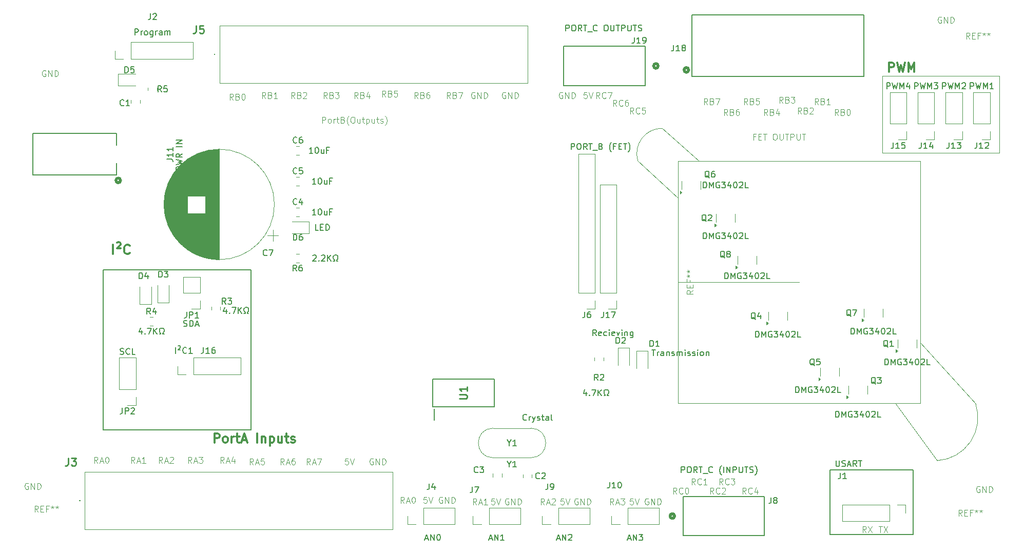
<source format=gbr>
%TF.GenerationSoftware,KiCad,Pcbnew,9.0.6*%
%TF.CreationDate,2025-11-21T14:30:57-07:00*%
%TF.ProjectId,FloodingPICPCB,466c6f6f-6469-46e6-9750-49435043422e,rev?*%
%TF.SameCoordinates,Original*%
%TF.FileFunction,Legend,Top*%
%TF.FilePolarity,Positive*%
%FSLAX46Y46*%
G04 Gerber Fmt 4.6, Leading zero omitted, Abs format (unit mm)*
G04 Created by KiCad (PCBNEW 9.0.6) date 2025-11-21 14:30:57*
%MOMM*%
%LPD*%
G01*
G04 APERTURE LIST*
%ADD10C,0.100000*%
%ADD11C,0.200000*%
%ADD12C,0.300000*%
%ADD13C,0.150000*%
%ADD14C,0.254000*%
%ADD15C,0.120000*%
%ADD16C,0.152400*%
%ADD17C,0.508000*%
G04 APERTURE END LIST*
D10*
X245429693Y-26860038D02*
X245334455Y-26812419D01*
X245334455Y-26812419D02*
X245191598Y-26812419D01*
X245191598Y-26812419D02*
X245048741Y-26860038D01*
X245048741Y-26860038D02*
X244953503Y-26955276D01*
X244953503Y-26955276D02*
X244905884Y-27050514D01*
X244905884Y-27050514D02*
X244858265Y-27240990D01*
X244858265Y-27240990D02*
X244858265Y-27383847D01*
X244858265Y-27383847D02*
X244905884Y-27574323D01*
X244905884Y-27574323D02*
X244953503Y-27669561D01*
X244953503Y-27669561D02*
X245048741Y-27764800D01*
X245048741Y-27764800D02*
X245191598Y-27812419D01*
X245191598Y-27812419D02*
X245286836Y-27812419D01*
X245286836Y-27812419D02*
X245429693Y-27764800D01*
X245429693Y-27764800D02*
X245477312Y-27717180D01*
X245477312Y-27717180D02*
X245477312Y-27383847D01*
X245477312Y-27383847D02*
X245286836Y-27383847D01*
X245905884Y-27812419D02*
X245905884Y-26812419D01*
X245905884Y-26812419D02*
X246477312Y-27812419D01*
X246477312Y-27812419D02*
X246477312Y-26812419D01*
X246953503Y-27812419D02*
X246953503Y-26812419D01*
X246953503Y-26812419D02*
X247191598Y-26812419D01*
X247191598Y-26812419D02*
X247334455Y-26860038D01*
X247334455Y-26860038D02*
X247429693Y-26955276D01*
X247429693Y-26955276D02*
X247477312Y-27050514D01*
X247477312Y-27050514D02*
X247524931Y-27240990D01*
X247524931Y-27240990D02*
X247524931Y-27383847D01*
X247524931Y-27383847D02*
X247477312Y-27574323D01*
X247477312Y-27574323D02*
X247429693Y-27669561D01*
X247429693Y-27669561D02*
X247334455Y-27764800D01*
X247334455Y-27764800D02*
X247191598Y-27812419D01*
X247191598Y-27812419D02*
X246953503Y-27812419D01*
X251779693Y-104330038D02*
X251684455Y-104282419D01*
X251684455Y-104282419D02*
X251541598Y-104282419D01*
X251541598Y-104282419D02*
X251398741Y-104330038D01*
X251398741Y-104330038D02*
X251303503Y-104425276D01*
X251303503Y-104425276D02*
X251255884Y-104520514D01*
X251255884Y-104520514D02*
X251208265Y-104710990D01*
X251208265Y-104710990D02*
X251208265Y-104853847D01*
X251208265Y-104853847D02*
X251255884Y-105044323D01*
X251255884Y-105044323D02*
X251303503Y-105139561D01*
X251303503Y-105139561D02*
X251398741Y-105234800D01*
X251398741Y-105234800D02*
X251541598Y-105282419D01*
X251541598Y-105282419D02*
X251636836Y-105282419D01*
X251636836Y-105282419D02*
X251779693Y-105234800D01*
X251779693Y-105234800D02*
X251827312Y-105187180D01*
X251827312Y-105187180D02*
X251827312Y-104853847D01*
X251827312Y-104853847D02*
X251636836Y-104853847D01*
X252255884Y-105282419D02*
X252255884Y-104282419D01*
X252255884Y-104282419D02*
X252827312Y-105282419D01*
X252827312Y-105282419D02*
X252827312Y-104282419D01*
X253303503Y-105282419D02*
X253303503Y-104282419D01*
X253303503Y-104282419D02*
X253541598Y-104282419D01*
X253541598Y-104282419D02*
X253684455Y-104330038D01*
X253684455Y-104330038D02*
X253779693Y-104425276D01*
X253779693Y-104425276D02*
X253827312Y-104520514D01*
X253827312Y-104520514D02*
X253874931Y-104710990D01*
X253874931Y-104710990D02*
X253874931Y-104853847D01*
X253874931Y-104853847D02*
X253827312Y-105044323D01*
X253827312Y-105044323D02*
X253779693Y-105139561D01*
X253779693Y-105139561D02*
X253684455Y-105234800D01*
X253684455Y-105234800D02*
X253541598Y-105282419D01*
X253541598Y-105282419D02*
X253303503Y-105282419D01*
X94807693Y-103822038D02*
X94712455Y-103774419D01*
X94712455Y-103774419D02*
X94569598Y-103774419D01*
X94569598Y-103774419D02*
X94426741Y-103822038D01*
X94426741Y-103822038D02*
X94331503Y-103917276D01*
X94331503Y-103917276D02*
X94283884Y-104012514D01*
X94283884Y-104012514D02*
X94236265Y-104202990D01*
X94236265Y-104202990D02*
X94236265Y-104345847D01*
X94236265Y-104345847D02*
X94283884Y-104536323D01*
X94283884Y-104536323D02*
X94331503Y-104631561D01*
X94331503Y-104631561D02*
X94426741Y-104726800D01*
X94426741Y-104726800D02*
X94569598Y-104774419D01*
X94569598Y-104774419D02*
X94664836Y-104774419D01*
X94664836Y-104774419D02*
X94807693Y-104726800D01*
X94807693Y-104726800D02*
X94855312Y-104679180D01*
X94855312Y-104679180D02*
X94855312Y-104345847D01*
X94855312Y-104345847D02*
X94664836Y-104345847D01*
X95283884Y-104774419D02*
X95283884Y-103774419D01*
X95283884Y-103774419D02*
X95855312Y-104774419D01*
X95855312Y-104774419D02*
X95855312Y-103774419D01*
X96331503Y-104774419D02*
X96331503Y-103774419D01*
X96331503Y-103774419D02*
X96569598Y-103774419D01*
X96569598Y-103774419D02*
X96712455Y-103822038D01*
X96712455Y-103822038D02*
X96807693Y-103917276D01*
X96807693Y-103917276D02*
X96855312Y-104012514D01*
X96855312Y-104012514D02*
X96902931Y-104202990D01*
X96902931Y-104202990D02*
X96902931Y-104345847D01*
X96902931Y-104345847D02*
X96855312Y-104536323D01*
X96855312Y-104536323D02*
X96807693Y-104631561D01*
X96807693Y-104631561D02*
X96712455Y-104726800D01*
X96712455Y-104726800D02*
X96569598Y-104774419D01*
X96569598Y-104774419D02*
X96331503Y-104774419D01*
X235111027Y-110886419D02*
X235682455Y-110886419D01*
X235396741Y-111886419D02*
X235396741Y-110886419D01*
X235920551Y-110886419D02*
X236587217Y-111886419D01*
X236587217Y-110886419D02*
X235920551Y-111886419D01*
X233031312Y-111886419D02*
X232697979Y-111410228D01*
X232459884Y-111886419D02*
X232459884Y-110886419D01*
X232459884Y-110886419D02*
X232840836Y-110886419D01*
X232840836Y-110886419D02*
X232936074Y-110934038D01*
X232936074Y-110934038D02*
X232983693Y-110981657D01*
X232983693Y-110981657D02*
X233031312Y-111076895D01*
X233031312Y-111076895D02*
X233031312Y-111219752D01*
X233031312Y-111219752D02*
X232983693Y-111314990D01*
X232983693Y-111314990D02*
X232936074Y-111362609D01*
X232936074Y-111362609D02*
X232840836Y-111410228D01*
X232840836Y-111410228D02*
X232459884Y-111410228D01*
X233364646Y-110886419D02*
X234031312Y-111886419D01*
X234031312Y-110886419D02*
X233364646Y-111886419D01*
X213219312Y-105536419D02*
X212885979Y-105060228D01*
X212647884Y-105536419D02*
X212647884Y-104536419D01*
X212647884Y-104536419D02*
X213028836Y-104536419D01*
X213028836Y-104536419D02*
X213124074Y-104584038D01*
X213124074Y-104584038D02*
X213171693Y-104631657D01*
X213171693Y-104631657D02*
X213219312Y-104726895D01*
X213219312Y-104726895D02*
X213219312Y-104869752D01*
X213219312Y-104869752D02*
X213171693Y-104964990D01*
X213171693Y-104964990D02*
X213124074Y-105012609D01*
X213124074Y-105012609D02*
X213028836Y-105060228D01*
X213028836Y-105060228D02*
X212647884Y-105060228D01*
X214219312Y-105441180D02*
X214171693Y-105488800D01*
X214171693Y-105488800D02*
X214028836Y-105536419D01*
X214028836Y-105536419D02*
X213933598Y-105536419D01*
X213933598Y-105536419D02*
X213790741Y-105488800D01*
X213790741Y-105488800D02*
X213695503Y-105393561D01*
X213695503Y-105393561D02*
X213647884Y-105298323D01*
X213647884Y-105298323D02*
X213600265Y-105107847D01*
X213600265Y-105107847D02*
X213600265Y-104964990D01*
X213600265Y-104964990D02*
X213647884Y-104774514D01*
X213647884Y-104774514D02*
X213695503Y-104679276D01*
X213695503Y-104679276D02*
X213790741Y-104584038D01*
X213790741Y-104584038D02*
X213933598Y-104536419D01*
X213933598Y-104536419D02*
X214028836Y-104536419D01*
X214028836Y-104536419D02*
X214171693Y-104584038D01*
X214171693Y-104584038D02*
X214219312Y-104631657D01*
X215076455Y-104869752D02*
X215076455Y-105536419D01*
X214838360Y-104488800D02*
X214600265Y-105203085D01*
X214600265Y-105203085D02*
X215219312Y-105203085D01*
X209409312Y-104012419D02*
X209075979Y-103536228D01*
X208837884Y-104012419D02*
X208837884Y-103012419D01*
X208837884Y-103012419D02*
X209218836Y-103012419D01*
X209218836Y-103012419D02*
X209314074Y-103060038D01*
X209314074Y-103060038D02*
X209361693Y-103107657D01*
X209361693Y-103107657D02*
X209409312Y-103202895D01*
X209409312Y-103202895D02*
X209409312Y-103345752D01*
X209409312Y-103345752D02*
X209361693Y-103440990D01*
X209361693Y-103440990D02*
X209314074Y-103488609D01*
X209314074Y-103488609D02*
X209218836Y-103536228D01*
X209218836Y-103536228D02*
X208837884Y-103536228D01*
X210409312Y-103917180D02*
X210361693Y-103964800D01*
X210361693Y-103964800D02*
X210218836Y-104012419D01*
X210218836Y-104012419D02*
X210123598Y-104012419D01*
X210123598Y-104012419D02*
X209980741Y-103964800D01*
X209980741Y-103964800D02*
X209885503Y-103869561D01*
X209885503Y-103869561D02*
X209837884Y-103774323D01*
X209837884Y-103774323D02*
X209790265Y-103583847D01*
X209790265Y-103583847D02*
X209790265Y-103440990D01*
X209790265Y-103440990D02*
X209837884Y-103250514D01*
X209837884Y-103250514D02*
X209885503Y-103155276D01*
X209885503Y-103155276D02*
X209980741Y-103060038D01*
X209980741Y-103060038D02*
X210123598Y-103012419D01*
X210123598Y-103012419D02*
X210218836Y-103012419D01*
X210218836Y-103012419D02*
X210361693Y-103060038D01*
X210361693Y-103060038D02*
X210409312Y-103107657D01*
X210742646Y-103012419D02*
X211361693Y-103012419D01*
X211361693Y-103012419D02*
X211028360Y-103393371D01*
X211028360Y-103393371D02*
X211171217Y-103393371D01*
X211171217Y-103393371D02*
X211266455Y-103440990D01*
X211266455Y-103440990D02*
X211314074Y-103488609D01*
X211314074Y-103488609D02*
X211361693Y-103583847D01*
X211361693Y-103583847D02*
X211361693Y-103821942D01*
X211361693Y-103821942D02*
X211314074Y-103917180D01*
X211314074Y-103917180D02*
X211266455Y-103964800D01*
X211266455Y-103964800D02*
X211171217Y-104012419D01*
X211171217Y-104012419D02*
X210885503Y-104012419D01*
X210885503Y-104012419D02*
X210790265Y-103964800D01*
X210790265Y-103964800D02*
X210742646Y-103917180D01*
X207885312Y-105536419D02*
X207551979Y-105060228D01*
X207313884Y-105536419D02*
X207313884Y-104536419D01*
X207313884Y-104536419D02*
X207694836Y-104536419D01*
X207694836Y-104536419D02*
X207790074Y-104584038D01*
X207790074Y-104584038D02*
X207837693Y-104631657D01*
X207837693Y-104631657D02*
X207885312Y-104726895D01*
X207885312Y-104726895D02*
X207885312Y-104869752D01*
X207885312Y-104869752D02*
X207837693Y-104964990D01*
X207837693Y-104964990D02*
X207790074Y-105012609D01*
X207790074Y-105012609D02*
X207694836Y-105060228D01*
X207694836Y-105060228D02*
X207313884Y-105060228D01*
X208885312Y-105441180D02*
X208837693Y-105488800D01*
X208837693Y-105488800D02*
X208694836Y-105536419D01*
X208694836Y-105536419D02*
X208599598Y-105536419D01*
X208599598Y-105536419D02*
X208456741Y-105488800D01*
X208456741Y-105488800D02*
X208361503Y-105393561D01*
X208361503Y-105393561D02*
X208313884Y-105298323D01*
X208313884Y-105298323D02*
X208266265Y-105107847D01*
X208266265Y-105107847D02*
X208266265Y-104964990D01*
X208266265Y-104964990D02*
X208313884Y-104774514D01*
X208313884Y-104774514D02*
X208361503Y-104679276D01*
X208361503Y-104679276D02*
X208456741Y-104584038D01*
X208456741Y-104584038D02*
X208599598Y-104536419D01*
X208599598Y-104536419D02*
X208694836Y-104536419D01*
X208694836Y-104536419D02*
X208837693Y-104584038D01*
X208837693Y-104584038D02*
X208885312Y-104631657D01*
X209266265Y-104631657D02*
X209313884Y-104584038D01*
X209313884Y-104584038D02*
X209409122Y-104536419D01*
X209409122Y-104536419D02*
X209647217Y-104536419D01*
X209647217Y-104536419D02*
X209742455Y-104584038D01*
X209742455Y-104584038D02*
X209790074Y-104631657D01*
X209790074Y-104631657D02*
X209837693Y-104726895D01*
X209837693Y-104726895D02*
X209837693Y-104822133D01*
X209837693Y-104822133D02*
X209790074Y-104964990D01*
X209790074Y-104964990D02*
X209218646Y-105536419D01*
X209218646Y-105536419D02*
X209837693Y-105536419D01*
X204837312Y-104012419D02*
X204503979Y-103536228D01*
X204265884Y-104012419D02*
X204265884Y-103012419D01*
X204265884Y-103012419D02*
X204646836Y-103012419D01*
X204646836Y-103012419D02*
X204742074Y-103060038D01*
X204742074Y-103060038D02*
X204789693Y-103107657D01*
X204789693Y-103107657D02*
X204837312Y-103202895D01*
X204837312Y-103202895D02*
X204837312Y-103345752D01*
X204837312Y-103345752D02*
X204789693Y-103440990D01*
X204789693Y-103440990D02*
X204742074Y-103488609D01*
X204742074Y-103488609D02*
X204646836Y-103536228D01*
X204646836Y-103536228D02*
X204265884Y-103536228D01*
X205837312Y-103917180D02*
X205789693Y-103964800D01*
X205789693Y-103964800D02*
X205646836Y-104012419D01*
X205646836Y-104012419D02*
X205551598Y-104012419D01*
X205551598Y-104012419D02*
X205408741Y-103964800D01*
X205408741Y-103964800D02*
X205313503Y-103869561D01*
X205313503Y-103869561D02*
X205265884Y-103774323D01*
X205265884Y-103774323D02*
X205218265Y-103583847D01*
X205218265Y-103583847D02*
X205218265Y-103440990D01*
X205218265Y-103440990D02*
X205265884Y-103250514D01*
X205265884Y-103250514D02*
X205313503Y-103155276D01*
X205313503Y-103155276D02*
X205408741Y-103060038D01*
X205408741Y-103060038D02*
X205551598Y-103012419D01*
X205551598Y-103012419D02*
X205646836Y-103012419D01*
X205646836Y-103012419D02*
X205789693Y-103060038D01*
X205789693Y-103060038D02*
X205837312Y-103107657D01*
X206789693Y-104012419D02*
X206218265Y-104012419D01*
X206503979Y-104012419D02*
X206503979Y-103012419D01*
X206503979Y-103012419D02*
X206408741Y-103155276D01*
X206408741Y-103155276D02*
X206313503Y-103250514D01*
X206313503Y-103250514D02*
X206218265Y-103298133D01*
X201789312Y-105536419D02*
X201455979Y-105060228D01*
X201217884Y-105536419D02*
X201217884Y-104536419D01*
X201217884Y-104536419D02*
X201598836Y-104536419D01*
X201598836Y-104536419D02*
X201694074Y-104584038D01*
X201694074Y-104584038D02*
X201741693Y-104631657D01*
X201741693Y-104631657D02*
X201789312Y-104726895D01*
X201789312Y-104726895D02*
X201789312Y-104869752D01*
X201789312Y-104869752D02*
X201741693Y-104964990D01*
X201741693Y-104964990D02*
X201694074Y-105012609D01*
X201694074Y-105012609D02*
X201598836Y-105060228D01*
X201598836Y-105060228D02*
X201217884Y-105060228D01*
X202789312Y-105441180D02*
X202741693Y-105488800D01*
X202741693Y-105488800D02*
X202598836Y-105536419D01*
X202598836Y-105536419D02*
X202503598Y-105536419D01*
X202503598Y-105536419D02*
X202360741Y-105488800D01*
X202360741Y-105488800D02*
X202265503Y-105393561D01*
X202265503Y-105393561D02*
X202217884Y-105298323D01*
X202217884Y-105298323D02*
X202170265Y-105107847D01*
X202170265Y-105107847D02*
X202170265Y-104964990D01*
X202170265Y-104964990D02*
X202217884Y-104774514D01*
X202217884Y-104774514D02*
X202265503Y-104679276D01*
X202265503Y-104679276D02*
X202360741Y-104584038D01*
X202360741Y-104584038D02*
X202503598Y-104536419D01*
X202503598Y-104536419D02*
X202598836Y-104536419D01*
X202598836Y-104536419D02*
X202741693Y-104584038D01*
X202741693Y-104584038D02*
X202789312Y-104631657D01*
X203408360Y-104536419D02*
X203503598Y-104536419D01*
X203503598Y-104536419D02*
X203598836Y-104584038D01*
X203598836Y-104584038D02*
X203646455Y-104631657D01*
X203646455Y-104631657D02*
X203694074Y-104726895D01*
X203694074Y-104726895D02*
X203741693Y-104917371D01*
X203741693Y-104917371D02*
X203741693Y-105155466D01*
X203741693Y-105155466D02*
X203694074Y-105345942D01*
X203694074Y-105345942D02*
X203646455Y-105441180D01*
X203646455Y-105441180D02*
X203598836Y-105488800D01*
X203598836Y-105488800D02*
X203503598Y-105536419D01*
X203503598Y-105536419D02*
X203408360Y-105536419D01*
X203408360Y-105536419D02*
X203313122Y-105488800D01*
X203313122Y-105488800D02*
X203265503Y-105441180D01*
X203265503Y-105441180D02*
X203217884Y-105345942D01*
X203217884Y-105345942D02*
X203170265Y-105155466D01*
X203170265Y-105155466D02*
X203170265Y-104917371D01*
X203170265Y-104917371D02*
X203217884Y-104726895D01*
X203217884Y-104726895D02*
X203265503Y-104631657D01*
X203265503Y-104631657D02*
X203313122Y-104584038D01*
X203313122Y-104584038D02*
X203408360Y-104536419D01*
X197097693Y-106362038D02*
X197002455Y-106314419D01*
X197002455Y-106314419D02*
X196859598Y-106314419D01*
X196859598Y-106314419D02*
X196716741Y-106362038D01*
X196716741Y-106362038D02*
X196621503Y-106457276D01*
X196621503Y-106457276D02*
X196573884Y-106552514D01*
X196573884Y-106552514D02*
X196526265Y-106742990D01*
X196526265Y-106742990D02*
X196526265Y-106885847D01*
X196526265Y-106885847D02*
X196573884Y-107076323D01*
X196573884Y-107076323D02*
X196621503Y-107171561D01*
X196621503Y-107171561D02*
X196716741Y-107266800D01*
X196716741Y-107266800D02*
X196859598Y-107314419D01*
X196859598Y-107314419D02*
X196954836Y-107314419D01*
X196954836Y-107314419D02*
X197097693Y-107266800D01*
X197097693Y-107266800D02*
X197145312Y-107219180D01*
X197145312Y-107219180D02*
X197145312Y-106885847D01*
X197145312Y-106885847D02*
X196954836Y-106885847D01*
X197573884Y-107314419D02*
X197573884Y-106314419D01*
X197573884Y-106314419D02*
X198145312Y-107314419D01*
X198145312Y-107314419D02*
X198145312Y-106314419D01*
X198621503Y-107314419D02*
X198621503Y-106314419D01*
X198621503Y-106314419D02*
X198859598Y-106314419D01*
X198859598Y-106314419D02*
X199002455Y-106362038D01*
X199002455Y-106362038D02*
X199097693Y-106457276D01*
X199097693Y-106457276D02*
X199145312Y-106552514D01*
X199145312Y-106552514D02*
X199192931Y-106742990D01*
X199192931Y-106742990D02*
X199192931Y-106885847D01*
X199192931Y-106885847D02*
X199145312Y-107076323D01*
X199145312Y-107076323D02*
X199097693Y-107171561D01*
X199097693Y-107171561D02*
X199002455Y-107266800D01*
X199002455Y-107266800D02*
X198859598Y-107314419D01*
X198859598Y-107314419D02*
X198621503Y-107314419D01*
X194582074Y-106314419D02*
X194105884Y-106314419D01*
X194105884Y-106314419D02*
X194058265Y-106790609D01*
X194058265Y-106790609D02*
X194105884Y-106742990D01*
X194105884Y-106742990D02*
X194201122Y-106695371D01*
X194201122Y-106695371D02*
X194439217Y-106695371D01*
X194439217Y-106695371D02*
X194534455Y-106742990D01*
X194534455Y-106742990D02*
X194582074Y-106790609D01*
X194582074Y-106790609D02*
X194629693Y-106885847D01*
X194629693Y-106885847D02*
X194629693Y-107123942D01*
X194629693Y-107123942D02*
X194582074Y-107219180D01*
X194582074Y-107219180D02*
X194534455Y-107266800D01*
X194534455Y-107266800D02*
X194439217Y-107314419D01*
X194439217Y-107314419D02*
X194201122Y-107314419D01*
X194201122Y-107314419D02*
X194105884Y-107266800D01*
X194105884Y-107266800D02*
X194058265Y-107219180D01*
X194915408Y-106314419D02*
X195248741Y-107314419D01*
X195248741Y-107314419D02*
X195582074Y-106314419D01*
X191375312Y-107314419D02*
X191041979Y-106838228D01*
X190803884Y-107314419D02*
X190803884Y-106314419D01*
X190803884Y-106314419D02*
X191184836Y-106314419D01*
X191184836Y-106314419D02*
X191280074Y-106362038D01*
X191280074Y-106362038D02*
X191327693Y-106409657D01*
X191327693Y-106409657D02*
X191375312Y-106504895D01*
X191375312Y-106504895D02*
X191375312Y-106647752D01*
X191375312Y-106647752D02*
X191327693Y-106742990D01*
X191327693Y-106742990D02*
X191280074Y-106790609D01*
X191280074Y-106790609D02*
X191184836Y-106838228D01*
X191184836Y-106838228D02*
X190803884Y-106838228D01*
X191756265Y-107028704D02*
X192232455Y-107028704D01*
X191661027Y-107314419D02*
X191994360Y-106314419D01*
X191994360Y-106314419D02*
X192327693Y-107314419D01*
X192565789Y-106314419D02*
X193184836Y-106314419D01*
X193184836Y-106314419D02*
X192851503Y-106695371D01*
X192851503Y-106695371D02*
X192994360Y-106695371D01*
X192994360Y-106695371D02*
X193089598Y-106742990D01*
X193089598Y-106742990D02*
X193137217Y-106790609D01*
X193137217Y-106790609D02*
X193184836Y-106885847D01*
X193184836Y-106885847D02*
X193184836Y-107123942D01*
X193184836Y-107123942D02*
X193137217Y-107219180D01*
X193137217Y-107219180D02*
X193089598Y-107266800D01*
X193089598Y-107266800D02*
X192994360Y-107314419D01*
X192994360Y-107314419D02*
X192708646Y-107314419D01*
X192708646Y-107314419D02*
X192613408Y-107266800D01*
X192613408Y-107266800D02*
X192565789Y-107219180D01*
X185485693Y-106362038D02*
X185390455Y-106314419D01*
X185390455Y-106314419D02*
X185247598Y-106314419D01*
X185247598Y-106314419D02*
X185104741Y-106362038D01*
X185104741Y-106362038D02*
X185009503Y-106457276D01*
X185009503Y-106457276D02*
X184961884Y-106552514D01*
X184961884Y-106552514D02*
X184914265Y-106742990D01*
X184914265Y-106742990D02*
X184914265Y-106885847D01*
X184914265Y-106885847D02*
X184961884Y-107076323D01*
X184961884Y-107076323D02*
X185009503Y-107171561D01*
X185009503Y-107171561D02*
X185104741Y-107266800D01*
X185104741Y-107266800D02*
X185247598Y-107314419D01*
X185247598Y-107314419D02*
X185342836Y-107314419D01*
X185342836Y-107314419D02*
X185485693Y-107266800D01*
X185485693Y-107266800D02*
X185533312Y-107219180D01*
X185533312Y-107219180D02*
X185533312Y-106885847D01*
X185533312Y-106885847D02*
X185342836Y-106885847D01*
X185961884Y-107314419D02*
X185961884Y-106314419D01*
X185961884Y-106314419D02*
X186533312Y-107314419D01*
X186533312Y-107314419D02*
X186533312Y-106314419D01*
X187009503Y-107314419D02*
X187009503Y-106314419D01*
X187009503Y-106314419D02*
X187247598Y-106314419D01*
X187247598Y-106314419D02*
X187390455Y-106362038D01*
X187390455Y-106362038D02*
X187485693Y-106457276D01*
X187485693Y-106457276D02*
X187533312Y-106552514D01*
X187533312Y-106552514D02*
X187580931Y-106742990D01*
X187580931Y-106742990D02*
X187580931Y-106885847D01*
X187580931Y-106885847D02*
X187533312Y-107076323D01*
X187533312Y-107076323D02*
X187485693Y-107171561D01*
X187485693Y-107171561D02*
X187390455Y-107266800D01*
X187390455Y-107266800D02*
X187247598Y-107314419D01*
X187247598Y-107314419D02*
X187009503Y-107314419D01*
X183152074Y-106314419D02*
X182675884Y-106314419D01*
X182675884Y-106314419D02*
X182628265Y-106790609D01*
X182628265Y-106790609D02*
X182675884Y-106742990D01*
X182675884Y-106742990D02*
X182771122Y-106695371D01*
X182771122Y-106695371D02*
X183009217Y-106695371D01*
X183009217Y-106695371D02*
X183104455Y-106742990D01*
X183104455Y-106742990D02*
X183152074Y-106790609D01*
X183152074Y-106790609D02*
X183199693Y-106885847D01*
X183199693Y-106885847D02*
X183199693Y-107123942D01*
X183199693Y-107123942D02*
X183152074Y-107219180D01*
X183152074Y-107219180D02*
X183104455Y-107266800D01*
X183104455Y-107266800D02*
X183009217Y-107314419D01*
X183009217Y-107314419D02*
X182771122Y-107314419D01*
X182771122Y-107314419D02*
X182675884Y-107266800D01*
X182675884Y-107266800D02*
X182628265Y-107219180D01*
X183485408Y-106314419D02*
X183818741Y-107314419D01*
X183818741Y-107314419D02*
X184152074Y-106314419D01*
X179945312Y-107314419D02*
X179611979Y-106838228D01*
X179373884Y-107314419D02*
X179373884Y-106314419D01*
X179373884Y-106314419D02*
X179754836Y-106314419D01*
X179754836Y-106314419D02*
X179850074Y-106362038D01*
X179850074Y-106362038D02*
X179897693Y-106409657D01*
X179897693Y-106409657D02*
X179945312Y-106504895D01*
X179945312Y-106504895D02*
X179945312Y-106647752D01*
X179945312Y-106647752D02*
X179897693Y-106742990D01*
X179897693Y-106742990D02*
X179850074Y-106790609D01*
X179850074Y-106790609D02*
X179754836Y-106838228D01*
X179754836Y-106838228D02*
X179373884Y-106838228D01*
X180326265Y-107028704D02*
X180802455Y-107028704D01*
X180231027Y-107314419D02*
X180564360Y-106314419D01*
X180564360Y-106314419D02*
X180897693Y-107314419D01*
X181183408Y-106409657D02*
X181231027Y-106362038D01*
X181231027Y-106362038D02*
X181326265Y-106314419D01*
X181326265Y-106314419D02*
X181564360Y-106314419D01*
X181564360Y-106314419D02*
X181659598Y-106362038D01*
X181659598Y-106362038D02*
X181707217Y-106409657D01*
X181707217Y-106409657D02*
X181754836Y-106504895D01*
X181754836Y-106504895D02*
X181754836Y-106600133D01*
X181754836Y-106600133D02*
X181707217Y-106742990D01*
X181707217Y-106742990D02*
X181135789Y-107314419D01*
X181135789Y-107314419D02*
X181754836Y-107314419D01*
X174055693Y-106362038D02*
X173960455Y-106314419D01*
X173960455Y-106314419D02*
X173817598Y-106314419D01*
X173817598Y-106314419D02*
X173674741Y-106362038D01*
X173674741Y-106362038D02*
X173579503Y-106457276D01*
X173579503Y-106457276D02*
X173531884Y-106552514D01*
X173531884Y-106552514D02*
X173484265Y-106742990D01*
X173484265Y-106742990D02*
X173484265Y-106885847D01*
X173484265Y-106885847D02*
X173531884Y-107076323D01*
X173531884Y-107076323D02*
X173579503Y-107171561D01*
X173579503Y-107171561D02*
X173674741Y-107266800D01*
X173674741Y-107266800D02*
X173817598Y-107314419D01*
X173817598Y-107314419D02*
X173912836Y-107314419D01*
X173912836Y-107314419D02*
X174055693Y-107266800D01*
X174055693Y-107266800D02*
X174103312Y-107219180D01*
X174103312Y-107219180D02*
X174103312Y-106885847D01*
X174103312Y-106885847D02*
X173912836Y-106885847D01*
X174531884Y-107314419D02*
X174531884Y-106314419D01*
X174531884Y-106314419D02*
X175103312Y-107314419D01*
X175103312Y-107314419D02*
X175103312Y-106314419D01*
X175579503Y-107314419D02*
X175579503Y-106314419D01*
X175579503Y-106314419D02*
X175817598Y-106314419D01*
X175817598Y-106314419D02*
X175960455Y-106362038D01*
X175960455Y-106362038D02*
X176055693Y-106457276D01*
X176055693Y-106457276D02*
X176103312Y-106552514D01*
X176103312Y-106552514D02*
X176150931Y-106742990D01*
X176150931Y-106742990D02*
X176150931Y-106885847D01*
X176150931Y-106885847D02*
X176103312Y-107076323D01*
X176103312Y-107076323D02*
X176055693Y-107171561D01*
X176055693Y-107171561D02*
X175960455Y-107266800D01*
X175960455Y-107266800D02*
X175817598Y-107314419D01*
X175817598Y-107314419D02*
X175579503Y-107314419D01*
X171722074Y-106314419D02*
X171245884Y-106314419D01*
X171245884Y-106314419D02*
X171198265Y-106790609D01*
X171198265Y-106790609D02*
X171245884Y-106742990D01*
X171245884Y-106742990D02*
X171341122Y-106695371D01*
X171341122Y-106695371D02*
X171579217Y-106695371D01*
X171579217Y-106695371D02*
X171674455Y-106742990D01*
X171674455Y-106742990D02*
X171722074Y-106790609D01*
X171722074Y-106790609D02*
X171769693Y-106885847D01*
X171769693Y-106885847D02*
X171769693Y-107123942D01*
X171769693Y-107123942D02*
X171722074Y-107219180D01*
X171722074Y-107219180D02*
X171674455Y-107266800D01*
X171674455Y-107266800D02*
X171579217Y-107314419D01*
X171579217Y-107314419D02*
X171341122Y-107314419D01*
X171341122Y-107314419D02*
X171245884Y-107266800D01*
X171245884Y-107266800D02*
X171198265Y-107219180D01*
X172055408Y-106314419D02*
X172388741Y-107314419D01*
X172388741Y-107314419D02*
X172722074Y-106314419D01*
X168769312Y-107314419D02*
X168435979Y-106838228D01*
X168197884Y-107314419D02*
X168197884Y-106314419D01*
X168197884Y-106314419D02*
X168578836Y-106314419D01*
X168578836Y-106314419D02*
X168674074Y-106362038D01*
X168674074Y-106362038D02*
X168721693Y-106409657D01*
X168721693Y-106409657D02*
X168769312Y-106504895D01*
X168769312Y-106504895D02*
X168769312Y-106647752D01*
X168769312Y-106647752D02*
X168721693Y-106742990D01*
X168721693Y-106742990D02*
X168674074Y-106790609D01*
X168674074Y-106790609D02*
X168578836Y-106838228D01*
X168578836Y-106838228D02*
X168197884Y-106838228D01*
X169150265Y-107028704D02*
X169626455Y-107028704D01*
X169055027Y-107314419D02*
X169388360Y-106314419D01*
X169388360Y-106314419D02*
X169721693Y-107314419D01*
X170578836Y-107314419D02*
X170007408Y-107314419D01*
X170293122Y-107314419D02*
X170293122Y-106314419D01*
X170293122Y-106314419D02*
X170197884Y-106457276D01*
X170197884Y-106457276D02*
X170102646Y-106552514D01*
X170102646Y-106552514D02*
X170007408Y-106600133D01*
X163133693Y-106108038D02*
X163038455Y-106060419D01*
X163038455Y-106060419D02*
X162895598Y-106060419D01*
X162895598Y-106060419D02*
X162752741Y-106108038D01*
X162752741Y-106108038D02*
X162657503Y-106203276D01*
X162657503Y-106203276D02*
X162609884Y-106298514D01*
X162609884Y-106298514D02*
X162562265Y-106488990D01*
X162562265Y-106488990D02*
X162562265Y-106631847D01*
X162562265Y-106631847D02*
X162609884Y-106822323D01*
X162609884Y-106822323D02*
X162657503Y-106917561D01*
X162657503Y-106917561D02*
X162752741Y-107012800D01*
X162752741Y-107012800D02*
X162895598Y-107060419D01*
X162895598Y-107060419D02*
X162990836Y-107060419D01*
X162990836Y-107060419D02*
X163133693Y-107012800D01*
X163133693Y-107012800D02*
X163181312Y-106965180D01*
X163181312Y-106965180D02*
X163181312Y-106631847D01*
X163181312Y-106631847D02*
X162990836Y-106631847D01*
X163609884Y-107060419D02*
X163609884Y-106060419D01*
X163609884Y-106060419D02*
X164181312Y-107060419D01*
X164181312Y-107060419D02*
X164181312Y-106060419D01*
X164657503Y-107060419D02*
X164657503Y-106060419D01*
X164657503Y-106060419D02*
X164895598Y-106060419D01*
X164895598Y-106060419D02*
X165038455Y-106108038D01*
X165038455Y-106108038D02*
X165133693Y-106203276D01*
X165133693Y-106203276D02*
X165181312Y-106298514D01*
X165181312Y-106298514D02*
X165228931Y-106488990D01*
X165228931Y-106488990D02*
X165228931Y-106631847D01*
X165228931Y-106631847D02*
X165181312Y-106822323D01*
X165181312Y-106822323D02*
X165133693Y-106917561D01*
X165133693Y-106917561D02*
X165038455Y-107012800D01*
X165038455Y-107012800D02*
X164895598Y-107060419D01*
X164895598Y-107060419D02*
X164657503Y-107060419D01*
X160546074Y-106060419D02*
X160069884Y-106060419D01*
X160069884Y-106060419D02*
X160022265Y-106536609D01*
X160022265Y-106536609D02*
X160069884Y-106488990D01*
X160069884Y-106488990D02*
X160165122Y-106441371D01*
X160165122Y-106441371D02*
X160403217Y-106441371D01*
X160403217Y-106441371D02*
X160498455Y-106488990D01*
X160498455Y-106488990D02*
X160546074Y-106536609D01*
X160546074Y-106536609D02*
X160593693Y-106631847D01*
X160593693Y-106631847D02*
X160593693Y-106869942D01*
X160593693Y-106869942D02*
X160546074Y-106965180D01*
X160546074Y-106965180D02*
X160498455Y-107012800D01*
X160498455Y-107012800D02*
X160403217Y-107060419D01*
X160403217Y-107060419D02*
X160165122Y-107060419D01*
X160165122Y-107060419D02*
X160069884Y-107012800D01*
X160069884Y-107012800D02*
X160022265Y-106965180D01*
X160879408Y-106060419D02*
X161212741Y-107060419D01*
X161212741Y-107060419D02*
X161546074Y-106060419D01*
X156831312Y-107060419D02*
X156497979Y-106584228D01*
X156259884Y-107060419D02*
X156259884Y-106060419D01*
X156259884Y-106060419D02*
X156640836Y-106060419D01*
X156640836Y-106060419D02*
X156736074Y-106108038D01*
X156736074Y-106108038D02*
X156783693Y-106155657D01*
X156783693Y-106155657D02*
X156831312Y-106250895D01*
X156831312Y-106250895D02*
X156831312Y-106393752D01*
X156831312Y-106393752D02*
X156783693Y-106488990D01*
X156783693Y-106488990D02*
X156736074Y-106536609D01*
X156736074Y-106536609D02*
X156640836Y-106584228D01*
X156640836Y-106584228D02*
X156259884Y-106584228D01*
X157212265Y-106774704D02*
X157688455Y-106774704D01*
X157117027Y-107060419D02*
X157450360Y-106060419D01*
X157450360Y-106060419D02*
X157783693Y-107060419D01*
X158307503Y-106060419D02*
X158402741Y-106060419D01*
X158402741Y-106060419D02*
X158497979Y-106108038D01*
X158497979Y-106108038D02*
X158545598Y-106155657D01*
X158545598Y-106155657D02*
X158593217Y-106250895D01*
X158593217Y-106250895D02*
X158640836Y-106441371D01*
X158640836Y-106441371D02*
X158640836Y-106679466D01*
X158640836Y-106679466D02*
X158593217Y-106869942D01*
X158593217Y-106869942D02*
X158545598Y-106965180D01*
X158545598Y-106965180D02*
X158497979Y-107012800D01*
X158497979Y-107012800D02*
X158402741Y-107060419D01*
X158402741Y-107060419D02*
X158307503Y-107060419D01*
X158307503Y-107060419D02*
X158212265Y-107012800D01*
X158212265Y-107012800D02*
X158164646Y-106965180D01*
X158164646Y-106965180D02*
X158117027Y-106869942D01*
X158117027Y-106869942D02*
X158069408Y-106679466D01*
X158069408Y-106679466D02*
X158069408Y-106441371D01*
X158069408Y-106441371D02*
X158117027Y-106250895D01*
X158117027Y-106250895D02*
X158164646Y-106155657D01*
X158164646Y-106155657D02*
X158212265Y-106108038D01*
X158212265Y-106108038D02*
X158307503Y-106060419D01*
X151703693Y-99758038D02*
X151608455Y-99710419D01*
X151608455Y-99710419D02*
X151465598Y-99710419D01*
X151465598Y-99710419D02*
X151322741Y-99758038D01*
X151322741Y-99758038D02*
X151227503Y-99853276D01*
X151227503Y-99853276D02*
X151179884Y-99948514D01*
X151179884Y-99948514D02*
X151132265Y-100138990D01*
X151132265Y-100138990D02*
X151132265Y-100281847D01*
X151132265Y-100281847D02*
X151179884Y-100472323D01*
X151179884Y-100472323D02*
X151227503Y-100567561D01*
X151227503Y-100567561D02*
X151322741Y-100662800D01*
X151322741Y-100662800D02*
X151465598Y-100710419D01*
X151465598Y-100710419D02*
X151560836Y-100710419D01*
X151560836Y-100710419D02*
X151703693Y-100662800D01*
X151703693Y-100662800D02*
X151751312Y-100615180D01*
X151751312Y-100615180D02*
X151751312Y-100281847D01*
X151751312Y-100281847D02*
X151560836Y-100281847D01*
X152179884Y-100710419D02*
X152179884Y-99710419D01*
X152179884Y-99710419D02*
X152751312Y-100710419D01*
X152751312Y-100710419D02*
X152751312Y-99710419D01*
X153227503Y-100710419D02*
X153227503Y-99710419D01*
X153227503Y-99710419D02*
X153465598Y-99710419D01*
X153465598Y-99710419D02*
X153608455Y-99758038D01*
X153608455Y-99758038D02*
X153703693Y-99853276D01*
X153703693Y-99853276D02*
X153751312Y-99948514D01*
X153751312Y-99948514D02*
X153798931Y-100138990D01*
X153798931Y-100138990D02*
X153798931Y-100281847D01*
X153798931Y-100281847D02*
X153751312Y-100472323D01*
X153751312Y-100472323D02*
X153703693Y-100567561D01*
X153703693Y-100567561D02*
X153608455Y-100662800D01*
X153608455Y-100662800D02*
X153465598Y-100710419D01*
X153465598Y-100710419D02*
X153227503Y-100710419D01*
X147592074Y-99710419D02*
X147115884Y-99710419D01*
X147115884Y-99710419D02*
X147068265Y-100186609D01*
X147068265Y-100186609D02*
X147115884Y-100138990D01*
X147115884Y-100138990D02*
X147211122Y-100091371D01*
X147211122Y-100091371D02*
X147449217Y-100091371D01*
X147449217Y-100091371D02*
X147544455Y-100138990D01*
X147544455Y-100138990D02*
X147592074Y-100186609D01*
X147592074Y-100186609D02*
X147639693Y-100281847D01*
X147639693Y-100281847D02*
X147639693Y-100519942D01*
X147639693Y-100519942D02*
X147592074Y-100615180D01*
X147592074Y-100615180D02*
X147544455Y-100662800D01*
X147544455Y-100662800D02*
X147449217Y-100710419D01*
X147449217Y-100710419D02*
X147211122Y-100710419D01*
X147211122Y-100710419D02*
X147115884Y-100662800D01*
X147115884Y-100662800D02*
X147068265Y-100615180D01*
X147925408Y-99710419D02*
X148258741Y-100710419D01*
X148258741Y-100710419D02*
X148592074Y-99710419D01*
X141337312Y-100710419D02*
X141003979Y-100234228D01*
X140765884Y-100710419D02*
X140765884Y-99710419D01*
X140765884Y-99710419D02*
X141146836Y-99710419D01*
X141146836Y-99710419D02*
X141242074Y-99758038D01*
X141242074Y-99758038D02*
X141289693Y-99805657D01*
X141289693Y-99805657D02*
X141337312Y-99900895D01*
X141337312Y-99900895D02*
X141337312Y-100043752D01*
X141337312Y-100043752D02*
X141289693Y-100138990D01*
X141289693Y-100138990D02*
X141242074Y-100186609D01*
X141242074Y-100186609D02*
X141146836Y-100234228D01*
X141146836Y-100234228D02*
X140765884Y-100234228D01*
X141718265Y-100424704D02*
X142194455Y-100424704D01*
X141623027Y-100710419D02*
X141956360Y-99710419D01*
X141956360Y-99710419D02*
X142289693Y-100710419D01*
X142527789Y-99710419D02*
X143194455Y-99710419D01*
X143194455Y-99710419D02*
X142765884Y-100710419D01*
X137019312Y-100710419D02*
X136685979Y-100234228D01*
X136447884Y-100710419D02*
X136447884Y-99710419D01*
X136447884Y-99710419D02*
X136828836Y-99710419D01*
X136828836Y-99710419D02*
X136924074Y-99758038D01*
X136924074Y-99758038D02*
X136971693Y-99805657D01*
X136971693Y-99805657D02*
X137019312Y-99900895D01*
X137019312Y-99900895D02*
X137019312Y-100043752D01*
X137019312Y-100043752D02*
X136971693Y-100138990D01*
X136971693Y-100138990D02*
X136924074Y-100186609D01*
X136924074Y-100186609D02*
X136828836Y-100234228D01*
X136828836Y-100234228D02*
X136447884Y-100234228D01*
X137400265Y-100424704D02*
X137876455Y-100424704D01*
X137305027Y-100710419D02*
X137638360Y-99710419D01*
X137638360Y-99710419D02*
X137971693Y-100710419D01*
X138733598Y-99710419D02*
X138543122Y-99710419D01*
X138543122Y-99710419D02*
X138447884Y-99758038D01*
X138447884Y-99758038D02*
X138400265Y-99805657D01*
X138400265Y-99805657D02*
X138305027Y-99948514D01*
X138305027Y-99948514D02*
X138257408Y-100138990D01*
X138257408Y-100138990D02*
X138257408Y-100519942D01*
X138257408Y-100519942D02*
X138305027Y-100615180D01*
X138305027Y-100615180D02*
X138352646Y-100662800D01*
X138352646Y-100662800D02*
X138447884Y-100710419D01*
X138447884Y-100710419D02*
X138638360Y-100710419D01*
X138638360Y-100710419D02*
X138733598Y-100662800D01*
X138733598Y-100662800D02*
X138781217Y-100615180D01*
X138781217Y-100615180D02*
X138828836Y-100519942D01*
X138828836Y-100519942D02*
X138828836Y-100281847D01*
X138828836Y-100281847D02*
X138781217Y-100186609D01*
X138781217Y-100186609D02*
X138733598Y-100138990D01*
X138733598Y-100138990D02*
X138638360Y-100091371D01*
X138638360Y-100091371D02*
X138447884Y-100091371D01*
X138447884Y-100091371D02*
X138352646Y-100138990D01*
X138352646Y-100138990D02*
X138305027Y-100186609D01*
X138305027Y-100186609D02*
X138257408Y-100281847D01*
X131939312Y-100710419D02*
X131605979Y-100234228D01*
X131367884Y-100710419D02*
X131367884Y-99710419D01*
X131367884Y-99710419D02*
X131748836Y-99710419D01*
X131748836Y-99710419D02*
X131844074Y-99758038D01*
X131844074Y-99758038D02*
X131891693Y-99805657D01*
X131891693Y-99805657D02*
X131939312Y-99900895D01*
X131939312Y-99900895D02*
X131939312Y-100043752D01*
X131939312Y-100043752D02*
X131891693Y-100138990D01*
X131891693Y-100138990D02*
X131844074Y-100186609D01*
X131844074Y-100186609D02*
X131748836Y-100234228D01*
X131748836Y-100234228D02*
X131367884Y-100234228D01*
X132320265Y-100424704D02*
X132796455Y-100424704D01*
X132225027Y-100710419D02*
X132558360Y-99710419D01*
X132558360Y-99710419D02*
X132891693Y-100710419D01*
X133701217Y-99710419D02*
X133225027Y-99710419D01*
X133225027Y-99710419D02*
X133177408Y-100186609D01*
X133177408Y-100186609D02*
X133225027Y-100138990D01*
X133225027Y-100138990D02*
X133320265Y-100091371D01*
X133320265Y-100091371D02*
X133558360Y-100091371D01*
X133558360Y-100091371D02*
X133653598Y-100138990D01*
X133653598Y-100138990D02*
X133701217Y-100186609D01*
X133701217Y-100186609D02*
X133748836Y-100281847D01*
X133748836Y-100281847D02*
X133748836Y-100519942D01*
X133748836Y-100519942D02*
X133701217Y-100615180D01*
X133701217Y-100615180D02*
X133653598Y-100662800D01*
X133653598Y-100662800D02*
X133558360Y-100710419D01*
X133558360Y-100710419D02*
X133320265Y-100710419D01*
X133320265Y-100710419D02*
X133225027Y-100662800D01*
X133225027Y-100662800D02*
X133177408Y-100615180D01*
X127113312Y-100456419D02*
X126779979Y-99980228D01*
X126541884Y-100456419D02*
X126541884Y-99456419D01*
X126541884Y-99456419D02*
X126922836Y-99456419D01*
X126922836Y-99456419D02*
X127018074Y-99504038D01*
X127018074Y-99504038D02*
X127065693Y-99551657D01*
X127065693Y-99551657D02*
X127113312Y-99646895D01*
X127113312Y-99646895D02*
X127113312Y-99789752D01*
X127113312Y-99789752D02*
X127065693Y-99884990D01*
X127065693Y-99884990D02*
X127018074Y-99932609D01*
X127018074Y-99932609D02*
X126922836Y-99980228D01*
X126922836Y-99980228D02*
X126541884Y-99980228D01*
X127494265Y-100170704D02*
X127970455Y-100170704D01*
X127399027Y-100456419D02*
X127732360Y-99456419D01*
X127732360Y-99456419D02*
X128065693Y-100456419D01*
X128827598Y-99789752D02*
X128827598Y-100456419D01*
X128589503Y-99408800D02*
X128351408Y-100123085D01*
X128351408Y-100123085D02*
X128970455Y-100123085D01*
X121779312Y-100456419D02*
X121445979Y-99980228D01*
X121207884Y-100456419D02*
X121207884Y-99456419D01*
X121207884Y-99456419D02*
X121588836Y-99456419D01*
X121588836Y-99456419D02*
X121684074Y-99504038D01*
X121684074Y-99504038D02*
X121731693Y-99551657D01*
X121731693Y-99551657D02*
X121779312Y-99646895D01*
X121779312Y-99646895D02*
X121779312Y-99789752D01*
X121779312Y-99789752D02*
X121731693Y-99884990D01*
X121731693Y-99884990D02*
X121684074Y-99932609D01*
X121684074Y-99932609D02*
X121588836Y-99980228D01*
X121588836Y-99980228D02*
X121207884Y-99980228D01*
X122160265Y-100170704D02*
X122636455Y-100170704D01*
X122065027Y-100456419D02*
X122398360Y-99456419D01*
X122398360Y-99456419D02*
X122731693Y-100456419D01*
X122969789Y-99456419D02*
X123588836Y-99456419D01*
X123588836Y-99456419D02*
X123255503Y-99837371D01*
X123255503Y-99837371D02*
X123398360Y-99837371D01*
X123398360Y-99837371D02*
X123493598Y-99884990D01*
X123493598Y-99884990D02*
X123541217Y-99932609D01*
X123541217Y-99932609D02*
X123588836Y-100027847D01*
X123588836Y-100027847D02*
X123588836Y-100265942D01*
X123588836Y-100265942D02*
X123541217Y-100361180D01*
X123541217Y-100361180D02*
X123493598Y-100408800D01*
X123493598Y-100408800D02*
X123398360Y-100456419D01*
X123398360Y-100456419D02*
X123112646Y-100456419D01*
X123112646Y-100456419D02*
X123017408Y-100408800D01*
X123017408Y-100408800D02*
X122969789Y-100361180D01*
X116953312Y-100456419D02*
X116619979Y-99980228D01*
X116381884Y-100456419D02*
X116381884Y-99456419D01*
X116381884Y-99456419D02*
X116762836Y-99456419D01*
X116762836Y-99456419D02*
X116858074Y-99504038D01*
X116858074Y-99504038D02*
X116905693Y-99551657D01*
X116905693Y-99551657D02*
X116953312Y-99646895D01*
X116953312Y-99646895D02*
X116953312Y-99789752D01*
X116953312Y-99789752D02*
X116905693Y-99884990D01*
X116905693Y-99884990D02*
X116858074Y-99932609D01*
X116858074Y-99932609D02*
X116762836Y-99980228D01*
X116762836Y-99980228D02*
X116381884Y-99980228D01*
X117334265Y-100170704D02*
X117810455Y-100170704D01*
X117239027Y-100456419D02*
X117572360Y-99456419D01*
X117572360Y-99456419D02*
X117905693Y-100456419D01*
X118191408Y-99551657D02*
X118239027Y-99504038D01*
X118239027Y-99504038D02*
X118334265Y-99456419D01*
X118334265Y-99456419D02*
X118572360Y-99456419D01*
X118572360Y-99456419D02*
X118667598Y-99504038D01*
X118667598Y-99504038D02*
X118715217Y-99551657D01*
X118715217Y-99551657D02*
X118762836Y-99646895D01*
X118762836Y-99646895D02*
X118762836Y-99742133D01*
X118762836Y-99742133D02*
X118715217Y-99884990D01*
X118715217Y-99884990D02*
X118143789Y-100456419D01*
X118143789Y-100456419D02*
X118762836Y-100456419D01*
X112381312Y-100456419D02*
X112047979Y-99980228D01*
X111809884Y-100456419D02*
X111809884Y-99456419D01*
X111809884Y-99456419D02*
X112190836Y-99456419D01*
X112190836Y-99456419D02*
X112286074Y-99504038D01*
X112286074Y-99504038D02*
X112333693Y-99551657D01*
X112333693Y-99551657D02*
X112381312Y-99646895D01*
X112381312Y-99646895D02*
X112381312Y-99789752D01*
X112381312Y-99789752D02*
X112333693Y-99884990D01*
X112333693Y-99884990D02*
X112286074Y-99932609D01*
X112286074Y-99932609D02*
X112190836Y-99980228D01*
X112190836Y-99980228D02*
X111809884Y-99980228D01*
X112762265Y-100170704D02*
X113238455Y-100170704D01*
X112667027Y-100456419D02*
X113000360Y-99456419D01*
X113000360Y-99456419D02*
X113333693Y-100456419D01*
X114190836Y-100456419D02*
X113619408Y-100456419D01*
X113905122Y-100456419D02*
X113905122Y-99456419D01*
X113905122Y-99456419D02*
X113809884Y-99599276D01*
X113809884Y-99599276D02*
X113714646Y-99694514D01*
X113714646Y-99694514D02*
X113619408Y-99742133D01*
X106285312Y-100456419D02*
X105951979Y-99980228D01*
X105713884Y-100456419D02*
X105713884Y-99456419D01*
X105713884Y-99456419D02*
X106094836Y-99456419D01*
X106094836Y-99456419D02*
X106190074Y-99504038D01*
X106190074Y-99504038D02*
X106237693Y-99551657D01*
X106237693Y-99551657D02*
X106285312Y-99646895D01*
X106285312Y-99646895D02*
X106285312Y-99789752D01*
X106285312Y-99789752D02*
X106237693Y-99884990D01*
X106237693Y-99884990D02*
X106190074Y-99932609D01*
X106190074Y-99932609D02*
X106094836Y-99980228D01*
X106094836Y-99980228D02*
X105713884Y-99980228D01*
X106666265Y-100170704D02*
X107142455Y-100170704D01*
X106571027Y-100456419D02*
X106904360Y-99456419D01*
X106904360Y-99456419D02*
X107237693Y-100456419D01*
X107761503Y-99456419D02*
X107856741Y-99456419D01*
X107856741Y-99456419D02*
X107951979Y-99504038D01*
X107951979Y-99504038D02*
X107999598Y-99551657D01*
X107999598Y-99551657D02*
X108047217Y-99646895D01*
X108047217Y-99646895D02*
X108094836Y-99837371D01*
X108094836Y-99837371D02*
X108094836Y-100075466D01*
X108094836Y-100075466D02*
X108047217Y-100265942D01*
X108047217Y-100265942D02*
X107999598Y-100361180D01*
X107999598Y-100361180D02*
X107951979Y-100408800D01*
X107951979Y-100408800D02*
X107856741Y-100456419D01*
X107856741Y-100456419D02*
X107761503Y-100456419D01*
X107761503Y-100456419D02*
X107666265Y-100408800D01*
X107666265Y-100408800D02*
X107618646Y-100361180D01*
X107618646Y-100361180D02*
X107571027Y-100265942D01*
X107571027Y-100265942D02*
X107523408Y-100075466D01*
X107523408Y-100075466D02*
X107523408Y-99837371D01*
X107523408Y-99837371D02*
X107571027Y-99646895D01*
X107571027Y-99646895D02*
X107618646Y-99551657D01*
X107618646Y-99551657D02*
X107666265Y-99504038D01*
X107666265Y-99504038D02*
X107761503Y-99456419D01*
X214759217Y-46592609D02*
X214425884Y-46592609D01*
X214425884Y-47116419D02*
X214425884Y-46116419D01*
X214425884Y-46116419D02*
X214902074Y-46116419D01*
X215283027Y-46592609D02*
X215616360Y-46592609D01*
X215759217Y-47116419D02*
X215283027Y-47116419D01*
X215283027Y-47116419D02*
X215283027Y-46116419D01*
X215283027Y-46116419D02*
X215759217Y-46116419D01*
X216044932Y-46116419D02*
X216616360Y-46116419D01*
X216330646Y-47116419D02*
X216330646Y-46116419D01*
X217902075Y-46116419D02*
X218092551Y-46116419D01*
X218092551Y-46116419D02*
X218187789Y-46164038D01*
X218187789Y-46164038D02*
X218283027Y-46259276D01*
X218283027Y-46259276D02*
X218330646Y-46449752D01*
X218330646Y-46449752D02*
X218330646Y-46783085D01*
X218330646Y-46783085D02*
X218283027Y-46973561D01*
X218283027Y-46973561D02*
X218187789Y-47068800D01*
X218187789Y-47068800D02*
X218092551Y-47116419D01*
X218092551Y-47116419D02*
X217902075Y-47116419D01*
X217902075Y-47116419D02*
X217806837Y-47068800D01*
X217806837Y-47068800D02*
X217711599Y-46973561D01*
X217711599Y-46973561D02*
X217663980Y-46783085D01*
X217663980Y-46783085D02*
X217663980Y-46449752D01*
X217663980Y-46449752D02*
X217711599Y-46259276D01*
X217711599Y-46259276D02*
X217806837Y-46164038D01*
X217806837Y-46164038D02*
X217902075Y-46116419D01*
X218759218Y-46116419D02*
X218759218Y-46925942D01*
X218759218Y-46925942D02*
X218806837Y-47021180D01*
X218806837Y-47021180D02*
X218854456Y-47068800D01*
X218854456Y-47068800D02*
X218949694Y-47116419D01*
X218949694Y-47116419D02*
X219140170Y-47116419D01*
X219140170Y-47116419D02*
X219235408Y-47068800D01*
X219235408Y-47068800D02*
X219283027Y-47021180D01*
X219283027Y-47021180D02*
X219330646Y-46925942D01*
X219330646Y-46925942D02*
X219330646Y-46116419D01*
X219663980Y-46116419D02*
X220235408Y-46116419D01*
X219949694Y-47116419D02*
X219949694Y-46116419D01*
X220568742Y-47116419D02*
X220568742Y-46116419D01*
X220568742Y-46116419D02*
X220949694Y-46116419D01*
X220949694Y-46116419D02*
X221044932Y-46164038D01*
X221044932Y-46164038D02*
X221092551Y-46211657D01*
X221092551Y-46211657D02*
X221140170Y-46306895D01*
X221140170Y-46306895D02*
X221140170Y-46449752D01*
X221140170Y-46449752D02*
X221092551Y-46544990D01*
X221092551Y-46544990D02*
X221044932Y-46592609D01*
X221044932Y-46592609D02*
X220949694Y-46640228D01*
X220949694Y-46640228D02*
X220568742Y-46640228D01*
X221568742Y-46116419D02*
X221568742Y-46925942D01*
X221568742Y-46925942D02*
X221616361Y-47021180D01*
X221616361Y-47021180D02*
X221663980Y-47068800D01*
X221663980Y-47068800D02*
X221759218Y-47116419D01*
X221759218Y-47116419D02*
X221949694Y-47116419D01*
X221949694Y-47116419D02*
X222044932Y-47068800D01*
X222044932Y-47068800D02*
X222092551Y-47021180D01*
X222092551Y-47021180D02*
X222140170Y-46925942D01*
X222140170Y-46925942D02*
X222140170Y-46116419D01*
X222473504Y-46116419D02*
X223044932Y-46116419D01*
X222759218Y-47116419D02*
X222759218Y-46116419D01*
X228459312Y-43052419D02*
X228125979Y-42576228D01*
X227887884Y-43052419D02*
X227887884Y-42052419D01*
X227887884Y-42052419D02*
X228268836Y-42052419D01*
X228268836Y-42052419D02*
X228364074Y-42100038D01*
X228364074Y-42100038D02*
X228411693Y-42147657D01*
X228411693Y-42147657D02*
X228459312Y-42242895D01*
X228459312Y-42242895D02*
X228459312Y-42385752D01*
X228459312Y-42385752D02*
X228411693Y-42480990D01*
X228411693Y-42480990D02*
X228364074Y-42528609D01*
X228364074Y-42528609D02*
X228268836Y-42576228D01*
X228268836Y-42576228D02*
X227887884Y-42576228D01*
X229221217Y-42528609D02*
X229364074Y-42576228D01*
X229364074Y-42576228D02*
X229411693Y-42623847D01*
X229411693Y-42623847D02*
X229459312Y-42719085D01*
X229459312Y-42719085D02*
X229459312Y-42861942D01*
X229459312Y-42861942D02*
X229411693Y-42957180D01*
X229411693Y-42957180D02*
X229364074Y-43004800D01*
X229364074Y-43004800D02*
X229268836Y-43052419D01*
X229268836Y-43052419D02*
X228887884Y-43052419D01*
X228887884Y-43052419D02*
X228887884Y-42052419D01*
X228887884Y-42052419D02*
X229221217Y-42052419D01*
X229221217Y-42052419D02*
X229316455Y-42100038D01*
X229316455Y-42100038D02*
X229364074Y-42147657D01*
X229364074Y-42147657D02*
X229411693Y-42242895D01*
X229411693Y-42242895D02*
X229411693Y-42338133D01*
X229411693Y-42338133D02*
X229364074Y-42433371D01*
X229364074Y-42433371D02*
X229316455Y-42480990D01*
X229316455Y-42480990D02*
X229221217Y-42528609D01*
X229221217Y-42528609D02*
X228887884Y-42528609D01*
X230078360Y-42052419D02*
X230173598Y-42052419D01*
X230173598Y-42052419D02*
X230268836Y-42100038D01*
X230268836Y-42100038D02*
X230316455Y-42147657D01*
X230316455Y-42147657D02*
X230364074Y-42242895D01*
X230364074Y-42242895D02*
X230411693Y-42433371D01*
X230411693Y-42433371D02*
X230411693Y-42671466D01*
X230411693Y-42671466D02*
X230364074Y-42861942D01*
X230364074Y-42861942D02*
X230316455Y-42957180D01*
X230316455Y-42957180D02*
X230268836Y-43004800D01*
X230268836Y-43004800D02*
X230173598Y-43052419D01*
X230173598Y-43052419D02*
X230078360Y-43052419D01*
X230078360Y-43052419D02*
X229983122Y-43004800D01*
X229983122Y-43004800D02*
X229935503Y-42957180D01*
X229935503Y-42957180D02*
X229887884Y-42861942D01*
X229887884Y-42861942D02*
X229840265Y-42671466D01*
X229840265Y-42671466D02*
X229840265Y-42433371D01*
X229840265Y-42433371D02*
X229887884Y-42242895D01*
X229887884Y-42242895D02*
X229935503Y-42147657D01*
X229935503Y-42147657D02*
X229983122Y-42100038D01*
X229983122Y-42100038D02*
X230078360Y-42052419D01*
X225157312Y-41274419D02*
X224823979Y-40798228D01*
X224585884Y-41274419D02*
X224585884Y-40274419D01*
X224585884Y-40274419D02*
X224966836Y-40274419D01*
X224966836Y-40274419D02*
X225062074Y-40322038D01*
X225062074Y-40322038D02*
X225109693Y-40369657D01*
X225109693Y-40369657D02*
X225157312Y-40464895D01*
X225157312Y-40464895D02*
X225157312Y-40607752D01*
X225157312Y-40607752D02*
X225109693Y-40702990D01*
X225109693Y-40702990D02*
X225062074Y-40750609D01*
X225062074Y-40750609D02*
X224966836Y-40798228D01*
X224966836Y-40798228D02*
X224585884Y-40798228D01*
X225919217Y-40750609D02*
X226062074Y-40798228D01*
X226062074Y-40798228D02*
X226109693Y-40845847D01*
X226109693Y-40845847D02*
X226157312Y-40941085D01*
X226157312Y-40941085D02*
X226157312Y-41083942D01*
X226157312Y-41083942D02*
X226109693Y-41179180D01*
X226109693Y-41179180D02*
X226062074Y-41226800D01*
X226062074Y-41226800D02*
X225966836Y-41274419D01*
X225966836Y-41274419D02*
X225585884Y-41274419D01*
X225585884Y-41274419D02*
X225585884Y-40274419D01*
X225585884Y-40274419D02*
X225919217Y-40274419D01*
X225919217Y-40274419D02*
X226014455Y-40322038D01*
X226014455Y-40322038D02*
X226062074Y-40369657D01*
X226062074Y-40369657D02*
X226109693Y-40464895D01*
X226109693Y-40464895D02*
X226109693Y-40560133D01*
X226109693Y-40560133D02*
X226062074Y-40655371D01*
X226062074Y-40655371D02*
X226014455Y-40702990D01*
X226014455Y-40702990D02*
X225919217Y-40750609D01*
X225919217Y-40750609D02*
X225585884Y-40750609D01*
X227109693Y-41274419D02*
X226538265Y-41274419D01*
X226823979Y-41274419D02*
X226823979Y-40274419D01*
X226823979Y-40274419D02*
X226728741Y-40417276D01*
X226728741Y-40417276D02*
X226633503Y-40512514D01*
X226633503Y-40512514D02*
X226538265Y-40560133D01*
X222363312Y-42798419D02*
X222029979Y-42322228D01*
X221791884Y-42798419D02*
X221791884Y-41798419D01*
X221791884Y-41798419D02*
X222172836Y-41798419D01*
X222172836Y-41798419D02*
X222268074Y-41846038D01*
X222268074Y-41846038D02*
X222315693Y-41893657D01*
X222315693Y-41893657D02*
X222363312Y-41988895D01*
X222363312Y-41988895D02*
X222363312Y-42131752D01*
X222363312Y-42131752D02*
X222315693Y-42226990D01*
X222315693Y-42226990D02*
X222268074Y-42274609D01*
X222268074Y-42274609D02*
X222172836Y-42322228D01*
X222172836Y-42322228D02*
X221791884Y-42322228D01*
X223125217Y-42274609D02*
X223268074Y-42322228D01*
X223268074Y-42322228D02*
X223315693Y-42369847D01*
X223315693Y-42369847D02*
X223363312Y-42465085D01*
X223363312Y-42465085D02*
X223363312Y-42607942D01*
X223363312Y-42607942D02*
X223315693Y-42703180D01*
X223315693Y-42703180D02*
X223268074Y-42750800D01*
X223268074Y-42750800D02*
X223172836Y-42798419D01*
X223172836Y-42798419D02*
X222791884Y-42798419D01*
X222791884Y-42798419D02*
X222791884Y-41798419D01*
X222791884Y-41798419D02*
X223125217Y-41798419D01*
X223125217Y-41798419D02*
X223220455Y-41846038D01*
X223220455Y-41846038D02*
X223268074Y-41893657D01*
X223268074Y-41893657D02*
X223315693Y-41988895D01*
X223315693Y-41988895D02*
X223315693Y-42084133D01*
X223315693Y-42084133D02*
X223268074Y-42179371D01*
X223268074Y-42179371D02*
X223220455Y-42226990D01*
X223220455Y-42226990D02*
X223125217Y-42274609D01*
X223125217Y-42274609D02*
X222791884Y-42274609D01*
X223744265Y-41893657D02*
X223791884Y-41846038D01*
X223791884Y-41846038D02*
X223887122Y-41798419D01*
X223887122Y-41798419D02*
X224125217Y-41798419D01*
X224125217Y-41798419D02*
X224220455Y-41846038D01*
X224220455Y-41846038D02*
X224268074Y-41893657D01*
X224268074Y-41893657D02*
X224315693Y-41988895D01*
X224315693Y-41988895D02*
X224315693Y-42084133D01*
X224315693Y-42084133D02*
X224268074Y-42226990D01*
X224268074Y-42226990D02*
X223696646Y-42798419D01*
X223696646Y-42798419D02*
X224315693Y-42798419D01*
X219315312Y-41020419D02*
X218981979Y-40544228D01*
X218743884Y-41020419D02*
X218743884Y-40020419D01*
X218743884Y-40020419D02*
X219124836Y-40020419D01*
X219124836Y-40020419D02*
X219220074Y-40068038D01*
X219220074Y-40068038D02*
X219267693Y-40115657D01*
X219267693Y-40115657D02*
X219315312Y-40210895D01*
X219315312Y-40210895D02*
X219315312Y-40353752D01*
X219315312Y-40353752D02*
X219267693Y-40448990D01*
X219267693Y-40448990D02*
X219220074Y-40496609D01*
X219220074Y-40496609D02*
X219124836Y-40544228D01*
X219124836Y-40544228D02*
X218743884Y-40544228D01*
X220077217Y-40496609D02*
X220220074Y-40544228D01*
X220220074Y-40544228D02*
X220267693Y-40591847D01*
X220267693Y-40591847D02*
X220315312Y-40687085D01*
X220315312Y-40687085D02*
X220315312Y-40829942D01*
X220315312Y-40829942D02*
X220267693Y-40925180D01*
X220267693Y-40925180D02*
X220220074Y-40972800D01*
X220220074Y-40972800D02*
X220124836Y-41020419D01*
X220124836Y-41020419D02*
X219743884Y-41020419D01*
X219743884Y-41020419D02*
X219743884Y-40020419D01*
X219743884Y-40020419D02*
X220077217Y-40020419D01*
X220077217Y-40020419D02*
X220172455Y-40068038D01*
X220172455Y-40068038D02*
X220220074Y-40115657D01*
X220220074Y-40115657D02*
X220267693Y-40210895D01*
X220267693Y-40210895D02*
X220267693Y-40306133D01*
X220267693Y-40306133D02*
X220220074Y-40401371D01*
X220220074Y-40401371D02*
X220172455Y-40448990D01*
X220172455Y-40448990D02*
X220077217Y-40496609D01*
X220077217Y-40496609D02*
X219743884Y-40496609D01*
X220648646Y-40020419D02*
X221267693Y-40020419D01*
X221267693Y-40020419D02*
X220934360Y-40401371D01*
X220934360Y-40401371D02*
X221077217Y-40401371D01*
X221077217Y-40401371D02*
X221172455Y-40448990D01*
X221172455Y-40448990D02*
X221220074Y-40496609D01*
X221220074Y-40496609D02*
X221267693Y-40591847D01*
X221267693Y-40591847D02*
X221267693Y-40829942D01*
X221267693Y-40829942D02*
X221220074Y-40925180D01*
X221220074Y-40925180D02*
X221172455Y-40972800D01*
X221172455Y-40972800D02*
X221077217Y-41020419D01*
X221077217Y-41020419D02*
X220791503Y-41020419D01*
X220791503Y-41020419D02*
X220696265Y-40972800D01*
X220696265Y-40972800D02*
X220648646Y-40925180D01*
X216775312Y-43052419D02*
X216441979Y-42576228D01*
X216203884Y-43052419D02*
X216203884Y-42052419D01*
X216203884Y-42052419D02*
X216584836Y-42052419D01*
X216584836Y-42052419D02*
X216680074Y-42100038D01*
X216680074Y-42100038D02*
X216727693Y-42147657D01*
X216727693Y-42147657D02*
X216775312Y-42242895D01*
X216775312Y-42242895D02*
X216775312Y-42385752D01*
X216775312Y-42385752D02*
X216727693Y-42480990D01*
X216727693Y-42480990D02*
X216680074Y-42528609D01*
X216680074Y-42528609D02*
X216584836Y-42576228D01*
X216584836Y-42576228D02*
X216203884Y-42576228D01*
X217537217Y-42528609D02*
X217680074Y-42576228D01*
X217680074Y-42576228D02*
X217727693Y-42623847D01*
X217727693Y-42623847D02*
X217775312Y-42719085D01*
X217775312Y-42719085D02*
X217775312Y-42861942D01*
X217775312Y-42861942D02*
X217727693Y-42957180D01*
X217727693Y-42957180D02*
X217680074Y-43004800D01*
X217680074Y-43004800D02*
X217584836Y-43052419D01*
X217584836Y-43052419D02*
X217203884Y-43052419D01*
X217203884Y-43052419D02*
X217203884Y-42052419D01*
X217203884Y-42052419D02*
X217537217Y-42052419D01*
X217537217Y-42052419D02*
X217632455Y-42100038D01*
X217632455Y-42100038D02*
X217680074Y-42147657D01*
X217680074Y-42147657D02*
X217727693Y-42242895D01*
X217727693Y-42242895D02*
X217727693Y-42338133D01*
X217727693Y-42338133D02*
X217680074Y-42433371D01*
X217680074Y-42433371D02*
X217632455Y-42480990D01*
X217632455Y-42480990D02*
X217537217Y-42528609D01*
X217537217Y-42528609D02*
X217203884Y-42528609D01*
X218632455Y-42385752D02*
X218632455Y-43052419D01*
X218394360Y-42004800D02*
X218156265Y-42719085D01*
X218156265Y-42719085D02*
X218775312Y-42719085D01*
X213473312Y-41274419D02*
X213139979Y-40798228D01*
X212901884Y-41274419D02*
X212901884Y-40274419D01*
X212901884Y-40274419D02*
X213282836Y-40274419D01*
X213282836Y-40274419D02*
X213378074Y-40322038D01*
X213378074Y-40322038D02*
X213425693Y-40369657D01*
X213425693Y-40369657D02*
X213473312Y-40464895D01*
X213473312Y-40464895D02*
X213473312Y-40607752D01*
X213473312Y-40607752D02*
X213425693Y-40702990D01*
X213425693Y-40702990D02*
X213378074Y-40750609D01*
X213378074Y-40750609D02*
X213282836Y-40798228D01*
X213282836Y-40798228D02*
X212901884Y-40798228D01*
X214235217Y-40750609D02*
X214378074Y-40798228D01*
X214378074Y-40798228D02*
X214425693Y-40845847D01*
X214425693Y-40845847D02*
X214473312Y-40941085D01*
X214473312Y-40941085D02*
X214473312Y-41083942D01*
X214473312Y-41083942D02*
X214425693Y-41179180D01*
X214425693Y-41179180D02*
X214378074Y-41226800D01*
X214378074Y-41226800D02*
X214282836Y-41274419D01*
X214282836Y-41274419D02*
X213901884Y-41274419D01*
X213901884Y-41274419D02*
X213901884Y-40274419D01*
X213901884Y-40274419D02*
X214235217Y-40274419D01*
X214235217Y-40274419D02*
X214330455Y-40322038D01*
X214330455Y-40322038D02*
X214378074Y-40369657D01*
X214378074Y-40369657D02*
X214425693Y-40464895D01*
X214425693Y-40464895D02*
X214425693Y-40560133D01*
X214425693Y-40560133D02*
X214378074Y-40655371D01*
X214378074Y-40655371D02*
X214330455Y-40702990D01*
X214330455Y-40702990D02*
X214235217Y-40750609D01*
X214235217Y-40750609D02*
X213901884Y-40750609D01*
X215378074Y-40274419D02*
X214901884Y-40274419D01*
X214901884Y-40274419D02*
X214854265Y-40750609D01*
X214854265Y-40750609D02*
X214901884Y-40702990D01*
X214901884Y-40702990D02*
X214997122Y-40655371D01*
X214997122Y-40655371D02*
X215235217Y-40655371D01*
X215235217Y-40655371D02*
X215330455Y-40702990D01*
X215330455Y-40702990D02*
X215378074Y-40750609D01*
X215378074Y-40750609D02*
X215425693Y-40845847D01*
X215425693Y-40845847D02*
X215425693Y-41083942D01*
X215425693Y-41083942D02*
X215378074Y-41179180D01*
X215378074Y-41179180D02*
X215330455Y-41226800D01*
X215330455Y-41226800D02*
X215235217Y-41274419D01*
X215235217Y-41274419D02*
X214997122Y-41274419D01*
X214997122Y-41274419D02*
X214901884Y-41226800D01*
X214901884Y-41226800D02*
X214854265Y-41179180D01*
X210171312Y-43052419D02*
X209837979Y-42576228D01*
X209599884Y-43052419D02*
X209599884Y-42052419D01*
X209599884Y-42052419D02*
X209980836Y-42052419D01*
X209980836Y-42052419D02*
X210076074Y-42100038D01*
X210076074Y-42100038D02*
X210123693Y-42147657D01*
X210123693Y-42147657D02*
X210171312Y-42242895D01*
X210171312Y-42242895D02*
X210171312Y-42385752D01*
X210171312Y-42385752D02*
X210123693Y-42480990D01*
X210123693Y-42480990D02*
X210076074Y-42528609D01*
X210076074Y-42528609D02*
X209980836Y-42576228D01*
X209980836Y-42576228D02*
X209599884Y-42576228D01*
X210933217Y-42528609D02*
X211076074Y-42576228D01*
X211076074Y-42576228D02*
X211123693Y-42623847D01*
X211123693Y-42623847D02*
X211171312Y-42719085D01*
X211171312Y-42719085D02*
X211171312Y-42861942D01*
X211171312Y-42861942D02*
X211123693Y-42957180D01*
X211123693Y-42957180D02*
X211076074Y-43004800D01*
X211076074Y-43004800D02*
X210980836Y-43052419D01*
X210980836Y-43052419D02*
X210599884Y-43052419D01*
X210599884Y-43052419D02*
X210599884Y-42052419D01*
X210599884Y-42052419D02*
X210933217Y-42052419D01*
X210933217Y-42052419D02*
X211028455Y-42100038D01*
X211028455Y-42100038D02*
X211076074Y-42147657D01*
X211076074Y-42147657D02*
X211123693Y-42242895D01*
X211123693Y-42242895D02*
X211123693Y-42338133D01*
X211123693Y-42338133D02*
X211076074Y-42433371D01*
X211076074Y-42433371D02*
X211028455Y-42480990D01*
X211028455Y-42480990D02*
X210933217Y-42528609D01*
X210933217Y-42528609D02*
X210599884Y-42528609D01*
X212028455Y-42052419D02*
X211837979Y-42052419D01*
X211837979Y-42052419D02*
X211742741Y-42100038D01*
X211742741Y-42100038D02*
X211695122Y-42147657D01*
X211695122Y-42147657D02*
X211599884Y-42290514D01*
X211599884Y-42290514D02*
X211552265Y-42480990D01*
X211552265Y-42480990D02*
X211552265Y-42861942D01*
X211552265Y-42861942D02*
X211599884Y-42957180D01*
X211599884Y-42957180D02*
X211647503Y-43004800D01*
X211647503Y-43004800D02*
X211742741Y-43052419D01*
X211742741Y-43052419D02*
X211933217Y-43052419D01*
X211933217Y-43052419D02*
X212028455Y-43004800D01*
X212028455Y-43004800D02*
X212076074Y-42957180D01*
X212076074Y-42957180D02*
X212123693Y-42861942D01*
X212123693Y-42861942D02*
X212123693Y-42623847D01*
X212123693Y-42623847D02*
X212076074Y-42528609D01*
X212076074Y-42528609D02*
X212028455Y-42480990D01*
X212028455Y-42480990D02*
X211933217Y-42433371D01*
X211933217Y-42433371D02*
X211742741Y-42433371D01*
X211742741Y-42433371D02*
X211647503Y-42480990D01*
X211647503Y-42480990D02*
X211599884Y-42528609D01*
X211599884Y-42528609D02*
X211552265Y-42623847D01*
X206869312Y-41274419D02*
X206535979Y-40798228D01*
X206297884Y-41274419D02*
X206297884Y-40274419D01*
X206297884Y-40274419D02*
X206678836Y-40274419D01*
X206678836Y-40274419D02*
X206774074Y-40322038D01*
X206774074Y-40322038D02*
X206821693Y-40369657D01*
X206821693Y-40369657D02*
X206869312Y-40464895D01*
X206869312Y-40464895D02*
X206869312Y-40607752D01*
X206869312Y-40607752D02*
X206821693Y-40702990D01*
X206821693Y-40702990D02*
X206774074Y-40750609D01*
X206774074Y-40750609D02*
X206678836Y-40798228D01*
X206678836Y-40798228D02*
X206297884Y-40798228D01*
X207631217Y-40750609D02*
X207774074Y-40798228D01*
X207774074Y-40798228D02*
X207821693Y-40845847D01*
X207821693Y-40845847D02*
X207869312Y-40941085D01*
X207869312Y-40941085D02*
X207869312Y-41083942D01*
X207869312Y-41083942D02*
X207821693Y-41179180D01*
X207821693Y-41179180D02*
X207774074Y-41226800D01*
X207774074Y-41226800D02*
X207678836Y-41274419D01*
X207678836Y-41274419D02*
X207297884Y-41274419D01*
X207297884Y-41274419D02*
X207297884Y-40274419D01*
X207297884Y-40274419D02*
X207631217Y-40274419D01*
X207631217Y-40274419D02*
X207726455Y-40322038D01*
X207726455Y-40322038D02*
X207774074Y-40369657D01*
X207774074Y-40369657D02*
X207821693Y-40464895D01*
X207821693Y-40464895D02*
X207821693Y-40560133D01*
X207821693Y-40560133D02*
X207774074Y-40655371D01*
X207774074Y-40655371D02*
X207726455Y-40702990D01*
X207726455Y-40702990D02*
X207631217Y-40750609D01*
X207631217Y-40750609D02*
X207297884Y-40750609D01*
X208202646Y-40274419D02*
X208869312Y-40274419D01*
X208869312Y-40274419D02*
X208440741Y-41274419D01*
X194677312Y-42798419D02*
X194343979Y-42322228D01*
X194105884Y-42798419D02*
X194105884Y-41798419D01*
X194105884Y-41798419D02*
X194486836Y-41798419D01*
X194486836Y-41798419D02*
X194582074Y-41846038D01*
X194582074Y-41846038D02*
X194629693Y-41893657D01*
X194629693Y-41893657D02*
X194677312Y-41988895D01*
X194677312Y-41988895D02*
X194677312Y-42131752D01*
X194677312Y-42131752D02*
X194629693Y-42226990D01*
X194629693Y-42226990D02*
X194582074Y-42274609D01*
X194582074Y-42274609D02*
X194486836Y-42322228D01*
X194486836Y-42322228D02*
X194105884Y-42322228D01*
X195677312Y-42703180D02*
X195629693Y-42750800D01*
X195629693Y-42750800D02*
X195486836Y-42798419D01*
X195486836Y-42798419D02*
X195391598Y-42798419D01*
X195391598Y-42798419D02*
X195248741Y-42750800D01*
X195248741Y-42750800D02*
X195153503Y-42655561D01*
X195153503Y-42655561D02*
X195105884Y-42560323D01*
X195105884Y-42560323D02*
X195058265Y-42369847D01*
X195058265Y-42369847D02*
X195058265Y-42226990D01*
X195058265Y-42226990D02*
X195105884Y-42036514D01*
X195105884Y-42036514D02*
X195153503Y-41941276D01*
X195153503Y-41941276D02*
X195248741Y-41846038D01*
X195248741Y-41846038D02*
X195391598Y-41798419D01*
X195391598Y-41798419D02*
X195486836Y-41798419D01*
X195486836Y-41798419D02*
X195629693Y-41846038D01*
X195629693Y-41846038D02*
X195677312Y-41893657D01*
X196582074Y-41798419D02*
X196105884Y-41798419D01*
X196105884Y-41798419D02*
X196058265Y-42274609D01*
X196058265Y-42274609D02*
X196105884Y-42226990D01*
X196105884Y-42226990D02*
X196201122Y-42179371D01*
X196201122Y-42179371D02*
X196439217Y-42179371D01*
X196439217Y-42179371D02*
X196534455Y-42226990D01*
X196534455Y-42226990D02*
X196582074Y-42274609D01*
X196582074Y-42274609D02*
X196629693Y-42369847D01*
X196629693Y-42369847D02*
X196629693Y-42607942D01*
X196629693Y-42607942D02*
X196582074Y-42703180D01*
X196582074Y-42703180D02*
X196534455Y-42750800D01*
X196534455Y-42750800D02*
X196439217Y-42798419D01*
X196439217Y-42798419D02*
X196201122Y-42798419D01*
X196201122Y-42798419D02*
X196105884Y-42750800D01*
X196105884Y-42750800D02*
X196058265Y-42703180D01*
X191883312Y-41528419D02*
X191549979Y-41052228D01*
X191311884Y-41528419D02*
X191311884Y-40528419D01*
X191311884Y-40528419D02*
X191692836Y-40528419D01*
X191692836Y-40528419D02*
X191788074Y-40576038D01*
X191788074Y-40576038D02*
X191835693Y-40623657D01*
X191835693Y-40623657D02*
X191883312Y-40718895D01*
X191883312Y-40718895D02*
X191883312Y-40861752D01*
X191883312Y-40861752D02*
X191835693Y-40956990D01*
X191835693Y-40956990D02*
X191788074Y-41004609D01*
X191788074Y-41004609D02*
X191692836Y-41052228D01*
X191692836Y-41052228D02*
X191311884Y-41052228D01*
X192883312Y-41433180D02*
X192835693Y-41480800D01*
X192835693Y-41480800D02*
X192692836Y-41528419D01*
X192692836Y-41528419D02*
X192597598Y-41528419D01*
X192597598Y-41528419D02*
X192454741Y-41480800D01*
X192454741Y-41480800D02*
X192359503Y-41385561D01*
X192359503Y-41385561D02*
X192311884Y-41290323D01*
X192311884Y-41290323D02*
X192264265Y-41099847D01*
X192264265Y-41099847D02*
X192264265Y-40956990D01*
X192264265Y-40956990D02*
X192311884Y-40766514D01*
X192311884Y-40766514D02*
X192359503Y-40671276D01*
X192359503Y-40671276D02*
X192454741Y-40576038D01*
X192454741Y-40576038D02*
X192597598Y-40528419D01*
X192597598Y-40528419D02*
X192692836Y-40528419D01*
X192692836Y-40528419D02*
X192835693Y-40576038D01*
X192835693Y-40576038D02*
X192883312Y-40623657D01*
X193740455Y-40528419D02*
X193549979Y-40528419D01*
X193549979Y-40528419D02*
X193454741Y-40576038D01*
X193454741Y-40576038D02*
X193407122Y-40623657D01*
X193407122Y-40623657D02*
X193311884Y-40766514D01*
X193311884Y-40766514D02*
X193264265Y-40956990D01*
X193264265Y-40956990D02*
X193264265Y-41337942D01*
X193264265Y-41337942D02*
X193311884Y-41433180D01*
X193311884Y-41433180D02*
X193359503Y-41480800D01*
X193359503Y-41480800D02*
X193454741Y-41528419D01*
X193454741Y-41528419D02*
X193645217Y-41528419D01*
X193645217Y-41528419D02*
X193740455Y-41480800D01*
X193740455Y-41480800D02*
X193788074Y-41433180D01*
X193788074Y-41433180D02*
X193835693Y-41337942D01*
X193835693Y-41337942D02*
X193835693Y-41099847D01*
X193835693Y-41099847D02*
X193788074Y-41004609D01*
X193788074Y-41004609D02*
X193740455Y-40956990D01*
X193740455Y-40956990D02*
X193645217Y-40909371D01*
X193645217Y-40909371D02*
X193454741Y-40909371D01*
X193454741Y-40909371D02*
X193359503Y-40956990D01*
X193359503Y-40956990D02*
X193311884Y-41004609D01*
X193311884Y-41004609D02*
X193264265Y-41099847D01*
X189089312Y-40258419D02*
X188755979Y-39782228D01*
X188517884Y-40258419D02*
X188517884Y-39258419D01*
X188517884Y-39258419D02*
X188898836Y-39258419D01*
X188898836Y-39258419D02*
X188994074Y-39306038D01*
X188994074Y-39306038D02*
X189041693Y-39353657D01*
X189041693Y-39353657D02*
X189089312Y-39448895D01*
X189089312Y-39448895D02*
X189089312Y-39591752D01*
X189089312Y-39591752D02*
X189041693Y-39686990D01*
X189041693Y-39686990D02*
X188994074Y-39734609D01*
X188994074Y-39734609D02*
X188898836Y-39782228D01*
X188898836Y-39782228D02*
X188517884Y-39782228D01*
X190089312Y-40163180D02*
X190041693Y-40210800D01*
X190041693Y-40210800D02*
X189898836Y-40258419D01*
X189898836Y-40258419D02*
X189803598Y-40258419D01*
X189803598Y-40258419D02*
X189660741Y-40210800D01*
X189660741Y-40210800D02*
X189565503Y-40115561D01*
X189565503Y-40115561D02*
X189517884Y-40020323D01*
X189517884Y-40020323D02*
X189470265Y-39829847D01*
X189470265Y-39829847D02*
X189470265Y-39686990D01*
X189470265Y-39686990D02*
X189517884Y-39496514D01*
X189517884Y-39496514D02*
X189565503Y-39401276D01*
X189565503Y-39401276D02*
X189660741Y-39306038D01*
X189660741Y-39306038D02*
X189803598Y-39258419D01*
X189803598Y-39258419D02*
X189898836Y-39258419D01*
X189898836Y-39258419D02*
X190041693Y-39306038D01*
X190041693Y-39306038D02*
X190089312Y-39353657D01*
X190422646Y-39258419D02*
X191089312Y-39258419D01*
X191089312Y-39258419D02*
X190660741Y-40258419D01*
X186962074Y-39258419D02*
X186485884Y-39258419D01*
X186485884Y-39258419D02*
X186438265Y-39734609D01*
X186438265Y-39734609D02*
X186485884Y-39686990D01*
X186485884Y-39686990D02*
X186581122Y-39639371D01*
X186581122Y-39639371D02*
X186819217Y-39639371D01*
X186819217Y-39639371D02*
X186914455Y-39686990D01*
X186914455Y-39686990D02*
X186962074Y-39734609D01*
X186962074Y-39734609D02*
X187009693Y-39829847D01*
X187009693Y-39829847D02*
X187009693Y-40067942D01*
X187009693Y-40067942D02*
X186962074Y-40163180D01*
X186962074Y-40163180D02*
X186914455Y-40210800D01*
X186914455Y-40210800D02*
X186819217Y-40258419D01*
X186819217Y-40258419D02*
X186581122Y-40258419D01*
X186581122Y-40258419D02*
X186485884Y-40210800D01*
X186485884Y-40210800D02*
X186438265Y-40163180D01*
X187295408Y-39258419D02*
X187628741Y-40258419D01*
X187628741Y-40258419D02*
X187962074Y-39258419D01*
X182945693Y-39306038D02*
X182850455Y-39258419D01*
X182850455Y-39258419D02*
X182707598Y-39258419D01*
X182707598Y-39258419D02*
X182564741Y-39306038D01*
X182564741Y-39306038D02*
X182469503Y-39401276D01*
X182469503Y-39401276D02*
X182421884Y-39496514D01*
X182421884Y-39496514D02*
X182374265Y-39686990D01*
X182374265Y-39686990D02*
X182374265Y-39829847D01*
X182374265Y-39829847D02*
X182421884Y-40020323D01*
X182421884Y-40020323D02*
X182469503Y-40115561D01*
X182469503Y-40115561D02*
X182564741Y-40210800D01*
X182564741Y-40210800D02*
X182707598Y-40258419D01*
X182707598Y-40258419D02*
X182802836Y-40258419D01*
X182802836Y-40258419D02*
X182945693Y-40210800D01*
X182945693Y-40210800D02*
X182993312Y-40163180D01*
X182993312Y-40163180D02*
X182993312Y-39829847D01*
X182993312Y-39829847D02*
X182802836Y-39829847D01*
X183421884Y-40258419D02*
X183421884Y-39258419D01*
X183421884Y-39258419D02*
X183993312Y-40258419D01*
X183993312Y-40258419D02*
X183993312Y-39258419D01*
X184469503Y-40258419D02*
X184469503Y-39258419D01*
X184469503Y-39258419D02*
X184707598Y-39258419D01*
X184707598Y-39258419D02*
X184850455Y-39306038D01*
X184850455Y-39306038D02*
X184945693Y-39401276D01*
X184945693Y-39401276D02*
X184993312Y-39496514D01*
X184993312Y-39496514D02*
X185040931Y-39686990D01*
X185040931Y-39686990D02*
X185040931Y-39829847D01*
X185040931Y-39829847D02*
X184993312Y-40020323D01*
X184993312Y-40020323D02*
X184945693Y-40115561D01*
X184945693Y-40115561D02*
X184850455Y-40210800D01*
X184850455Y-40210800D02*
X184707598Y-40258419D01*
X184707598Y-40258419D02*
X184469503Y-40258419D01*
X173547693Y-39306038D02*
X173452455Y-39258419D01*
X173452455Y-39258419D02*
X173309598Y-39258419D01*
X173309598Y-39258419D02*
X173166741Y-39306038D01*
X173166741Y-39306038D02*
X173071503Y-39401276D01*
X173071503Y-39401276D02*
X173023884Y-39496514D01*
X173023884Y-39496514D02*
X172976265Y-39686990D01*
X172976265Y-39686990D02*
X172976265Y-39829847D01*
X172976265Y-39829847D02*
X173023884Y-40020323D01*
X173023884Y-40020323D02*
X173071503Y-40115561D01*
X173071503Y-40115561D02*
X173166741Y-40210800D01*
X173166741Y-40210800D02*
X173309598Y-40258419D01*
X173309598Y-40258419D02*
X173404836Y-40258419D01*
X173404836Y-40258419D02*
X173547693Y-40210800D01*
X173547693Y-40210800D02*
X173595312Y-40163180D01*
X173595312Y-40163180D02*
X173595312Y-39829847D01*
X173595312Y-39829847D02*
X173404836Y-39829847D01*
X174023884Y-40258419D02*
X174023884Y-39258419D01*
X174023884Y-39258419D02*
X174595312Y-40258419D01*
X174595312Y-40258419D02*
X174595312Y-39258419D01*
X175071503Y-40258419D02*
X175071503Y-39258419D01*
X175071503Y-39258419D02*
X175309598Y-39258419D01*
X175309598Y-39258419D02*
X175452455Y-39306038D01*
X175452455Y-39306038D02*
X175547693Y-39401276D01*
X175547693Y-39401276D02*
X175595312Y-39496514D01*
X175595312Y-39496514D02*
X175642931Y-39686990D01*
X175642931Y-39686990D02*
X175642931Y-39829847D01*
X175642931Y-39829847D02*
X175595312Y-40020323D01*
X175595312Y-40020323D02*
X175547693Y-40115561D01*
X175547693Y-40115561D02*
X175452455Y-40210800D01*
X175452455Y-40210800D02*
X175309598Y-40258419D01*
X175309598Y-40258419D02*
X175071503Y-40258419D01*
X168467693Y-39306038D02*
X168372455Y-39258419D01*
X168372455Y-39258419D02*
X168229598Y-39258419D01*
X168229598Y-39258419D02*
X168086741Y-39306038D01*
X168086741Y-39306038D02*
X167991503Y-39401276D01*
X167991503Y-39401276D02*
X167943884Y-39496514D01*
X167943884Y-39496514D02*
X167896265Y-39686990D01*
X167896265Y-39686990D02*
X167896265Y-39829847D01*
X167896265Y-39829847D02*
X167943884Y-40020323D01*
X167943884Y-40020323D02*
X167991503Y-40115561D01*
X167991503Y-40115561D02*
X168086741Y-40210800D01*
X168086741Y-40210800D02*
X168229598Y-40258419D01*
X168229598Y-40258419D02*
X168324836Y-40258419D01*
X168324836Y-40258419D02*
X168467693Y-40210800D01*
X168467693Y-40210800D02*
X168515312Y-40163180D01*
X168515312Y-40163180D02*
X168515312Y-39829847D01*
X168515312Y-39829847D02*
X168324836Y-39829847D01*
X168943884Y-40258419D02*
X168943884Y-39258419D01*
X168943884Y-39258419D02*
X169515312Y-40258419D01*
X169515312Y-40258419D02*
X169515312Y-39258419D01*
X169991503Y-40258419D02*
X169991503Y-39258419D01*
X169991503Y-39258419D02*
X170229598Y-39258419D01*
X170229598Y-39258419D02*
X170372455Y-39306038D01*
X170372455Y-39306038D02*
X170467693Y-39401276D01*
X170467693Y-39401276D02*
X170515312Y-39496514D01*
X170515312Y-39496514D02*
X170562931Y-39686990D01*
X170562931Y-39686990D02*
X170562931Y-39829847D01*
X170562931Y-39829847D02*
X170515312Y-40020323D01*
X170515312Y-40020323D02*
X170467693Y-40115561D01*
X170467693Y-40115561D02*
X170372455Y-40210800D01*
X170372455Y-40210800D02*
X170229598Y-40258419D01*
X170229598Y-40258419D02*
X169991503Y-40258419D01*
X164451312Y-40258419D02*
X164117979Y-39782228D01*
X163879884Y-40258419D02*
X163879884Y-39258419D01*
X163879884Y-39258419D02*
X164260836Y-39258419D01*
X164260836Y-39258419D02*
X164356074Y-39306038D01*
X164356074Y-39306038D02*
X164403693Y-39353657D01*
X164403693Y-39353657D02*
X164451312Y-39448895D01*
X164451312Y-39448895D02*
X164451312Y-39591752D01*
X164451312Y-39591752D02*
X164403693Y-39686990D01*
X164403693Y-39686990D02*
X164356074Y-39734609D01*
X164356074Y-39734609D02*
X164260836Y-39782228D01*
X164260836Y-39782228D02*
X163879884Y-39782228D01*
X165213217Y-39734609D02*
X165356074Y-39782228D01*
X165356074Y-39782228D02*
X165403693Y-39829847D01*
X165403693Y-39829847D02*
X165451312Y-39925085D01*
X165451312Y-39925085D02*
X165451312Y-40067942D01*
X165451312Y-40067942D02*
X165403693Y-40163180D01*
X165403693Y-40163180D02*
X165356074Y-40210800D01*
X165356074Y-40210800D02*
X165260836Y-40258419D01*
X165260836Y-40258419D02*
X164879884Y-40258419D01*
X164879884Y-40258419D02*
X164879884Y-39258419D01*
X164879884Y-39258419D02*
X165213217Y-39258419D01*
X165213217Y-39258419D02*
X165308455Y-39306038D01*
X165308455Y-39306038D02*
X165356074Y-39353657D01*
X165356074Y-39353657D02*
X165403693Y-39448895D01*
X165403693Y-39448895D02*
X165403693Y-39544133D01*
X165403693Y-39544133D02*
X165356074Y-39639371D01*
X165356074Y-39639371D02*
X165308455Y-39686990D01*
X165308455Y-39686990D02*
X165213217Y-39734609D01*
X165213217Y-39734609D02*
X164879884Y-39734609D01*
X165784646Y-39258419D02*
X166451312Y-39258419D01*
X166451312Y-39258419D02*
X166022741Y-40258419D01*
X159117312Y-40258419D02*
X158783979Y-39782228D01*
X158545884Y-40258419D02*
X158545884Y-39258419D01*
X158545884Y-39258419D02*
X158926836Y-39258419D01*
X158926836Y-39258419D02*
X159022074Y-39306038D01*
X159022074Y-39306038D02*
X159069693Y-39353657D01*
X159069693Y-39353657D02*
X159117312Y-39448895D01*
X159117312Y-39448895D02*
X159117312Y-39591752D01*
X159117312Y-39591752D02*
X159069693Y-39686990D01*
X159069693Y-39686990D02*
X159022074Y-39734609D01*
X159022074Y-39734609D02*
X158926836Y-39782228D01*
X158926836Y-39782228D02*
X158545884Y-39782228D01*
X159879217Y-39734609D02*
X160022074Y-39782228D01*
X160022074Y-39782228D02*
X160069693Y-39829847D01*
X160069693Y-39829847D02*
X160117312Y-39925085D01*
X160117312Y-39925085D02*
X160117312Y-40067942D01*
X160117312Y-40067942D02*
X160069693Y-40163180D01*
X160069693Y-40163180D02*
X160022074Y-40210800D01*
X160022074Y-40210800D02*
X159926836Y-40258419D01*
X159926836Y-40258419D02*
X159545884Y-40258419D01*
X159545884Y-40258419D02*
X159545884Y-39258419D01*
X159545884Y-39258419D02*
X159879217Y-39258419D01*
X159879217Y-39258419D02*
X159974455Y-39306038D01*
X159974455Y-39306038D02*
X160022074Y-39353657D01*
X160022074Y-39353657D02*
X160069693Y-39448895D01*
X160069693Y-39448895D02*
X160069693Y-39544133D01*
X160069693Y-39544133D02*
X160022074Y-39639371D01*
X160022074Y-39639371D02*
X159974455Y-39686990D01*
X159974455Y-39686990D02*
X159879217Y-39734609D01*
X159879217Y-39734609D02*
X159545884Y-39734609D01*
X160974455Y-39258419D02*
X160783979Y-39258419D01*
X160783979Y-39258419D02*
X160688741Y-39306038D01*
X160688741Y-39306038D02*
X160641122Y-39353657D01*
X160641122Y-39353657D02*
X160545884Y-39496514D01*
X160545884Y-39496514D02*
X160498265Y-39686990D01*
X160498265Y-39686990D02*
X160498265Y-40067942D01*
X160498265Y-40067942D02*
X160545884Y-40163180D01*
X160545884Y-40163180D02*
X160593503Y-40210800D01*
X160593503Y-40210800D02*
X160688741Y-40258419D01*
X160688741Y-40258419D02*
X160879217Y-40258419D01*
X160879217Y-40258419D02*
X160974455Y-40210800D01*
X160974455Y-40210800D02*
X161022074Y-40163180D01*
X161022074Y-40163180D02*
X161069693Y-40067942D01*
X161069693Y-40067942D02*
X161069693Y-39829847D01*
X161069693Y-39829847D02*
X161022074Y-39734609D01*
X161022074Y-39734609D02*
X160974455Y-39686990D01*
X160974455Y-39686990D02*
X160879217Y-39639371D01*
X160879217Y-39639371D02*
X160688741Y-39639371D01*
X160688741Y-39639371D02*
X160593503Y-39686990D01*
X160593503Y-39686990D02*
X160545884Y-39734609D01*
X160545884Y-39734609D02*
X160498265Y-39829847D01*
X153783312Y-40004419D02*
X153449979Y-39528228D01*
X153211884Y-40004419D02*
X153211884Y-39004419D01*
X153211884Y-39004419D02*
X153592836Y-39004419D01*
X153592836Y-39004419D02*
X153688074Y-39052038D01*
X153688074Y-39052038D02*
X153735693Y-39099657D01*
X153735693Y-39099657D02*
X153783312Y-39194895D01*
X153783312Y-39194895D02*
X153783312Y-39337752D01*
X153783312Y-39337752D02*
X153735693Y-39432990D01*
X153735693Y-39432990D02*
X153688074Y-39480609D01*
X153688074Y-39480609D02*
X153592836Y-39528228D01*
X153592836Y-39528228D02*
X153211884Y-39528228D01*
X154545217Y-39480609D02*
X154688074Y-39528228D01*
X154688074Y-39528228D02*
X154735693Y-39575847D01*
X154735693Y-39575847D02*
X154783312Y-39671085D01*
X154783312Y-39671085D02*
X154783312Y-39813942D01*
X154783312Y-39813942D02*
X154735693Y-39909180D01*
X154735693Y-39909180D02*
X154688074Y-39956800D01*
X154688074Y-39956800D02*
X154592836Y-40004419D01*
X154592836Y-40004419D02*
X154211884Y-40004419D01*
X154211884Y-40004419D02*
X154211884Y-39004419D01*
X154211884Y-39004419D02*
X154545217Y-39004419D01*
X154545217Y-39004419D02*
X154640455Y-39052038D01*
X154640455Y-39052038D02*
X154688074Y-39099657D01*
X154688074Y-39099657D02*
X154735693Y-39194895D01*
X154735693Y-39194895D02*
X154735693Y-39290133D01*
X154735693Y-39290133D02*
X154688074Y-39385371D01*
X154688074Y-39385371D02*
X154640455Y-39432990D01*
X154640455Y-39432990D02*
X154545217Y-39480609D01*
X154545217Y-39480609D02*
X154211884Y-39480609D01*
X155688074Y-39004419D02*
X155211884Y-39004419D01*
X155211884Y-39004419D02*
X155164265Y-39480609D01*
X155164265Y-39480609D02*
X155211884Y-39432990D01*
X155211884Y-39432990D02*
X155307122Y-39385371D01*
X155307122Y-39385371D02*
X155545217Y-39385371D01*
X155545217Y-39385371D02*
X155640455Y-39432990D01*
X155640455Y-39432990D02*
X155688074Y-39480609D01*
X155688074Y-39480609D02*
X155735693Y-39575847D01*
X155735693Y-39575847D02*
X155735693Y-39813942D01*
X155735693Y-39813942D02*
X155688074Y-39909180D01*
X155688074Y-39909180D02*
X155640455Y-39956800D01*
X155640455Y-39956800D02*
X155545217Y-40004419D01*
X155545217Y-40004419D02*
X155307122Y-40004419D01*
X155307122Y-40004419D02*
X155211884Y-39956800D01*
X155211884Y-39956800D02*
X155164265Y-39909180D01*
X149211312Y-40258419D02*
X148877979Y-39782228D01*
X148639884Y-40258419D02*
X148639884Y-39258419D01*
X148639884Y-39258419D02*
X149020836Y-39258419D01*
X149020836Y-39258419D02*
X149116074Y-39306038D01*
X149116074Y-39306038D02*
X149163693Y-39353657D01*
X149163693Y-39353657D02*
X149211312Y-39448895D01*
X149211312Y-39448895D02*
X149211312Y-39591752D01*
X149211312Y-39591752D02*
X149163693Y-39686990D01*
X149163693Y-39686990D02*
X149116074Y-39734609D01*
X149116074Y-39734609D02*
X149020836Y-39782228D01*
X149020836Y-39782228D02*
X148639884Y-39782228D01*
X149973217Y-39734609D02*
X150116074Y-39782228D01*
X150116074Y-39782228D02*
X150163693Y-39829847D01*
X150163693Y-39829847D02*
X150211312Y-39925085D01*
X150211312Y-39925085D02*
X150211312Y-40067942D01*
X150211312Y-40067942D02*
X150163693Y-40163180D01*
X150163693Y-40163180D02*
X150116074Y-40210800D01*
X150116074Y-40210800D02*
X150020836Y-40258419D01*
X150020836Y-40258419D02*
X149639884Y-40258419D01*
X149639884Y-40258419D02*
X149639884Y-39258419D01*
X149639884Y-39258419D02*
X149973217Y-39258419D01*
X149973217Y-39258419D02*
X150068455Y-39306038D01*
X150068455Y-39306038D02*
X150116074Y-39353657D01*
X150116074Y-39353657D02*
X150163693Y-39448895D01*
X150163693Y-39448895D02*
X150163693Y-39544133D01*
X150163693Y-39544133D02*
X150116074Y-39639371D01*
X150116074Y-39639371D02*
X150068455Y-39686990D01*
X150068455Y-39686990D02*
X149973217Y-39734609D01*
X149973217Y-39734609D02*
X149639884Y-39734609D01*
X151068455Y-39591752D02*
X151068455Y-40258419D01*
X150830360Y-39210800D02*
X150592265Y-39925085D01*
X150592265Y-39925085D02*
X151211312Y-39925085D01*
X144131312Y-40258419D02*
X143797979Y-39782228D01*
X143559884Y-40258419D02*
X143559884Y-39258419D01*
X143559884Y-39258419D02*
X143940836Y-39258419D01*
X143940836Y-39258419D02*
X144036074Y-39306038D01*
X144036074Y-39306038D02*
X144083693Y-39353657D01*
X144083693Y-39353657D02*
X144131312Y-39448895D01*
X144131312Y-39448895D02*
X144131312Y-39591752D01*
X144131312Y-39591752D02*
X144083693Y-39686990D01*
X144083693Y-39686990D02*
X144036074Y-39734609D01*
X144036074Y-39734609D02*
X143940836Y-39782228D01*
X143940836Y-39782228D02*
X143559884Y-39782228D01*
X144893217Y-39734609D02*
X145036074Y-39782228D01*
X145036074Y-39782228D02*
X145083693Y-39829847D01*
X145083693Y-39829847D02*
X145131312Y-39925085D01*
X145131312Y-39925085D02*
X145131312Y-40067942D01*
X145131312Y-40067942D02*
X145083693Y-40163180D01*
X145083693Y-40163180D02*
X145036074Y-40210800D01*
X145036074Y-40210800D02*
X144940836Y-40258419D01*
X144940836Y-40258419D02*
X144559884Y-40258419D01*
X144559884Y-40258419D02*
X144559884Y-39258419D01*
X144559884Y-39258419D02*
X144893217Y-39258419D01*
X144893217Y-39258419D02*
X144988455Y-39306038D01*
X144988455Y-39306038D02*
X145036074Y-39353657D01*
X145036074Y-39353657D02*
X145083693Y-39448895D01*
X145083693Y-39448895D02*
X145083693Y-39544133D01*
X145083693Y-39544133D02*
X145036074Y-39639371D01*
X145036074Y-39639371D02*
X144988455Y-39686990D01*
X144988455Y-39686990D02*
X144893217Y-39734609D01*
X144893217Y-39734609D02*
X144559884Y-39734609D01*
X145464646Y-39258419D02*
X146083693Y-39258419D01*
X146083693Y-39258419D02*
X145750360Y-39639371D01*
X145750360Y-39639371D02*
X145893217Y-39639371D01*
X145893217Y-39639371D02*
X145988455Y-39686990D01*
X145988455Y-39686990D02*
X146036074Y-39734609D01*
X146036074Y-39734609D02*
X146083693Y-39829847D01*
X146083693Y-39829847D02*
X146083693Y-40067942D01*
X146083693Y-40067942D02*
X146036074Y-40163180D01*
X146036074Y-40163180D02*
X145988455Y-40210800D01*
X145988455Y-40210800D02*
X145893217Y-40258419D01*
X145893217Y-40258419D02*
X145607503Y-40258419D01*
X145607503Y-40258419D02*
X145512265Y-40210800D01*
X145512265Y-40210800D02*
X145464646Y-40163180D01*
X138797312Y-40258419D02*
X138463979Y-39782228D01*
X138225884Y-40258419D02*
X138225884Y-39258419D01*
X138225884Y-39258419D02*
X138606836Y-39258419D01*
X138606836Y-39258419D02*
X138702074Y-39306038D01*
X138702074Y-39306038D02*
X138749693Y-39353657D01*
X138749693Y-39353657D02*
X138797312Y-39448895D01*
X138797312Y-39448895D02*
X138797312Y-39591752D01*
X138797312Y-39591752D02*
X138749693Y-39686990D01*
X138749693Y-39686990D02*
X138702074Y-39734609D01*
X138702074Y-39734609D02*
X138606836Y-39782228D01*
X138606836Y-39782228D02*
X138225884Y-39782228D01*
X139559217Y-39734609D02*
X139702074Y-39782228D01*
X139702074Y-39782228D02*
X139749693Y-39829847D01*
X139749693Y-39829847D02*
X139797312Y-39925085D01*
X139797312Y-39925085D02*
X139797312Y-40067942D01*
X139797312Y-40067942D02*
X139749693Y-40163180D01*
X139749693Y-40163180D02*
X139702074Y-40210800D01*
X139702074Y-40210800D02*
X139606836Y-40258419D01*
X139606836Y-40258419D02*
X139225884Y-40258419D01*
X139225884Y-40258419D02*
X139225884Y-39258419D01*
X139225884Y-39258419D02*
X139559217Y-39258419D01*
X139559217Y-39258419D02*
X139654455Y-39306038D01*
X139654455Y-39306038D02*
X139702074Y-39353657D01*
X139702074Y-39353657D02*
X139749693Y-39448895D01*
X139749693Y-39448895D02*
X139749693Y-39544133D01*
X139749693Y-39544133D02*
X139702074Y-39639371D01*
X139702074Y-39639371D02*
X139654455Y-39686990D01*
X139654455Y-39686990D02*
X139559217Y-39734609D01*
X139559217Y-39734609D02*
X139225884Y-39734609D01*
X140178265Y-39353657D02*
X140225884Y-39306038D01*
X140225884Y-39306038D02*
X140321122Y-39258419D01*
X140321122Y-39258419D02*
X140559217Y-39258419D01*
X140559217Y-39258419D02*
X140654455Y-39306038D01*
X140654455Y-39306038D02*
X140702074Y-39353657D01*
X140702074Y-39353657D02*
X140749693Y-39448895D01*
X140749693Y-39448895D02*
X140749693Y-39544133D01*
X140749693Y-39544133D02*
X140702074Y-39686990D01*
X140702074Y-39686990D02*
X140130646Y-40258419D01*
X140130646Y-40258419D02*
X140749693Y-40258419D01*
X128637312Y-40512419D02*
X128303979Y-40036228D01*
X128065884Y-40512419D02*
X128065884Y-39512419D01*
X128065884Y-39512419D02*
X128446836Y-39512419D01*
X128446836Y-39512419D02*
X128542074Y-39560038D01*
X128542074Y-39560038D02*
X128589693Y-39607657D01*
X128589693Y-39607657D02*
X128637312Y-39702895D01*
X128637312Y-39702895D02*
X128637312Y-39845752D01*
X128637312Y-39845752D02*
X128589693Y-39940990D01*
X128589693Y-39940990D02*
X128542074Y-39988609D01*
X128542074Y-39988609D02*
X128446836Y-40036228D01*
X128446836Y-40036228D02*
X128065884Y-40036228D01*
X129399217Y-39988609D02*
X129542074Y-40036228D01*
X129542074Y-40036228D02*
X129589693Y-40083847D01*
X129589693Y-40083847D02*
X129637312Y-40179085D01*
X129637312Y-40179085D02*
X129637312Y-40321942D01*
X129637312Y-40321942D02*
X129589693Y-40417180D01*
X129589693Y-40417180D02*
X129542074Y-40464800D01*
X129542074Y-40464800D02*
X129446836Y-40512419D01*
X129446836Y-40512419D02*
X129065884Y-40512419D01*
X129065884Y-40512419D02*
X129065884Y-39512419D01*
X129065884Y-39512419D02*
X129399217Y-39512419D01*
X129399217Y-39512419D02*
X129494455Y-39560038D01*
X129494455Y-39560038D02*
X129542074Y-39607657D01*
X129542074Y-39607657D02*
X129589693Y-39702895D01*
X129589693Y-39702895D02*
X129589693Y-39798133D01*
X129589693Y-39798133D02*
X129542074Y-39893371D01*
X129542074Y-39893371D02*
X129494455Y-39940990D01*
X129494455Y-39940990D02*
X129399217Y-39988609D01*
X129399217Y-39988609D02*
X129065884Y-39988609D01*
X130256360Y-39512419D02*
X130351598Y-39512419D01*
X130351598Y-39512419D02*
X130446836Y-39560038D01*
X130446836Y-39560038D02*
X130494455Y-39607657D01*
X130494455Y-39607657D02*
X130542074Y-39702895D01*
X130542074Y-39702895D02*
X130589693Y-39893371D01*
X130589693Y-39893371D02*
X130589693Y-40131466D01*
X130589693Y-40131466D02*
X130542074Y-40321942D01*
X130542074Y-40321942D02*
X130494455Y-40417180D01*
X130494455Y-40417180D02*
X130446836Y-40464800D01*
X130446836Y-40464800D02*
X130351598Y-40512419D01*
X130351598Y-40512419D02*
X130256360Y-40512419D01*
X130256360Y-40512419D02*
X130161122Y-40464800D01*
X130161122Y-40464800D02*
X130113503Y-40417180D01*
X130113503Y-40417180D02*
X130065884Y-40321942D01*
X130065884Y-40321942D02*
X130018265Y-40131466D01*
X130018265Y-40131466D02*
X130018265Y-39893371D01*
X130018265Y-39893371D02*
X130065884Y-39702895D01*
X130065884Y-39702895D02*
X130113503Y-39607657D01*
X130113503Y-39607657D02*
X130161122Y-39560038D01*
X130161122Y-39560038D02*
X130256360Y-39512419D01*
X133971312Y-40258419D02*
X133637979Y-39782228D01*
X133399884Y-40258419D02*
X133399884Y-39258419D01*
X133399884Y-39258419D02*
X133780836Y-39258419D01*
X133780836Y-39258419D02*
X133876074Y-39306038D01*
X133876074Y-39306038D02*
X133923693Y-39353657D01*
X133923693Y-39353657D02*
X133971312Y-39448895D01*
X133971312Y-39448895D02*
X133971312Y-39591752D01*
X133971312Y-39591752D02*
X133923693Y-39686990D01*
X133923693Y-39686990D02*
X133876074Y-39734609D01*
X133876074Y-39734609D02*
X133780836Y-39782228D01*
X133780836Y-39782228D02*
X133399884Y-39782228D01*
X134733217Y-39734609D02*
X134876074Y-39782228D01*
X134876074Y-39782228D02*
X134923693Y-39829847D01*
X134923693Y-39829847D02*
X134971312Y-39925085D01*
X134971312Y-39925085D02*
X134971312Y-40067942D01*
X134971312Y-40067942D02*
X134923693Y-40163180D01*
X134923693Y-40163180D02*
X134876074Y-40210800D01*
X134876074Y-40210800D02*
X134780836Y-40258419D01*
X134780836Y-40258419D02*
X134399884Y-40258419D01*
X134399884Y-40258419D02*
X134399884Y-39258419D01*
X134399884Y-39258419D02*
X134733217Y-39258419D01*
X134733217Y-39258419D02*
X134828455Y-39306038D01*
X134828455Y-39306038D02*
X134876074Y-39353657D01*
X134876074Y-39353657D02*
X134923693Y-39448895D01*
X134923693Y-39448895D02*
X134923693Y-39544133D01*
X134923693Y-39544133D02*
X134876074Y-39639371D01*
X134876074Y-39639371D02*
X134828455Y-39686990D01*
X134828455Y-39686990D02*
X134733217Y-39734609D01*
X134733217Y-39734609D02*
X134399884Y-39734609D01*
X135923693Y-40258419D02*
X135352265Y-40258419D01*
X135637979Y-40258419D02*
X135637979Y-39258419D01*
X135637979Y-39258419D02*
X135542741Y-39401276D01*
X135542741Y-39401276D02*
X135447503Y-39496514D01*
X135447503Y-39496514D02*
X135352265Y-39544133D01*
D11*
X107188000Y-68580000D02*
X131572000Y-68580000D01*
X131572000Y-94996000D01*
X107188000Y-94996000D01*
X107188000Y-68580000D01*
D10*
X235712000Y-36576000D02*
X255016000Y-36576000D01*
X255016000Y-49276000D01*
X235712000Y-49276000D01*
X235712000Y-36576000D01*
D11*
X227076000Y-101600000D02*
X240792000Y-101600000D01*
X240792000Y-112268000D01*
X227076000Y-112268000D01*
X227076000Y-101600000D01*
D12*
X236774510Y-35868828D02*
X236774510Y-34368828D01*
X236774510Y-34368828D02*
X237345939Y-34368828D01*
X237345939Y-34368828D02*
X237488796Y-34440257D01*
X237488796Y-34440257D02*
X237560225Y-34511685D01*
X237560225Y-34511685D02*
X237631653Y-34654542D01*
X237631653Y-34654542D02*
X237631653Y-34868828D01*
X237631653Y-34868828D02*
X237560225Y-35011685D01*
X237560225Y-35011685D02*
X237488796Y-35083114D01*
X237488796Y-35083114D02*
X237345939Y-35154542D01*
X237345939Y-35154542D02*
X236774510Y-35154542D01*
X238131653Y-34368828D02*
X238488796Y-35868828D01*
X238488796Y-35868828D02*
X238774510Y-34797400D01*
X238774510Y-34797400D02*
X239060225Y-35868828D01*
X239060225Y-35868828D02*
X239417368Y-34368828D01*
X239988796Y-35868828D02*
X239988796Y-34368828D01*
X239988796Y-34368828D02*
X240488796Y-35440257D01*
X240488796Y-35440257D02*
X240988796Y-34368828D01*
X240988796Y-34368828D02*
X240988796Y-35868828D01*
D10*
X143305884Y-44322419D02*
X143305884Y-43322419D01*
X143305884Y-43322419D02*
X143686836Y-43322419D01*
X143686836Y-43322419D02*
X143782074Y-43370038D01*
X143782074Y-43370038D02*
X143829693Y-43417657D01*
X143829693Y-43417657D02*
X143877312Y-43512895D01*
X143877312Y-43512895D02*
X143877312Y-43655752D01*
X143877312Y-43655752D02*
X143829693Y-43750990D01*
X143829693Y-43750990D02*
X143782074Y-43798609D01*
X143782074Y-43798609D02*
X143686836Y-43846228D01*
X143686836Y-43846228D02*
X143305884Y-43846228D01*
X144448741Y-44322419D02*
X144353503Y-44274800D01*
X144353503Y-44274800D02*
X144305884Y-44227180D01*
X144305884Y-44227180D02*
X144258265Y-44131942D01*
X144258265Y-44131942D02*
X144258265Y-43846228D01*
X144258265Y-43846228D02*
X144305884Y-43750990D01*
X144305884Y-43750990D02*
X144353503Y-43703371D01*
X144353503Y-43703371D02*
X144448741Y-43655752D01*
X144448741Y-43655752D02*
X144591598Y-43655752D01*
X144591598Y-43655752D02*
X144686836Y-43703371D01*
X144686836Y-43703371D02*
X144734455Y-43750990D01*
X144734455Y-43750990D02*
X144782074Y-43846228D01*
X144782074Y-43846228D02*
X144782074Y-44131942D01*
X144782074Y-44131942D02*
X144734455Y-44227180D01*
X144734455Y-44227180D02*
X144686836Y-44274800D01*
X144686836Y-44274800D02*
X144591598Y-44322419D01*
X144591598Y-44322419D02*
X144448741Y-44322419D01*
X145210646Y-44322419D02*
X145210646Y-43655752D01*
X145210646Y-43846228D02*
X145258265Y-43750990D01*
X145258265Y-43750990D02*
X145305884Y-43703371D01*
X145305884Y-43703371D02*
X145401122Y-43655752D01*
X145401122Y-43655752D02*
X145496360Y-43655752D01*
X145686837Y-43655752D02*
X146067789Y-43655752D01*
X145829694Y-43322419D02*
X145829694Y-44179561D01*
X145829694Y-44179561D02*
X145877313Y-44274800D01*
X145877313Y-44274800D02*
X145972551Y-44322419D01*
X145972551Y-44322419D02*
X146067789Y-44322419D01*
X146734456Y-43798609D02*
X146877313Y-43846228D01*
X146877313Y-43846228D02*
X146924932Y-43893847D01*
X146924932Y-43893847D02*
X146972551Y-43989085D01*
X146972551Y-43989085D02*
X146972551Y-44131942D01*
X146972551Y-44131942D02*
X146924932Y-44227180D01*
X146924932Y-44227180D02*
X146877313Y-44274800D01*
X146877313Y-44274800D02*
X146782075Y-44322419D01*
X146782075Y-44322419D02*
X146401123Y-44322419D01*
X146401123Y-44322419D02*
X146401123Y-43322419D01*
X146401123Y-43322419D02*
X146734456Y-43322419D01*
X146734456Y-43322419D02*
X146829694Y-43370038D01*
X146829694Y-43370038D02*
X146877313Y-43417657D01*
X146877313Y-43417657D02*
X146924932Y-43512895D01*
X146924932Y-43512895D02*
X146924932Y-43608133D01*
X146924932Y-43608133D02*
X146877313Y-43703371D01*
X146877313Y-43703371D02*
X146829694Y-43750990D01*
X146829694Y-43750990D02*
X146734456Y-43798609D01*
X146734456Y-43798609D02*
X146401123Y-43798609D01*
X147686837Y-44703371D02*
X147639218Y-44655752D01*
X147639218Y-44655752D02*
X147543980Y-44512895D01*
X147543980Y-44512895D02*
X147496361Y-44417657D01*
X147496361Y-44417657D02*
X147448742Y-44274800D01*
X147448742Y-44274800D02*
X147401123Y-44036704D01*
X147401123Y-44036704D02*
X147401123Y-43846228D01*
X147401123Y-43846228D02*
X147448742Y-43608133D01*
X147448742Y-43608133D02*
X147496361Y-43465276D01*
X147496361Y-43465276D02*
X147543980Y-43370038D01*
X147543980Y-43370038D02*
X147639218Y-43227180D01*
X147639218Y-43227180D02*
X147686837Y-43179561D01*
X148258266Y-43322419D02*
X148448742Y-43322419D01*
X148448742Y-43322419D02*
X148543980Y-43370038D01*
X148543980Y-43370038D02*
X148639218Y-43465276D01*
X148639218Y-43465276D02*
X148686837Y-43655752D01*
X148686837Y-43655752D02*
X148686837Y-43989085D01*
X148686837Y-43989085D02*
X148639218Y-44179561D01*
X148639218Y-44179561D02*
X148543980Y-44274800D01*
X148543980Y-44274800D02*
X148448742Y-44322419D01*
X148448742Y-44322419D02*
X148258266Y-44322419D01*
X148258266Y-44322419D02*
X148163028Y-44274800D01*
X148163028Y-44274800D02*
X148067790Y-44179561D01*
X148067790Y-44179561D02*
X148020171Y-43989085D01*
X148020171Y-43989085D02*
X148020171Y-43655752D01*
X148020171Y-43655752D02*
X148067790Y-43465276D01*
X148067790Y-43465276D02*
X148163028Y-43370038D01*
X148163028Y-43370038D02*
X148258266Y-43322419D01*
X149543980Y-43655752D02*
X149543980Y-44322419D01*
X149115409Y-43655752D02*
X149115409Y-44179561D01*
X149115409Y-44179561D02*
X149163028Y-44274800D01*
X149163028Y-44274800D02*
X149258266Y-44322419D01*
X149258266Y-44322419D02*
X149401123Y-44322419D01*
X149401123Y-44322419D02*
X149496361Y-44274800D01*
X149496361Y-44274800D02*
X149543980Y-44227180D01*
X149877314Y-43655752D02*
X150258266Y-43655752D01*
X150020171Y-43322419D02*
X150020171Y-44179561D01*
X150020171Y-44179561D02*
X150067790Y-44274800D01*
X150067790Y-44274800D02*
X150163028Y-44322419D01*
X150163028Y-44322419D02*
X150258266Y-44322419D01*
X150591600Y-43655752D02*
X150591600Y-44655752D01*
X150591600Y-43703371D02*
X150686838Y-43655752D01*
X150686838Y-43655752D02*
X150877314Y-43655752D01*
X150877314Y-43655752D02*
X150972552Y-43703371D01*
X150972552Y-43703371D02*
X151020171Y-43750990D01*
X151020171Y-43750990D02*
X151067790Y-43846228D01*
X151067790Y-43846228D02*
X151067790Y-44131942D01*
X151067790Y-44131942D02*
X151020171Y-44227180D01*
X151020171Y-44227180D02*
X150972552Y-44274800D01*
X150972552Y-44274800D02*
X150877314Y-44322419D01*
X150877314Y-44322419D02*
X150686838Y-44322419D01*
X150686838Y-44322419D02*
X150591600Y-44274800D01*
X151924933Y-43655752D02*
X151924933Y-44322419D01*
X151496362Y-43655752D02*
X151496362Y-44179561D01*
X151496362Y-44179561D02*
X151543981Y-44274800D01*
X151543981Y-44274800D02*
X151639219Y-44322419D01*
X151639219Y-44322419D02*
X151782076Y-44322419D01*
X151782076Y-44322419D02*
X151877314Y-44274800D01*
X151877314Y-44274800D02*
X151924933Y-44227180D01*
X152258267Y-43655752D02*
X152639219Y-43655752D01*
X152401124Y-43322419D02*
X152401124Y-44179561D01*
X152401124Y-44179561D02*
X152448743Y-44274800D01*
X152448743Y-44274800D02*
X152543981Y-44322419D01*
X152543981Y-44322419D02*
X152639219Y-44322419D01*
X152924934Y-44274800D02*
X153020172Y-44322419D01*
X153020172Y-44322419D02*
X153210648Y-44322419D01*
X153210648Y-44322419D02*
X153305886Y-44274800D01*
X153305886Y-44274800D02*
X153353505Y-44179561D01*
X153353505Y-44179561D02*
X153353505Y-44131942D01*
X153353505Y-44131942D02*
X153305886Y-44036704D01*
X153305886Y-44036704D02*
X153210648Y-43989085D01*
X153210648Y-43989085D02*
X153067791Y-43989085D01*
X153067791Y-43989085D02*
X152972553Y-43941466D01*
X152972553Y-43941466D02*
X152924934Y-43846228D01*
X152924934Y-43846228D02*
X152924934Y-43798609D01*
X152924934Y-43798609D02*
X152972553Y-43703371D01*
X152972553Y-43703371D02*
X153067791Y-43655752D01*
X153067791Y-43655752D02*
X153210648Y-43655752D01*
X153210648Y-43655752D02*
X153305886Y-43703371D01*
X153686839Y-44703371D02*
X153734458Y-44655752D01*
X153734458Y-44655752D02*
X153829696Y-44512895D01*
X153829696Y-44512895D02*
X153877315Y-44417657D01*
X153877315Y-44417657D02*
X153924934Y-44274800D01*
X153924934Y-44274800D02*
X153972553Y-44036704D01*
X153972553Y-44036704D02*
X153972553Y-43846228D01*
X153972553Y-43846228D02*
X153924934Y-43608133D01*
X153924934Y-43608133D02*
X153877315Y-43465276D01*
X153877315Y-43465276D02*
X153829696Y-43370038D01*
X153829696Y-43370038D02*
X153734458Y-43227180D01*
X153734458Y-43227180D02*
X153686839Y-43179561D01*
D12*
X108831510Y-65967828D02*
X108831510Y-64467828D01*
X109474368Y-64110685D02*
X109617225Y-64039257D01*
X109617225Y-64039257D02*
X109831511Y-64039257D01*
X109831511Y-64039257D02*
X109974368Y-64110685D01*
X109974368Y-64110685D02*
X110045796Y-64253542D01*
X110045796Y-64253542D02*
X110045796Y-64396400D01*
X110045796Y-64396400D02*
X109974368Y-64539257D01*
X109974368Y-64539257D02*
X109474368Y-65039257D01*
X109474368Y-65039257D02*
X110045796Y-65039257D01*
X111545796Y-65824971D02*
X111474368Y-65896400D01*
X111474368Y-65896400D02*
X111260082Y-65967828D01*
X111260082Y-65967828D02*
X111117225Y-65967828D01*
X111117225Y-65967828D02*
X110902939Y-65896400D01*
X110902939Y-65896400D02*
X110760082Y-65753542D01*
X110760082Y-65753542D02*
X110688653Y-65610685D01*
X110688653Y-65610685D02*
X110617225Y-65324971D01*
X110617225Y-65324971D02*
X110617225Y-65110685D01*
X110617225Y-65110685D02*
X110688653Y-64824971D01*
X110688653Y-64824971D02*
X110760082Y-64682114D01*
X110760082Y-64682114D02*
X110902939Y-64539257D01*
X110902939Y-64539257D02*
X111117225Y-64467828D01*
X111117225Y-64467828D02*
X111260082Y-64467828D01*
X111260082Y-64467828D02*
X111474368Y-64539257D01*
X111474368Y-64539257D02*
X111545796Y-64610685D01*
X125522510Y-97082828D02*
X125522510Y-95582828D01*
X125522510Y-95582828D02*
X126093939Y-95582828D01*
X126093939Y-95582828D02*
X126236796Y-95654257D01*
X126236796Y-95654257D02*
X126308225Y-95725685D01*
X126308225Y-95725685D02*
X126379653Y-95868542D01*
X126379653Y-95868542D02*
X126379653Y-96082828D01*
X126379653Y-96082828D02*
X126308225Y-96225685D01*
X126308225Y-96225685D02*
X126236796Y-96297114D01*
X126236796Y-96297114D02*
X126093939Y-96368542D01*
X126093939Y-96368542D02*
X125522510Y-96368542D01*
X127236796Y-97082828D02*
X127093939Y-97011400D01*
X127093939Y-97011400D02*
X127022510Y-96939971D01*
X127022510Y-96939971D02*
X126951082Y-96797114D01*
X126951082Y-96797114D02*
X126951082Y-96368542D01*
X126951082Y-96368542D02*
X127022510Y-96225685D01*
X127022510Y-96225685D02*
X127093939Y-96154257D01*
X127093939Y-96154257D02*
X127236796Y-96082828D01*
X127236796Y-96082828D02*
X127451082Y-96082828D01*
X127451082Y-96082828D02*
X127593939Y-96154257D01*
X127593939Y-96154257D02*
X127665368Y-96225685D01*
X127665368Y-96225685D02*
X127736796Y-96368542D01*
X127736796Y-96368542D02*
X127736796Y-96797114D01*
X127736796Y-96797114D02*
X127665368Y-96939971D01*
X127665368Y-96939971D02*
X127593939Y-97011400D01*
X127593939Y-97011400D02*
X127451082Y-97082828D01*
X127451082Y-97082828D02*
X127236796Y-97082828D01*
X128379653Y-97082828D02*
X128379653Y-96082828D01*
X128379653Y-96368542D02*
X128451082Y-96225685D01*
X128451082Y-96225685D02*
X128522511Y-96154257D01*
X128522511Y-96154257D02*
X128665368Y-96082828D01*
X128665368Y-96082828D02*
X128808225Y-96082828D01*
X129093939Y-96082828D02*
X129665367Y-96082828D01*
X129308224Y-95582828D02*
X129308224Y-96868542D01*
X129308224Y-96868542D02*
X129379653Y-97011400D01*
X129379653Y-97011400D02*
X129522510Y-97082828D01*
X129522510Y-97082828D02*
X129665367Y-97082828D01*
X130093939Y-96654257D02*
X130808225Y-96654257D01*
X129951082Y-97082828D02*
X130451082Y-95582828D01*
X130451082Y-95582828D02*
X130951082Y-97082828D01*
X132593938Y-97082828D02*
X132593938Y-95582828D01*
X133308224Y-96082828D02*
X133308224Y-97082828D01*
X133308224Y-96225685D02*
X133379653Y-96154257D01*
X133379653Y-96154257D02*
X133522510Y-96082828D01*
X133522510Y-96082828D02*
X133736796Y-96082828D01*
X133736796Y-96082828D02*
X133879653Y-96154257D01*
X133879653Y-96154257D02*
X133951082Y-96297114D01*
X133951082Y-96297114D02*
X133951082Y-97082828D01*
X134665367Y-96082828D02*
X134665367Y-97582828D01*
X134665367Y-96154257D02*
X134808225Y-96082828D01*
X134808225Y-96082828D02*
X135093939Y-96082828D01*
X135093939Y-96082828D02*
X135236796Y-96154257D01*
X135236796Y-96154257D02*
X135308225Y-96225685D01*
X135308225Y-96225685D02*
X135379653Y-96368542D01*
X135379653Y-96368542D02*
X135379653Y-96797114D01*
X135379653Y-96797114D02*
X135308225Y-96939971D01*
X135308225Y-96939971D02*
X135236796Y-97011400D01*
X135236796Y-97011400D02*
X135093939Y-97082828D01*
X135093939Y-97082828D02*
X134808225Y-97082828D01*
X134808225Y-97082828D02*
X134665367Y-97011400D01*
X136665368Y-96082828D02*
X136665368Y-97082828D01*
X136022510Y-96082828D02*
X136022510Y-96868542D01*
X136022510Y-96868542D02*
X136093939Y-97011400D01*
X136093939Y-97011400D02*
X136236796Y-97082828D01*
X136236796Y-97082828D02*
X136451082Y-97082828D01*
X136451082Y-97082828D02*
X136593939Y-97011400D01*
X136593939Y-97011400D02*
X136665368Y-96939971D01*
X137165368Y-96082828D02*
X137736796Y-96082828D01*
X137379653Y-95582828D02*
X137379653Y-96868542D01*
X137379653Y-96868542D02*
X137451082Y-97011400D01*
X137451082Y-97011400D02*
X137593939Y-97082828D01*
X137593939Y-97082828D02*
X137736796Y-97082828D01*
X138165368Y-97011400D02*
X138308225Y-97082828D01*
X138308225Y-97082828D02*
X138593939Y-97082828D01*
X138593939Y-97082828D02*
X138736796Y-97011400D01*
X138736796Y-97011400D02*
X138808225Y-96868542D01*
X138808225Y-96868542D02*
X138808225Y-96797114D01*
X138808225Y-96797114D02*
X138736796Y-96654257D01*
X138736796Y-96654257D02*
X138593939Y-96582828D01*
X138593939Y-96582828D02*
X138379654Y-96582828D01*
X138379654Y-96582828D02*
X138236796Y-96511400D01*
X138236796Y-96511400D02*
X138165368Y-96368542D01*
X138165368Y-96368542D02*
X138165368Y-96297114D01*
X138165368Y-96297114D02*
X138236796Y-96154257D01*
X138236796Y-96154257D02*
X138379654Y-96082828D01*
X138379654Y-96082828D02*
X138593939Y-96082828D01*
X138593939Y-96082828D02*
X138736796Y-96154257D01*
D13*
X114982666Y-26277219D02*
X114982666Y-26991504D01*
X114982666Y-26991504D02*
X114935047Y-27134361D01*
X114935047Y-27134361D02*
X114839809Y-27229600D01*
X114839809Y-27229600D02*
X114696952Y-27277219D01*
X114696952Y-27277219D02*
X114601714Y-27277219D01*
X115411238Y-26372457D02*
X115458857Y-26324838D01*
X115458857Y-26324838D02*
X115554095Y-26277219D01*
X115554095Y-26277219D02*
X115792190Y-26277219D01*
X115792190Y-26277219D02*
X115887428Y-26324838D01*
X115887428Y-26324838D02*
X115935047Y-26372457D01*
X115935047Y-26372457D02*
X115982666Y-26467695D01*
X115982666Y-26467695D02*
X115982666Y-26562933D01*
X115982666Y-26562933D02*
X115935047Y-26705790D01*
X115935047Y-26705790D02*
X115363619Y-27277219D01*
X115363619Y-27277219D02*
X115982666Y-27277219D01*
X112411238Y-29817219D02*
X112411238Y-28817219D01*
X112411238Y-28817219D02*
X112792190Y-28817219D01*
X112792190Y-28817219D02*
X112887428Y-28864838D01*
X112887428Y-28864838D02*
X112935047Y-28912457D01*
X112935047Y-28912457D02*
X112982666Y-29007695D01*
X112982666Y-29007695D02*
X112982666Y-29150552D01*
X112982666Y-29150552D02*
X112935047Y-29245790D01*
X112935047Y-29245790D02*
X112887428Y-29293409D01*
X112887428Y-29293409D02*
X112792190Y-29341028D01*
X112792190Y-29341028D02*
X112411238Y-29341028D01*
X113411238Y-29817219D02*
X113411238Y-29150552D01*
X113411238Y-29341028D02*
X113458857Y-29245790D01*
X113458857Y-29245790D02*
X113506476Y-29198171D01*
X113506476Y-29198171D02*
X113601714Y-29150552D01*
X113601714Y-29150552D02*
X113696952Y-29150552D01*
X114173143Y-29817219D02*
X114077905Y-29769600D01*
X114077905Y-29769600D02*
X114030286Y-29721980D01*
X114030286Y-29721980D02*
X113982667Y-29626742D01*
X113982667Y-29626742D02*
X113982667Y-29341028D01*
X113982667Y-29341028D02*
X114030286Y-29245790D01*
X114030286Y-29245790D02*
X114077905Y-29198171D01*
X114077905Y-29198171D02*
X114173143Y-29150552D01*
X114173143Y-29150552D02*
X114316000Y-29150552D01*
X114316000Y-29150552D02*
X114411238Y-29198171D01*
X114411238Y-29198171D02*
X114458857Y-29245790D01*
X114458857Y-29245790D02*
X114506476Y-29341028D01*
X114506476Y-29341028D02*
X114506476Y-29626742D01*
X114506476Y-29626742D02*
X114458857Y-29721980D01*
X114458857Y-29721980D02*
X114411238Y-29769600D01*
X114411238Y-29769600D02*
X114316000Y-29817219D01*
X114316000Y-29817219D02*
X114173143Y-29817219D01*
X115363619Y-29150552D02*
X115363619Y-29960076D01*
X115363619Y-29960076D02*
X115316000Y-30055314D01*
X115316000Y-30055314D02*
X115268381Y-30102933D01*
X115268381Y-30102933D02*
X115173143Y-30150552D01*
X115173143Y-30150552D02*
X115030286Y-30150552D01*
X115030286Y-30150552D02*
X114935048Y-30102933D01*
X115363619Y-29769600D02*
X115268381Y-29817219D01*
X115268381Y-29817219D02*
X115077905Y-29817219D01*
X115077905Y-29817219D02*
X114982667Y-29769600D01*
X114982667Y-29769600D02*
X114935048Y-29721980D01*
X114935048Y-29721980D02*
X114887429Y-29626742D01*
X114887429Y-29626742D02*
X114887429Y-29341028D01*
X114887429Y-29341028D02*
X114935048Y-29245790D01*
X114935048Y-29245790D02*
X114982667Y-29198171D01*
X114982667Y-29198171D02*
X115077905Y-29150552D01*
X115077905Y-29150552D02*
X115268381Y-29150552D01*
X115268381Y-29150552D02*
X115363619Y-29198171D01*
X115839810Y-29817219D02*
X115839810Y-29150552D01*
X115839810Y-29341028D02*
X115887429Y-29245790D01*
X115887429Y-29245790D02*
X115935048Y-29198171D01*
X115935048Y-29198171D02*
X116030286Y-29150552D01*
X116030286Y-29150552D02*
X116125524Y-29150552D01*
X116887429Y-29817219D02*
X116887429Y-29293409D01*
X116887429Y-29293409D02*
X116839810Y-29198171D01*
X116839810Y-29198171D02*
X116744572Y-29150552D01*
X116744572Y-29150552D02*
X116554096Y-29150552D01*
X116554096Y-29150552D02*
X116458858Y-29198171D01*
X116887429Y-29769600D02*
X116792191Y-29817219D01*
X116792191Y-29817219D02*
X116554096Y-29817219D01*
X116554096Y-29817219D02*
X116458858Y-29769600D01*
X116458858Y-29769600D02*
X116411239Y-29674361D01*
X116411239Y-29674361D02*
X116411239Y-29579123D01*
X116411239Y-29579123D02*
X116458858Y-29483885D01*
X116458858Y-29483885D02*
X116554096Y-29436266D01*
X116554096Y-29436266D02*
X116792191Y-29436266D01*
X116792191Y-29436266D02*
X116887429Y-29388647D01*
X117363620Y-29817219D02*
X117363620Y-29150552D01*
X117363620Y-29245790D02*
X117411239Y-29198171D01*
X117411239Y-29198171D02*
X117506477Y-29150552D01*
X117506477Y-29150552D02*
X117649334Y-29150552D01*
X117649334Y-29150552D02*
X117744572Y-29198171D01*
X117744572Y-29198171D02*
X117792191Y-29293409D01*
X117792191Y-29293409D02*
X117792191Y-29817219D01*
X117792191Y-29293409D02*
X117839810Y-29198171D01*
X117839810Y-29198171D02*
X117935048Y-29150552D01*
X117935048Y-29150552D02*
X118077905Y-29150552D01*
X118077905Y-29150552D02*
X118173144Y-29198171D01*
X118173144Y-29198171D02*
X118220763Y-29293409D01*
X118220763Y-29293409D02*
X118220763Y-29817219D01*
X174148809Y-100653628D02*
X174148809Y-101129819D01*
X173815476Y-100129819D02*
X174148809Y-100653628D01*
X174148809Y-100653628D02*
X174482142Y-100129819D01*
X175339285Y-101129819D02*
X174767857Y-101129819D01*
X175053571Y-101129819D02*
X175053571Y-100129819D01*
X175053571Y-100129819D02*
X174958333Y-100272676D01*
X174958333Y-100272676D02*
X174863095Y-100367914D01*
X174863095Y-100367914D02*
X174767857Y-100415533D01*
X177030284Y-93323580D02*
X176982665Y-93371200D01*
X176982665Y-93371200D02*
X176839808Y-93418819D01*
X176839808Y-93418819D02*
X176744570Y-93418819D01*
X176744570Y-93418819D02*
X176601713Y-93371200D01*
X176601713Y-93371200D02*
X176506475Y-93275961D01*
X176506475Y-93275961D02*
X176458856Y-93180723D01*
X176458856Y-93180723D02*
X176411237Y-92990247D01*
X176411237Y-92990247D02*
X176411237Y-92847390D01*
X176411237Y-92847390D02*
X176458856Y-92656914D01*
X176458856Y-92656914D02*
X176506475Y-92561676D01*
X176506475Y-92561676D02*
X176601713Y-92466438D01*
X176601713Y-92466438D02*
X176744570Y-92418819D01*
X176744570Y-92418819D02*
X176839808Y-92418819D01*
X176839808Y-92418819D02*
X176982665Y-92466438D01*
X176982665Y-92466438D02*
X177030284Y-92514057D01*
X177458856Y-93418819D02*
X177458856Y-92752152D01*
X177458856Y-92942628D02*
X177506475Y-92847390D01*
X177506475Y-92847390D02*
X177554094Y-92799771D01*
X177554094Y-92799771D02*
X177649332Y-92752152D01*
X177649332Y-92752152D02*
X177744570Y-92752152D01*
X177982666Y-92752152D02*
X178220761Y-93418819D01*
X178458856Y-92752152D02*
X178220761Y-93418819D01*
X178220761Y-93418819D02*
X178125523Y-93656914D01*
X178125523Y-93656914D02*
X178077904Y-93704533D01*
X178077904Y-93704533D02*
X177982666Y-93752152D01*
X178792190Y-93371200D02*
X178887428Y-93418819D01*
X178887428Y-93418819D02*
X179077904Y-93418819D01*
X179077904Y-93418819D02*
X179173142Y-93371200D01*
X179173142Y-93371200D02*
X179220761Y-93275961D01*
X179220761Y-93275961D02*
X179220761Y-93228342D01*
X179220761Y-93228342D02*
X179173142Y-93133104D01*
X179173142Y-93133104D02*
X179077904Y-93085485D01*
X179077904Y-93085485D02*
X178935047Y-93085485D01*
X178935047Y-93085485D02*
X178839809Y-93037866D01*
X178839809Y-93037866D02*
X178792190Y-92942628D01*
X178792190Y-92942628D02*
X178792190Y-92895009D01*
X178792190Y-92895009D02*
X178839809Y-92799771D01*
X178839809Y-92799771D02*
X178935047Y-92752152D01*
X178935047Y-92752152D02*
X179077904Y-92752152D01*
X179077904Y-92752152D02*
X179173142Y-92799771D01*
X179506476Y-92752152D02*
X179887428Y-92752152D01*
X179649333Y-92418819D02*
X179649333Y-93275961D01*
X179649333Y-93275961D02*
X179696952Y-93371200D01*
X179696952Y-93371200D02*
X179792190Y-93418819D01*
X179792190Y-93418819D02*
X179887428Y-93418819D01*
X180649333Y-93418819D02*
X180649333Y-92895009D01*
X180649333Y-92895009D02*
X180601714Y-92799771D01*
X180601714Y-92799771D02*
X180506476Y-92752152D01*
X180506476Y-92752152D02*
X180316000Y-92752152D01*
X180316000Y-92752152D02*
X180220762Y-92799771D01*
X180649333Y-93371200D02*
X180554095Y-93418819D01*
X180554095Y-93418819D02*
X180316000Y-93418819D01*
X180316000Y-93418819D02*
X180220762Y-93371200D01*
X180220762Y-93371200D02*
X180173143Y-93275961D01*
X180173143Y-93275961D02*
X180173143Y-93180723D01*
X180173143Y-93180723D02*
X180220762Y-93085485D01*
X180220762Y-93085485D02*
X180316000Y-93037866D01*
X180316000Y-93037866D02*
X180554095Y-93037866D01*
X180554095Y-93037866D02*
X180649333Y-92990247D01*
X181268381Y-93418819D02*
X181173143Y-93371200D01*
X181173143Y-93371200D02*
X181125524Y-93275961D01*
X181125524Y-93275961D02*
X181125524Y-92418819D01*
X174148809Y-97133628D02*
X174148809Y-97609819D01*
X173815476Y-96609819D02*
X174148809Y-97133628D01*
X174148809Y-97133628D02*
X174482142Y-96609819D01*
X175339285Y-97609819D02*
X174767857Y-97609819D01*
X175053571Y-97609819D02*
X175053571Y-96609819D01*
X175053571Y-96609819D02*
X174958333Y-96752676D01*
X174958333Y-96752676D02*
X174863095Y-96847914D01*
X174863095Y-96847914D02*
X174767857Y-96895533D01*
D10*
X248856666Y-109177419D02*
X248523333Y-108701228D01*
X248285238Y-109177419D02*
X248285238Y-108177419D01*
X248285238Y-108177419D02*
X248666190Y-108177419D01*
X248666190Y-108177419D02*
X248761428Y-108225038D01*
X248761428Y-108225038D02*
X248809047Y-108272657D01*
X248809047Y-108272657D02*
X248856666Y-108367895D01*
X248856666Y-108367895D02*
X248856666Y-108510752D01*
X248856666Y-108510752D02*
X248809047Y-108605990D01*
X248809047Y-108605990D02*
X248761428Y-108653609D01*
X248761428Y-108653609D02*
X248666190Y-108701228D01*
X248666190Y-108701228D02*
X248285238Y-108701228D01*
X249285238Y-108653609D02*
X249618571Y-108653609D01*
X249761428Y-109177419D02*
X249285238Y-109177419D01*
X249285238Y-109177419D02*
X249285238Y-108177419D01*
X249285238Y-108177419D02*
X249761428Y-108177419D01*
X250523333Y-108653609D02*
X250190000Y-108653609D01*
X250190000Y-109177419D02*
X250190000Y-108177419D01*
X250190000Y-108177419D02*
X250666190Y-108177419D01*
X251190000Y-108177419D02*
X251190000Y-108415514D01*
X250951905Y-108320276D02*
X251190000Y-108415514D01*
X251190000Y-108415514D02*
X251428095Y-108320276D01*
X251047143Y-108605990D02*
X251190000Y-108415514D01*
X251190000Y-108415514D02*
X251332857Y-108605990D01*
X251951905Y-108177419D02*
X251951905Y-108415514D01*
X251713810Y-108320276D02*
X251951905Y-108415514D01*
X251951905Y-108415514D02*
X252190000Y-108320276D01*
X251809048Y-108605990D02*
X251951905Y-108415514D01*
X251951905Y-108415514D02*
X252094762Y-108605990D01*
D14*
X101430667Y-99634318D02*
X101430667Y-100541461D01*
X101430667Y-100541461D02*
X101370190Y-100722889D01*
X101370190Y-100722889D02*
X101249238Y-100843842D01*
X101249238Y-100843842D02*
X101067809Y-100904318D01*
X101067809Y-100904318D02*
X100946857Y-100904318D01*
X101914476Y-99634318D02*
X102700667Y-99634318D01*
X102700667Y-99634318D02*
X102277333Y-100118127D01*
X102277333Y-100118127D02*
X102458762Y-100118127D01*
X102458762Y-100118127D02*
X102579714Y-100178603D01*
X102579714Y-100178603D02*
X102640190Y-100239080D01*
X102640190Y-100239080D02*
X102700667Y-100360032D01*
X102700667Y-100360032D02*
X102700667Y-100662413D01*
X102700667Y-100662413D02*
X102640190Y-100783365D01*
X102640190Y-100783365D02*
X102579714Y-100843842D01*
X102579714Y-100843842D02*
X102458762Y-100904318D01*
X102458762Y-100904318D02*
X102095905Y-100904318D01*
X102095905Y-100904318D02*
X101974952Y-100843842D01*
X101974952Y-100843842D02*
X101914476Y-100783365D01*
D13*
X194770476Y-30188819D02*
X194770476Y-30903104D01*
X194770476Y-30903104D02*
X194722857Y-31045961D01*
X194722857Y-31045961D02*
X194627619Y-31141200D01*
X194627619Y-31141200D02*
X194484762Y-31188819D01*
X194484762Y-31188819D02*
X194389524Y-31188819D01*
X195770476Y-31188819D02*
X195199048Y-31188819D01*
X195484762Y-31188819D02*
X195484762Y-30188819D01*
X195484762Y-30188819D02*
X195389524Y-30331676D01*
X195389524Y-30331676D02*
X195294286Y-30426914D01*
X195294286Y-30426914D02*
X195199048Y-30474533D01*
X196246667Y-31188819D02*
X196437143Y-31188819D01*
X196437143Y-31188819D02*
X196532381Y-31141200D01*
X196532381Y-31141200D02*
X196580000Y-31093580D01*
X196580000Y-31093580D02*
X196675238Y-30950723D01*
X196675238Y-30950723D02*
X196722857Y-30760247D01*
X196722857Y-30760247D02*
X196722857Y-30379295D01*
X196722857Y-30379295D02*
X196675238Y-30284057D01*
X196675238Y-30284057D02*
X196627619Y-30236438D01*
X196627619Y-30236438D02*
X196532381Y-30188819D01*
X196532381Y-30188819D02*
X196341905Y-30188819D01*
X196341905Y-30188819D02*
X196246667Y-30236438D01*
X196246667Y-30236438D02*
X196199048Y-30284057D01*
X196199048Y-30284057D02*
X196151429Y-30379295D01*
X196151429Y-30379295D02*
X196151429Y-30617390D01*
X196151429Y-30617390D02*
X196199048Y-30712628D01*
X196199048Y-30712628D02*
X196246667Y-30760247D01*
X196246667Y-30760247D02*
X196341905Y-30807866D01*
X196341905Y-30807866D02*
X196532381Y-30807866D01*
X196532381Y-30807866D02*
X196627619Y-30760247D01*
X196627619Y-30760247D02*
X196675238Y-30712628D01*
X196675238Y-30712628D02*
X196722857Y-30617390D01*
X183499904Y-29156819D02*
X183499904Y-28156819D01*
X183499904Y-28156819D02*
X183880856Y-28156819D01*
X183880856Y-28156819D02*
X183976094Y-28204438D01*
X183976094Y-28204438D02*
X184023713Y-28252057D01*
X184023713Y-28252057D02*
X184071332Y-28347295D01*
X184071332Y-28347295D02*
X184071332Y-28490152D01*
X184071332Y-28490152D02*
X184023713Y-28585390D01*
X184023713Y-28585390D02*
X183976094Y-28633009D01*
X183976094Y-28633009D02*
X183880856Y-28680628D01*
X183880856Y-28680628D02*
X183499904Y-28680628D01*
X184690380Y-28156819D02*
X184880856Y-28156819D01*
X184880856Y-28156819D02*
X184976094Y-28204438D01*
X184976094Y-28204438D02*
X185071332Y-28299676D01*
X185071332Y-28299676D02*
X185118951Y-28490152D01*
X185118951Y-28490152D02*
X185118951Y-28823485D01*
X185118951Y-28823485D02*
X185071332Y-29013961D01*
X185071332Y-29013961D02*
X184976094Y-29109200D01*
X184976094Y-29109200D02*
X184880856Y-29156819D01*
X184880856Y-29156819D02*
X184690380Y-29156819D01*
X184690380Y-29156819D02*
X184595142Y-29109200D01*
X184595142Y-29109200D02*
X184499904Y-29013961D01*
X184499904Y-29013961D02*
X184452285Y-28823485D01*
X184452285Y-28823485D02*
X184452285Y-28490152D01*
X184452285Y-28490152D02*
X184499904Y-28299676D01*
X184499904Y-28299676D02*
X184595142Y-28204438D01*
X184595142Y-28204438D02*
X184690380Y-28156819D01*
X186118951Y-29156819D02*
X185785618Y-28680628D01*
X185547523Y-29156819D02*
X185547523Y-28156819D01*
X185547523Y-28156819D02*
X185928475Y-28156819D01*
X185928475Y-28156819D02*
X186023713Y-28204438D01*
X186023713Y-28204438D02*
X186071332Y-28252057D01*
X186071332Y-28252057D02*
X186118951Y-28347295D01*
X186118951Y-28347295D02*
X186118951Y-28490152D01*
X186118951Y-28490152D02*
X186071332Y-28585390D01*
X186071332Y-28585390D02*
X186023713Y-28633009D01*
X186023713Y-28633009D02*
X185928475Y-28680628D01*
X185928475Y-28680628D02*
X185547523Y-28680628D01*
X186404666Y-28156819D02*
X186976094Y-28156819D01*
X186690380Y-29156819D02*
X186690380Y-28156819D01*
X187071333Y-29252057D02*
X187833237Y-29252057D01*
X188642761Y-29061580D02*
X188595142Y-29109200D01*
X188595142Y-29109200D02*
X188452285Y-29156819D01*
X188452285Y-29156819D02*
X188357047Y-29156819D01*
X188357047Y-29156819D02*
X188214190Y-29109200D01*
X188214190Y-29109200D02*
X188118952Y-29013961D01*
X188118952Y-29013961D02*
X188071333Y-28918723D01*
X188071333Y-28918723D02*
X188023714Y-28728247D01*
X188023714Y-28728247D02*
X188023714Y-28585390D01*
X188023714Y-28585390D02*
X188071333Y-28394914D01*
X188071333Y-28394914D02*
X188118952Y-28299676D01*
X188118952Y-28299676D02*
X188214190Y-28204438D01*
X188214190Y-28204438D02*
X188357047Y-28156819D01*
X188357047Y-28156819D02*
X188452285Y-28156819D01*
X188452285Y-28156819D02*
X188595142Y-28204438D01*
X188595142Y-28204438D02*
X188642761Y-28252057D01*
X190023714Y-28156819D02*
X190214190Y-28156819D01*
X190214190Y-28156819D02*
X190309428Y-28204438D01*
X190309428Y-28204438D02*
X190404666Y-28299676D01*
X190404666Y-28299676D02*
X190452285Y-28490152D01*
X190452285Y-28490152D02*
X190452285Y-28823485D01*
X190452285Y-28823485D02*
X190404666Y-29013961D01*
X190404666Y-29013961D02*
X190309428Y-29109200D01*
X190309428Y-29109200D02*
X190214190Y-29156819D01*
X190214190Y-29156819D02*
X190023714Y-29156819D01*
X190023714Y-29156819D02*
X189928476Y-29109200D01*
X189928476Y-29109200D02*
X189833238Y-29013961D01*
X189833238Y-29013961D02*
X189785619Y-28823485D01*
X189785619Y-28823485D02*
X189785619Y-28490152D01*
X189785619Y-28490152D02*
X189833238Y-28299676D01*
X189833238Y-28299676D02*
X189928476Y-28204438D01*
X189928476Y-28204438D02*
X190023714Y-28156819D01*
X190880857Y-28156819D02*
X190880857Y-28966342D01*
X190880857Y-28966342D02*
X190928476Y-29061580D01*
X190928476Y-29061580D02*
X190976095Y-29109200D01*
X190976095Y-29109200D02*
X191071333Y-29156819D01*
X191071333Y-29156819D02*
X191261809Y-29156819D01*
X191261809Y-29156819D02*
X191357047Y-29109200D01*
X191357047Y-29109200D02*
X191404666Y-29061580D01*
X191404666Y-29061580D02*
X191452285Y-28966342D01*
X191452285Y-28966342D02*
X191452285Y-28156819D01*
X191785619Y-28156819D02*
X192357047Y-28156819D01*
X192071333Y-29156819D02*
X192071333Y-28156819D01*
X192690381Y-29156819D02*
X192690381Y-28156819D01*
X192690381Y-28156819D02*
X193071333Y-28156819D01*
X193071333Y-28156819D02*
X193166571Y-28204438D01*
X193166571Y-28204438D02*
X193214190Y-28252057D01*
X193214190Y-28252057D02*
X193261809Y-28347295D01*
X193261809Y-28347295D02*
X193261809Y-28490152D01*
X193261809Y-28490152D02*
X193214190Y-28585390D01*
X193214190Y-28585390D02*
X193166571Y-28633009D01*
X193166571Y-28633009D02*
X193071333Y-28680628D01*
X193071333Y-28680628D02*
X192690381Y-28680628D01*
X193690381Y-28156819D02*
X193690381Y-28966342D01*
X193690381Y-28966342D02*
X193738000Y-29061580D01*
X193738000Y-29061580D02*
X193785619Y-29109200D01*
X193785619Y-29109200D02*
X193880857Y-29156819D01*
X193880857Y-29156819D02*
X194071333Y-29156819D01*
X194071333Y-29156819D02*
X194166571Y-29109200D01*
X194166571Y-29109200D02*
X194214190Y-29061580D01*
X194214190Y-29061580D02*
X194261809Y-28966342D01*
X194261809Y-28966342D02*
X194261809Y-28156819D01*
X194595143Y-28156819D02*
X195166571Y-28156819D01*
X194880857Y-29156819D02*
X194880857Y-28156819D01*
X195452286Y-29109200D02*
X195595143Y-29156819D01*
X195595143Y-29156819D02*
X195833238Y-29156819D01*
X195833238Y-29156819D02*
X195928476Y-29109200D01*
X195928476Y-29109200D02*
X195976095Y-29061580D01*
X195976095Y-29061580D02*
X196023714Y-28966342D01*
X196023714Y-28966342D02*
X196023714Y-28871104D01*
X196023714Y-28871104D02*
X195976095Y-28775866D01*
X195976095Y-28775866D02*
X195928476Y-28728247D01*
X195928476Y-28728247D02*
X195833238Y-28680628D01*
X195833238Y-28680628D02*
X195642762Y-28633009D01*
X195642762Y-28633009D02*
X195547524Y-28585390D01*
X195547524Y-28585390D02*
X195499905Y-28537771D01*
X195499905Y-28537771D02*
X195452286Y-28442533D01*
X195452286Y-28442533D02*
X195452286Y-28347295D01*
X195452286Y-28347295D02*
X195499905Y-28252057D01*
X195499905Y-28252057D02*
X195547524Y-28204438D01*
X195547524Y-28204438D02*
X195642762Y-28156819D01*
X195642762Y-28156819D02*
X195880857Y-28156819D01*
X195880857Y-28156819D02*
X196023714Y-28204438D01*
X251285476Y-47554819D02*
X251285476Y-48269104D01*
X251285476Y-48269104D02*
X251237857Y-48411961D01*
X251237857Y-48411961D02*
X251142619Y-48507200D01*
X251142619Y-48507200D02*
X250999762Y-48554819D01*
X250999762Y-48554819D02*
X250904524Y-48554819D01*
X252285476Y-48554819D02*
X251714048Y-48554819D01*
X251999762Y-48554819D02*
X251999762Y-47554819D01*
X251999762Y-47554819D02*
X251904524Y-47697676D01*
X251904524Y-47697676D02*
X251809286Y-47792914D01*
X251809286Y-47792914D02*
X251714048Y-47840533D01*
X252666429Y-47650057D02*
X252714048Y-47602438D01*
X252714048Y-47602438D02*
X252809286Y-47554819D01*
X252809286Y-47554819D02*
X253047381Y-47554819D01*
X253047381Y-47554819D02*
X253142619Y-47602438D01*
X253142619Y-47602438D02*
X253190238Y-47650057D01*
X253190238Y-47650057D02*
X253237857Y-47745295D01*
X253237857Y-47745295D02*
X253237857Y-47840533D01*
X253237857Y-47840533D02*
X253190238Y-47983390D01*
X253190238Y-47983390D02*
X252618810Y-48554819D01*
X252618810Y-48554819D02*
X253237857Y-48554819D01*
X250214048Y-38714819D02*
X250214048Y-37714819D01*
X250214048Y-37714819D02*
X250595000Y-37714819D01*
X250595000Y-37714819D02*
X250690238Y-37762438D01*
X250690238Y-37762438D02*
X250737857Y-37810057D01*
X250737857Y-37810057D02*
X250785476Y-37905295D01*
X250785476Y-37905295D02*
X250785476Y-38048152D01*
X250785476Y-38048152D02*
X250737857Y-38143390D01*
X250737857Y-38143390D02*
X250690238Y-38191009D01*
X250690238Y-38191009D02*
X250595000Y-38238628D01*
X250595000Y-38238628D02*
X250214048Y-38238628D01*
X251118810Y-37714819D02*
X251356905Y-38714819D01*
X251356905Y-38714819D02*
X251547381Y-38000533D01*
X251547381Y-38000533D02*
X251737857Y-38714819D01*
X251737857Y-38714819D02*
X251975953Y-37714819D01*
X252356905Y-38714819D02*
X252356905Y-37714819D01*
X252356905Y-37714819D02*
X252690238Y-38429104D01*
X252690238Y-38429104D02*
X253023571Y-37714819D01*
X253023571Y-37714819D02*
X253023571Y-38714819D01*
X254023571Y-38714819D02*
X253452143Y-38714819D01*
X253737857Y-38714819D02*
X253737857Y-37714819D01*
X253737857Y-37714819D02*
X253642619Y-37857676D01*
X253642619Y-37857676D02*
X253547381Y-37952914D01*
X253547381Y-37952914D02*
X253452143Y-38000533D01*
D10*
X97663095Y-35700038D02*
X97567857Y-35652419D01*
X97567857Y-35652419D02*
X97425000Y-35652419D01*
X97425000Y-35652419D02*
X97282143Y-35700038D01*
X97282143Y-35700038D02*
X97186905Y-35795276D01*
X97186905Y-35795276D02*
X97139286Y-35890514D01*
X97139286Y-35890514D02*
X97091667Y-36080990D01*
X97091667Y-36080990D02*
X97091667Y-36223847D01*
X97091667Y-36223847D02*
X97139286Y-36414323D01*
X97139286Y-36414323D02*
X97186905Y-36509561D01*
X97186905Y-36509561D02*
X97282143Y-36604800D01*
X97282143Y-36604800D02*
X97425000Y-36652419D01*
X97425000Y-36652419D02*
X97520238Y-36652419D01*
X97520238Y-36652419D02*
X97663095Y-36604800D01*
X97663095Y-36604800D02*
X97710714Y-36557180D01*
X97710714Y-36557180D02*
X97710714Y-36223847D01*
X97710714Y-36223847D02*
X97520238Y-36223847D01*
X98139286Y-36652419D02*
X98139286Y-35652419D01*
X98139286Y-35652419D02*
X98710714Y-36652419D01*
X98710714Y-36652419D02*
X98710714Y-35652419D01*
X99186905Y-36652419D02*
X99186905Y-35652419D01*
X99186905Y-35652419D02*
X99425000Y-35652419D01*
X99425000Y-35652419D02*
X99567857Y-35700038D01*
X99567857Y-35700038D02*
X99663095Y-35795276D01*
X99663095Y-35795276D02*
X99710714Y-35890514D01*
X99710714Y-35890514D02*
X99758333Y-36080990D01*
X99758333Y-36080990D02*
X99758333Y-36223847D01*
X99758333Y-36223847D02*
X99710714Y-36414323D01*
X99710714Y-36414323D02*
X99663095Y-36509561D01*
X99663095Y-36509561D02*
X99567857Y-36604800D01*
X99567857Y-36604800D02*
X99425000Y-36652419D01*
X99425000Y-36652419D02*
X99186905Y-36652419D01*
D13*
X207168761Y-53382057D02*
X207073523Y-53334438D01*
X207073523Y-53334438D02*
X206978285Y-53239200D01*
X206978285Y-53239200D02*
X206835428Y-53096342D01*
X206835428Y-53096342D02*
X206740190Y-53048723D01*
X206740190Y-53048723D02*
X206644952Y-53048723D01*
X206692571Y-53286819D02*
X206597333Y-53239200D01*
X206597333Y-53239200D02*
X206502095Y-53143961D01*
X206502095Y-53143961D02*
X206454476Y-52953485D01*
X206454476Y-52953485D02*
X206454476Y-52620152D01*
X206454476Y-52620152D02*
X206502095Y-52429676D01*
X206502095Y-52429676D02*
X206597333Y-52334438D01*
X206597333Y-52334438D02*
X206692571Y-52286819D01*
X206692571Y-52286819D02*
X206883047Y-52286819D01*
X206883047Y-52286819D02*
X206978285Y-52334438D01*
X206978285Y-52334438D02*
X207073523Y-52429676D01*
X207073523Y-52429676D02*
X207121142Y-52620152D01*
X207121142Y-52620152D02*
X207121142Y-52953485D01*
X207121142Y-52953485D02*
X207073523Y-53143961D01*
X207073523Y-53143961D02*
X206978285Y-53239200D01*
X206978285Y-53239200D02*
X206883047Y-53286819D01*
X206883047Y-53286819D02*
X206692571Y-53286819D01*
X207978285Y-52286819D02*
X207787809Y-52286819D01*
X207787809Y-52286819D02*
X207692571Y-52334438D01*
X207692571Y-52334438D02*
X207644952Y-52382057D01*
X207644952Y-52382057D02*
X207549714Y-52524914D01*
X207549714Y-52524914D02*
X207502095Y-52715390D01*
X207502095Y-52715390D02*
X207502095Y-53096342D01*
X207502095Y-53096342D02*
X207549714Y-53191580D01*
X207549714Y-53191580D02*
X207597333Y-53239200D01*
X207597333Y-53239200D02*
X207692571Y-53286819D01*
X207692571Y-53286819D02*
X207883047Y-53286819D01*
X207883047Y-53286819D02*
X207978285Y-53239200D01*
X207978285Y-53239200D02*
X208025904Y-53191580D01*
X208025904Y-53191580D02*
X208073523Y-53096342D01*
X208073523Y-53096342D02*
X208073523Y-52858247D01*
X208073523Y-52858247D02*
X208025904Y-52763009D01*
X208025904Y-52763009D02*
X207978285Y-52715390D01*
X207978285Y-52715390D02*
X207883047Y-52667771D01*
X207883047Y-52667771D02*
X207692571Y-52667771D01*
X207692571Y-52667771D02*
X207597333Y-52715390D01*
X207597333Y-52715390D02*
X207549714Y-52763009D01*
X207549714Y-52763009D02*
X207502095Y-52858247D01*
X206161143Y-55064819D02*
X206161143Y-54064819D01*
X206161143Y-54064819D02*
X206399238Y-54064819D01*
X206399238Y-54064819D02*
X206542095Y-54112438D01*
X206542095Y-54112438D02*
X206637333Y-54207676D01*
X206637333Y-54207676D02*
X206684952Y-54302914D01*
X206684952Y-54302914D02*
X206732571Y-54493390D01*
X206732571Y-54493390D02*
X206732571Y-54636247D01*
X206732571Y-54636247D02*
X206684952Y-54826723D01*
X206684952Y-54826723D02*
X206637333Y-54921961D01*
X206637333Y-54921961D02*
X206542095Y-55017200D01*
X206542095Y-55017200D02*
X206399238Y-55064819D01*
X206399238Y-55064819D02*
X206161143Y-55064819D01*
X207161143Y-55064819D02*
X207161143Y-54064819D01*
X207161143Y-54064819D02*
X207494476Y-54779104D01*
X207494476Y-54779104D02*
X207827809Y-54064819D01*
X207827809Y-54064819D02*
X207827809Y-55064819D01*
X208827809Y-54112438D02*
X208732571Y-54064819D01*
X208732571Y-54064819D02*
X208589714Y-54064819D01*
X208589714Y-54064819D02*
X208446857Y-54112438D01*
X208446857Y-54112438D02*
X208351619Y-54207676D01*
X208351619Y-54207676D02*
X208304000Y-54302914D01*
X208304000Y-54302914D02*
X208256381Y-54493390D01*
X208256381Y-54493390D02*
X208256381Y-54636247D01*
X208256381Y-54636247D02*
X208304000Y-54826723D01*
X208304000Y-54826723D02*
X208351619Y-54921961D01*
X208351619Y-54921961D02*
X208446857Y-55017200D01*
X208446857Y-55017200D02*
X208589714Y-55064819D01*
X208589714Y-55064819D02*
X208684952Y-55064819D01*
X208684952Y-55064819D02*
X208827809Y-55017200D01*
X208827809Y-55017200D02*
X208875428Y-54969580D01*
X208875428Y-54969580D02*
X208875428Y-54636247D01*
X208875428Y-54636247D02*
X208684952Y-54636247D01*
X209208762Y-54064819D02*
X209827809Y-54064819D01*
X209827809Y-54064819D02*
X209494476Y-54445771D01*
X209494476Y-54445771D02*
X209637333Y-54445771D01*
X209637333Y-54445771D02*
X209732571Y-54493390D01*
X209732571Y-54493390D02*
X209780190Y-54541009D01*
X209780190Y-54541009D02*
X209827809Y-54636247D01*
X209827809Y-54636247D02*
X209827809Y-54874342D01*
X209827809Y-54874342D02*
X209780190Y-54969580D01*
X209780190Y-54969580D02*
X209732571Y-55017200D01*
X209732571Y-55017200D02*
X209637333Y-55064819D01*
X209637333Y-55064819D02*
X209351619Y-55064819D01*
X209351619Y-55064819D02*
X209256381Y-55017200D01*
X209256381Y-55017200D02*
X209208762Y-54969580D01*
X210684952Y-54398152D02*
X210684952Y-55064819D01*
X210446857Y-54017200D02*
X210208762Y-54731485D01*
X210208762Y-54731485D02*
X210827809Y-54731485D01*
X211399238Y-54064819D02*
X211494476Y-54064819D01*
X211494476Y-54064819D02*
X211589714Y-54112438D01*
X211589714Y-54112438D02*
X211637333Y-54160057D01*
X211637333Y-54160057D02*
X211684952Y-54255295D01*
X211684952Y-54255295D02*
X211732571Y-54445771D01*
X211732571Y-54445771D02*
X211732571Y-54683866D01*
X211732571Y-54683866D02*
X211684952Y-54874342D01*
X211684952Y-54874342D02*
X211637333Y-54969580D01*
X211637333Y-54969580D02*
X211589714Y-55017200D01*
X211589714Y-55017200D02*
X211494476Y-55064819D01*
X211494476Y-55064819D02*
X211399238Y-55064819D01*
X211399238Y-55064819D02*
X211304000Y-55017200D01*
X211304000Y-55017200D02*
X211256381Y-54969580D01*
X211256381Y-54969580D02*
X211208762Y-54874342D01*
X211208762Y-54874342D02*
X211161143Y-54683866D01*
X211161143Y-54683866D02*
X211161143Y-54445771D01*
X211161143Y-54445771D02*
X211208762Y-54255295D01*
X211208762Y-54255295D02*
X211256381Y-54160057D01*
X211256381Y-54160057D02*
X211304000Y-54112438D01*
X211304000Y-54112438D02*
X211399238Y-54064819D01*
X212113524Y-54160057D02*
X212161143Y-54112438D01*
X212161143Y-54112438D02*
X212256381Y-54064819D01*
X212256381Y-54064819D02*
X212494476Y-54064819D01*
X212494476Y-54064819D02*
X212589714Y-54112438D01*
X212589714Y-54112438D02*
X212637333Y-54160057D01*
X212637333Y-54160057D02*
X212684952Y-54255295D01*
X212684952Y-54255295D02*
X212684952Y-54350533D01*
X212684952Y-54350533D02*
X212637333Y-54493390D01*
X212637333Y-54493390D02*
X212065905Y-55064819D01*
X212065905Y-55064819D02*
X212684952Y-55064819D01*
X213589714Y-55064819D02*
X213113524Y-55064819D01*
X213113524Y-55064819D02*
X213113524Y-54064819D01*
X119111857Y-82369819D02*
X119111857Y-81369819D01*
X119540428Y-81131723D02*
X119635666Y-81084104D01*
X119635666Y-81084104D02*
X119778523Y-81084104D01*
X119778523Y-81084104D02*
X119873761Y-81131723D01*
X119873761Y-81131723D02*
X119921380Y-81226961D01*
X119921380Y-81226961D02*
X119921380Y-81322200D01*
X119921380Y-81322200D02*
X119873761Y-81417438D01*
X119873761Y-81417438D02*
X119540428Y-81750771D01*
X119540428Y-81750771D02*
X119921380Y-81750771D01*
X120921380Y-82274580D02*
X120873761Y-82322200D01*
X120873761Y-82322200D02*
X120730904Y-82369819D01*
X120730904Y-82369819D02*
X120635666Y-82369819D01*
X120635666Y-82369819D02*
X120492809Y-82322200D01*
X120492809Y-82322200D02*
X120397571Y-82226961D01*
X120397571Y-82226961D02*
X120349952Y-82131723D01*
X120349952Y-82131723D02*
X120302333Y-81941247D01*
X120302333Y-81941247D02*
X120302333Y-81798390D01*
X120302333Y-81798390D02*
X120349952Y-81607914D01*
X120349952Y-81607914D02*
X120397571Y-81512676D01*
X120397571Y-81512676D02*
X120492809Y-81417438D01*
X120492809Y-81417438D02*
X120635666Y-81369819D01*
X120635666Y-81369819D02*
X120730904Y-81369819D01*
X120730904Y-81369819D02*
X120873761Y-81417438D01*
X120873761Y-81417438D02*
X120921380Y-81465057D01*
X121873761Y-82369819D02*
X121302333Y-82369819D01*
X121588047Y-82369819D02*
X121588047Y-81369819D01*
X121588047Y-81369819D02*
X121492809Y-81512676D01*
X121492809Y-81512676D02*
X121397571Y-81607914D01*
X121397571Y-81607914D02*
X121302333Y-81655533D01*
X123723476Y-81369819D02*
X123723476Y-82084104D01*
X123723476Y-82084104D02*
X123675857Y-82226961D01*
X123675857Y-82226961D02*
X123580619Y-82322200D01*
X123580619Y-82322200D02*
X123437762Y-82369819D01*
X123437762Y-82369819D02*
X123342524Y-82369819D01*
X124723476Y-82369819D02*
X124152048Y-82369819D01*
X124437762Y-82369819D02*
X124437762Y-81369819D01*
X124437762Y-81369819D02*
X124342524Y-81512676D01*
X124342524Y-81512676D02*
X124247286Y-81607914D01*
X124247286Y-81607914D02*
X124152048Y-81655533D01*
X125580619Y-81369819D02*
X125390143Y-81369819D01*
X125390143Y-81369819D02*
X125294905Y-81417438D01*
X125294905Y-81417438D02*
X125247286Y-81465057D01*
X125247286Y-81465057D02*
X125152048Y-81607914D01*
X125152048Y-81607914D02*
X125104429Y-81798390D01*
X125104429Y-81798390D02*
X125104429Y-82179342D01*
X125104429Y-82179342D02*
X125152048Y-82274580D01*
X125152048Y-82274580D02*
X125199667Y-82322200D01*
X125199667Y-82322200D02*
X125294905Y-82369819D01*
X125294905Y-82369819D02*
X125485381Y-82369819D01*
X125485381Y-82369819D02*
X125580619Y-82322200D01*
X125580619Y-82322200D02*
X125628238Y-82274580D01*
X125628238Y-82274580D02*
X125675857Y-82179342D01*
X125675857Y-82179342D02*
X125675857Y-81941247D01*
X125675857Y-81941247D02*
X125628238Y-81846009D01*
X125628238Y-81846009D02*
X125580619Y-81798390D01*
X125580619Y-81798390D02*
X125485381Y-81750771D01*
X125485381Y-81750771D02*
X125294905Y-81750771D01*
X125294905Y-81750771D02*
X125199667Y-81798390D01*
X125199667Y-81798390D02*
X125152048Y-81846009D01*
X125152048Y-81846009D02*
X125104429Y-81941247D01*
X197381905Y-81226819D02*
X197381905Y-80226819D01*
X197381905Y-80226819D02*
X197620000Y-80226819D01*
X197620000Y-80226819D02*
X197762857Y-80274438D01*
X197762857Y-80274438D02*
X197858095Y-80369676D01*
X197858095Y-80369676D02*
X197905714Y-80464914D01*
X197905714Y-80464914D02*
X197953333Y-80655390D01*
X197953333Y-80655390D02*
X197953333Y-80798247D01*
X197953333Y-80798247D02*
X197905714Y-80988723D01*
X197905714Y-80988723D02*
X197858095Y-81083961D01*
X197858095Y-81083961D02*
X197762857Y-81179200D01*
X197762857Y-81179200D02*
X197620000Y-81226819D01*
X197620000Y-81226819D02*
X197381905Y-81226819D01*
X198905714Y-81226819D02*
X198334286Y-81226819D01*
X198620000Y-81226819D02*
X198620000Y-80226819D01*
X198620000Y-80226819D02*
X198524762Y-80369676D01*
X198524762Y-80369676D02*
X198429524Y-80464914D01*
X198429524Y-80464914D02*
X198334286Y-80512533D01*
X197676095Y-81750819D02*
X198247523Y-81750819D01*
X197961809Y-82750819D02*
X197961809Y-81750819D01*
X198580857Y-82750819D02*
X198580857Y-82084152D01*
X198580857Y-82274628D02*
X198628476Y-82179390D01*
X198628476Y-82179390D02*
X198676095Y-82131771D01*
X198676095Y-82131771D02*
X198771333Y-82084152D01*
X198771333Y-82084152D02*
X198866571Y-82084152D01*
X199628476Y-82750819D02*
X199628476Y-82227009D01*
X199628476Y-82227009D02*
X199580857Y-82131771D01*
X199580857Y-82131771D02*
X199485619Y-82084152D01*
X199485619Y-82084152D02*
X199295143Y-82084152D01*
X199295143Y-82084152D02*
X199199905Y-82131771D01*
X199628476Y-82703200D02*
X199533238Y-82750819D01*
X199533238Y-82750819D02*
X199295143Y-82750819D01*
X199295143Y-82750819D02*
X199199905Y-82703200D01*
X199199905Y-82703200D02*
X199152286Y-82607961D01*
X199152286Y-82607961D02*
X199152286Y-82512723D01*
X199152286Y-82512723D02*
X199199905Y-82417485D01*
X199199905Y-82417485D02*
X199295143Y-82369866D01*
X199295143Y-82369866D02*
X199533238Y-82369866D01*
X199533238Y-82369866D02*
X199628476Y-82322247D01*
X200104667Y-82084152D02*
X200104667Y-82750819D01*
X200104667Y-82179390D02*
X200152286Y-82131771D01*
X200152286Y-82131771D02*
X200247524Y-82084152D01*
X200247524Y-82084152D02*
X200390381Y-82084152D01*
X200390381Y-82084152D02*
X200485619Y-82131771D01*
X200485619Y-82131771D02*
X200533238Y-82227009D01*
X200533238Y-82227009D02*
X200533238Y-82750819D01*
X200961810Y-82703200D02*
X201057048Y-82750819D01*
X201057048Y-82750819D02*
X201247524Y-82750819D01*
X201247524Y-82750819D02*
X201342762Y-82703200D01*
X201342762Y-82703200D02*
X201390381Y-82607961D01*
X201390381Y-82607961D02*
X201390381Y-82560342D01*
X201390381Y-82560342D02*
X201342762Y-82465104D01*
X201342762Y-82465104D02*
X201247524Y-82417485D01*
X201247524Y-82417485D02*
X201104667Y-82417485D01*
X201104667Y-82417485D02*
X201009429Y-82369866D01*
X201009429Y-82369866D02*
X200961810Y-82274628D01*
X200961810Y-82274628D02*
X200961810Y-82227009D01*
X200961810Y-82227009D02*
X201009429Y-82131771D01*
X201009429Y-82131771D02*
X201104667Y-82084152D01*
X201104667Y-82084152D02*
X201247524Y-82084152D01*
X201247524Y-82084152D02*
X201342762Y-82131771D01*
X201818953Y-82750819D02*
X201818953Y-82084152D01*
X201818953Y-82179390D02*
X201866572Y-82131771D01*
X201866572Y-82131771D02*
X201961810Y-82084152D01*
X201961810Y-82084152D02*
X202104667Y-82084152D01*
X202104667Y-82084152D02*
X202199905Y-82131771D01*
X202199905Y-82131771D02*
X202247524Y-82227009D01*
X202247524Y-82227009D02*
X202247524Y-82750819D01*
X202247524Y-82227009D02*
X202295143Y-82131771D01*
X202295143Y-82131771D02*
X202390381Y-82084152D01*
X202390381Y-82084152D02*
X202533238Y-82084152D01*
X202533238Y-82084152D02*
X202628477Y-82131771D01*
X202628477Y-82131771D02*
X202676096Y-82227009D01*
X202676096Y-82227009D02*
X202676096Y-82750819D01*
X203152286Y-82750819D02*
X203152286Y-82084152D01*
X203152286Y-81750819D02*
X203104667Y-81798438D01*
X203104667Y-81798438D02*
X203152286Y-81846057D01*
X203152286Y-81846057D02*
X203199905Y-81798438D01*
X203199905Y-81798438D02*
X203152286Y-81750819D01*
X203152286Y-81750819D02*
X203152286Y-81846057D01*
X203580857Y-82703200D02*
X203676095Y-82750819D01*
X203676095Y-82750819D02*
X203866571Y-82750819D01*
X203866571Y-82750819D02*
X203961809Y-82703200D01*
X203961809Y-82703200D02*
X204009428Y-82607961D01*
X204009428Y-82607961D02*
X204009428Y-82560342D01*
X204009428Y-82560342D02*
X203961809Y-82465104D01*
X203961809Y-82465104D02*
X203866571Y-82417485D01*
X203866571Y-82417485D02*
X203723714Y-82417485D01*
X203723714Y-82417485D02*
X203628476Y-82369866D01*
X203628476Y-82369866D02*
X203580857Y-82274628D01*
X203580857Y-82274628D02*
X203580857Y-82227009D01*
X203580857Y-82227009D02*
X203628476Y-82131771D01*
X203628476Y-82131771D02*
X203723714Y-82084152D01*
X203723714Y-82084152D02*
X203866571Y-82084152D01*
X203866571Y-82084152D02*
X203961809Y-82131771D01*
X204390381Y-82703200D02*
X204485619Y-82750819D01*
X204485619Y-82750819D02*
X204676095Y-82750819D01*
X204676095Y-82750819D02*
X204771333Y-82703200D01*
X204771333Y-82703200D02*
X204818952Y-82607961D01*
X204818952Y-82607961D02*
X204818952Y-82560342D01*
X204818952Y-82560342D02*
X204771333Y-82465104D01*
X204771333Y-82465104D02*
X204676095Y-82417485D01*
X204676095Y-82417485D02*
X204533238Y-82417485D01*
X204533238Y-82417485D02*
X204438000Y-82369866D01*
X204438000Y-82369866D02*
X204390381Y-82274628D01*
X204390381Y-82274628D02*
X204390381Y-82227009D01*
X204390381Y-82227009D02*
X204438000Y-82131771D01*
X204438000Y-82131771D02*
X204533238Y-82084152D01*
X204533238Y-82084152D02*
X204676095Y-82084152D01*
X204676095Y-82084152D02*
X204771333Y-82131771D01*
X205247524Y-82750819D02*
X205247524Y-82084152D01*
X205247524Y-81750819D02*
X205199905Y-81798438D01*
X205199905Y-81798438D02*
X205247524Y-81846057D01*
X205247524Y-81846057D02*
X205295143Y-81798438D01*
X205295143Y-81798438D02*
X205247524Y-81750819D01*
X205247524Y-81750819D02*
X205247524Y-81846057D01*
X205866571Y-82750819D02*
X205771333Y-82703200D01*
X205771333Y-82703200D02*
X205723714Y-82655580D01*
X205723714Y-82655580D02*
X205676095Y-82560342D01*
X205676095Y-82560342D02*
X205676095Y-82274628D01*
X205676095Y-82274628D02*
X205723714Y-82179390D01*
X205723714Y-82179390D02*
X205771333Y-82131771D01*
X205771333Y-82131771D02*
X205866571Y-82084152D01*
X205866571Y-82084152D02*
X206009428Y-82084152D01*
X206009428Y-82084152D02*
X206104666Y-82131771D01*
X206104666Y-82131771D02*
X206152285Y-82179390D01*
X206152285Y-82179390D02*
X206199904Y-82274628D01*
X206199904Y-82274628D02*
X206199904Y-82560342D01*
X206199904Y-82560342D02*
X206152285Y-82655580D01*
X206152285Y-82655580D02*
X206104666Y-82703200D01*
X206104666Y-82703200D02*
X206009428Y-82750819D01*
X206009428Y-82750819D02*
X205866571Y-82750819D01*
X206628476Y-82084152D02*
X206628476Y-82750819D01*
X206628476Y-82179390D02*
X206676095Y-82131771D01*
X206676095Y-82131771D02*
X206771333Y-82084152D01*
X206771333Y-82084152D02*
X206914190Y-82084152D01*
X206914190Y-82084152D02*
X207009428Y-82131771D01*
X207009428Y-82131771D02*
X207057047Y-82227009D01*
X207057047Y-82227009D02*
X207057047Y-82750819D01*
X120941666Y-75499819D02*
X120941666Y-76214104D01*
X120941666Y-76214104D02*
X120894047Y-76356961D01*
X120894047Y-76356961D02*
X120798809Y-76452200D01*
X120798809Y-76452200D02*
X120655952Y-76499819D01*
X120655952Y-76499819D02*
X120560714Y-76499819D01*
X121417857Y-76499819D02*
X121417857Y-75499819D01*
X121417857Y-75499819D02*
X121798809Y-75499819D01*
X121798809Y-75499819D02*
X121894047Y-75547438D01*
X121894047Y-75547438D02*
X121941666Y-75595057D01*
X121941666Y-75595057D02*
X121989285Y-75690295D01*
X121989285Y-75690295D02*
X121989285Y-75833152D01*
X121989285Y-75833152D02*
X121941666Y-75928390D01*
X121941666Y-75928390D02*
X121894047Y-75976009D01*
X121894047Y-75976009D02*
X121798809Y-76023628D01*
X121798809Y-76023628D02*
X121417857Y-76023628D01*
X122941666Y-76499819D02*
X122370238Y-76499819D01*
X122655952Y-76499819D02*
X122655952Y-75499819D01*
X122655952Y-75499819D02*
X122560714Y-75642676D01*
X122560714Y-75642676D02*
X122465476Y-75737914D01*
X122465476Y-75737914D02*
X122370238Y-75785533D01*
X120451714Y-77877200D02*
X120594571Y-77924819D01*
X120594571Y-77924819D02*
X120832666Y-77924819D01*
X120832666Y-77924819D02*
X120927904Y-77877200D01*
X120927904Y-77877200D02*
X120975523Y-77829580D01*
X120975523Y-77829580D02*
X121023142Y-77734342D01*
X121023142Y-77734342D02*
X121023142Y-77639104D01*
X121023142Y-77639104D02*
X120975523Y-77543866D01*
X120975523Y-77543866D02*
X120927904Y-77496247D01*
X120927904Y-77496247D02*
X120832666Y-77448628D01*
X120832666Y-77448628D02*
X120642190Y-77401009D01*
X120642190Y-77401009D02*
X120546952Y-77353390D01*
X120546952Y-77353390D02*
X120499333Y-77305771D01*
X120499333Y-77305771D02*
X120451714Y-77210533D01*
X120451714Y-77210533D02*
X120451714Y-77115295D01*
X120451714Y-77115295D02*
X120499333Y-77020057D01*
X120499333Y-77020057D02*
X120546952Y-76972438D01*
X120546952Y-76972438D02*
X120642190Y-76924819D01*
X120642190Y-76924819D02*
X120880285Y-76924819D01*
X120880285Y-76924819D02*
X121023142Y-76972438D01*
X121451714Y-77924819D02*
X121451714Y-76924819D01*
X121451714Y-76924819D02*
X121689809Y-76924819D01*
X121689809Y-76924819D02*
X121832666Y-76972438D01*
X121832666Y-76972438D02*
X121927904Y-77067676D01*
X121927904Y-77067676D02*
X121975523Y-77162914D01*
X121975523Y-77162914D02*
X122023142Y-77353390D01*
X122023142Y-77353390D02*
X122023142Y-77496247D01*
X122023142Y-77496247D02*
X121975523Y-77686723D01*
X121975523Y-77686723D02*
X121927904Y-77781961D01*
X121927904Y-77781961D02*
X121832666Y-77877200D01*
X121832666Y-77877200D02*
X121689809Y-77924819D01*
X121689809Y-77924819D02*
X121451714Y-77924819D01*
X122404095Y-77639104D02*
X122880285Y-77639104D01*
X122308857Y-77924819D02*
X122642190Y-76924819D01*
X122642190Y-76924819D02*
X122975523Y-77924819D01*
X114988333Y-75893819D02*
X114655000Y-75417628D01*
X114416905Y-75893819D02*
X114416905Y-74893819D01*
X114416905Y-74893819D02*
X114797857Y-74893819D01*
X114797857Y-74893819D02*
X114893095Y-74941438D01*
X114893095Y-74941438D02*
X114940714Y-74989057D01*
X114940714Y-74989057D02*
X114988333Y-75084295D01*
X114988333Y-75084295D02*
X114988333Y-75227152D01*
X114988333Y-75227152D02*
X114940714Y-75322390D01*
X114940714Y-75322390D02*
X114893095Y-75370009D01*
X114893095Y-75370009D02*
X114797857Y-75417628D01*
X114797857Y-75417628D02*
X114416905Y-75417628D01*
X115845476Y-75227152D02*
X115845476Y-75893819D01*
X115607381Y-74846200D02*
X115369286Y-75560485D01*
X115369286Y-75560485D02*
X115988333Y-75560485D01*
X113559762Y-78527152D02*
X113559762Y-79193819D01*
X113321667Y-78146200D02*
X113083572Y-78860485D01*
X113083572Y-78860485D02*
X113702619Y-78860485D01*
X114083572Y-79098580D02*
X114131191Y-79146200D01*
X114131191Y-79146200D02*
X114083572Y-79193819D01*
X114083572Y-79193819D02*
X114035953Y-79146200D01*
X114035953Y-79146200D02*
X114083572Y-79098580D01*
X114083572Y-79098580D02*
X114083572Y-79193819D01*
X114464524Y-78193819D02*
X115131190Y-78193819D01*
X115131190Y-78193819D02*
X114702619Y-79193819D01*
X115512143Y-79193819D02*
X115512143Y-78193819D01*
X116083571Y-79193819D02*
X115655000Y-78622390D01*
X116083571Y-78193819D02*
X115512143Y-78765247D01*
X116464524Y-79193819D02*
X116702619Y-79193819D01*
X116702619Y-79193819D02*
X116702619Y-79003342D01*
X116702619Y-79003342D02*
X116607381Y-78955723D01*
X116607381Y-78955723D02*
X116512143Y-78860485D01*
X116512143Y-78860485D02*
X116464524Y-78717628D01*
X116464524Y-78717628D02*
X116464524Y-78479533D01*
X116464524Y-78479533D02*
X116512143Y-78336676D01*
X116512143Y-78336676D02*
X116607381Y-78241438D01*
X116607381Y-78241438D02*
X116750238Y-78193819D01*
X116750238Y-78193819D02*
X116940714Y-78193819D01*
X116940714Y-78193819D02*
X117083571Y-78241438D01*
X117083571Y-78241438D02*
X117178809Y-78336676D01*
X117178809Y-78336676D02*
X117226428Y-78479533D01*
X117226428Y-78479533D02*
X117226428Y-78717628D01*
X117226428Y-78717628D02*
X117178809Y-78860485D01*
X117178809Y-78860485D02*
X117083571Y-78955723D01*
X117083571Y-78955723D02*
X116988333Y-79003342D01*
X116988333Y-79003342D02*
X116988333Y-79193819D01*
X116988333Y-79193819D02*
X117226428Y-79193819D01*
X188809333Y-86814819D02*
X188476000Y-86338628D01*
X188237905Y-86814819D02*
X188237905Y-85814819D01*
X188237905Y-85814819D02*
X188618857Y-85814819D01*
X188618857Y-85814819D02*
X188714095Y-85862438D01*
X188714095Y-85862438D02*
X188761714Y-85910057D01*
X188761714Y-85910057D02*
X188809333Y-86005295D01*
X188809333Y-86005295D02*
X188809333Y-86148152D01*
X188809333Y-86148152D02*
X188761714Y-86243390D01*
X188761714Y-86243390D02*
X188714095Y-86291009D01*
X188714095Y-86291009D02*
X188618857Y-86338628D01*
X188618857Y-86338628D02*
X188237905Y-86338628D01*
X189190286Y-85910057D02*
X189237905Y-85862438D01*
X189237905Y-85862438D02*
X189333143Y-85814819D01*
X189333143Y-85814819D02*
X189571238Y-85814819D01*
X189571238Y-85814819D02*
X189666476Y-85862438D01*
X189666476Y-85862438D02*
X189714095Y-85910057D01*
X189714095Y-85910057D02*
X189761714Y-86005295D01*
X189761714Y-86005295D02*
X189761714Y-86100533D01*
X189761714Y-86100533D02*
X189714095Y-86243390D01*
X189714095Y-86243390D02*
X189142667Y-86814819D01*
X189142667Y-86814819D02*
X189761714Y-86814819D01*
X186872762Y-88688152D02*
X186872762Y-89354819D01*
X186634667Y-88307200D02*
X186396572Y-89021485D01*
X186396572Y-89021485D02*
X187015619Y-89021485D01*
X187396572Y-89259580D02*
X187444191Y-89307200D01*
X187444191Y-89307200D02*
X187396572Y-89354819D01*
X187396572Y-89354819D02*
X187348953Y-89307200D01*
X187348953Y-89307200D02*
X187396572Y-89259580D01*
X187396572Y-89259580D02*
X187396572Y-89354819D01*
X187777524Y-88354819D02*
X188444190Y-88354819D01*
X188444190Y-88354819D02*
X188015619Y-89354819D01*
X188825143Y-89354819D02*
X188825143Y-88354819D01*
X189396571Y-89354819D02*
X188968000Y-88783390D01*
X189396571Y-88354819D02*
X188825143Y-88926247D01*
X189777524Y-89354819D02*
X190015619Y-89354819D01*
X190015619Y-89354819D02*
X190015619Y-89164342D01*
X190015619Y-89164342D02*
X189920381Y-89116723D01*
X189920381Y-89116723D02*
X189825143Y-89021485D01*
X189825143Y-89021485D02*
X189777524Y-88878628D01*
X189777524Y-88878628D02*
X189777524Y-88640533D01*
X189777524Y-88640533D02*
X189825143Y-88497676D01*
X189825143Y-88497676D02*
X189920381Y-88402438D01*
X189920381Y-88402438D02*
X190063238Y-88354819D01*
X190063238Y-88354819D02*
X190253714Y-88354819D01*
X190253714Y-88354819D02*
X190396571Y-88402438D01*
X190396571Y-88402438D02*
X190491809Y-88497676D01*
X190491809Y-88497676D02*
X190539428Y-88640533D01*
X190539428Y-88640533D02*
X190539428Y-88878628D01*
X190539428Y-88878628D02*
X190491809Y-89021485D01*
X190491809Y-89021485D02*
X190396571Y-89116723D01*
X190396571Y-89116723D02*
X190301333Y-89164342D01*
X190301333Y-89164342D02*
X190301333Y-89354819D01*
X190301333Y-89354819D02*
X190539428Y-89354819D01*
X180514666Y-103848819D02*
X180514666Y-104563104D01*
X180514666Y-104563104D02*
X180467047Y-104705961D01*
X180467047Y-104705961D02*
X180371809Y-104801200D01*
X180371809Y-104801200D02*
X180228952Y-104848819D01*
X180228952Y-104848819D02*
X180133714Y-104848819D01*
X181038476Y-104848819D02*
X181228952Y-104848819D01*
X181228952Y-104848819D02*
X181324190Y-104801200D01*
X181324190Y-104801200D02*
X181371809Y-104753580D01*
X181371809Y-104753580D02*
X181467047Y-104610723D01*
X181467047Y-104610723D02*
X181514666Y-104420247D01*
X181514666Y-104420247D02*
X181514666Y-104039295D01*
X181514666Y-104039295D02*
X181467047Y-103944057D01*
X181467047Y-103944057D02*
X181419428Y-103896438D01*
X181419428Y-103896438D02*
X181324190Y-103848819D01*
X181324190Y-103848819D02*
X181133714Y-103848819D01*
X181133714Y-103848819D02*
X181038476Y-103896438D01*
X181038476Y-103896438D02*
X180990857Y-103944057D01*
X180990857Y-103944057D02*
X180943238Y-104039295D01*
X180943238Y-104039295D02*
X180943238Y-104277390D01*
X180943238Y-104277390D02*
X180990857Y-104372628D01*
X180990857Y-104372628D02*
X181038476Y-104420247D01*
X181038476Y-104420247D02*
X181133714Y-104467866D01*
X181133714Y-104467866D02*
X181324190Y-104467866D01*
X181324190Y-104467866D02*
X181419428Y-104420247D01*
X181419428Y-104420247D02*
X181467047Y-104372628D01*
X181467047Y-104372628D02*
X181514666Y-104277390D01*
X182022905Y-112945104D02*
X182499095Y-112945104D01*
X181927667Y-113230819D02*
X182261000Y-112230819D01*
X182261000Y-112230819D02*
X182594333Y-113230819D01*
X182927667Y-113230819D02*
X182927667Y-112230819D01*
X182927667Y-112230819D02*
X183499095Y-113230819D01*
X183499095Y-113230819D02*
X183499095Y-112230819D01*
X183927667Y-112326057D02*
X183975286Y-112278438D01*
X183975286Y-112278438D02*
X184070524Y-112230819D01*
X184070524Y-112230819D02*
X184308619Y-112230819D01*
X184308619Y-112230819D02*
X184403857Y-112278438D01*
X184403857Y-112278438D02*
X184451476Y-112326057D01*
X184451476Y-112326057D02*
X184499095Y-112421295D01*
X184499095Y-112421295D02*
X184499095Y-112516533D01*
X184499095Y-112516533D02*
X184451476Y-112659390D01*
X184451476Y-112659390D02*
X183880048Y-113230819D01*
X183880048Y-113230819D02*
X184499095Y-113230819D01*
X189690476Y-75494819D02*
X189690476Y-76209104D01*
X189690476Y-76209104D02*
X189642857Y-76351961D01*
X189642857Y-76351961D02*
X189547619Y-76447200D01*
X189547619Y-76447200D02*
X189404762Y-76494819D01*
X189404762Y-76494819D02*
X189309524Y-76494819D01*
X190690476Y-76494819D02*
X190119048Y-76494819D01*
X190404762Y-76494819D02*
X190404762Y-75494819D01*
X190404762Y-75494819D02*
X190309524Y-75637676D01*
X190309524Y-75637676D02*
X190214286Y-75732914D01*
X190214286Y-75732914D02*
X190119048Y-75780533D01*
X191023810Y-75494819D02*
X191690476Y-75494819D01*
X191690476Y-75494819D02*
X191261905Y-76494819D01*
X184372856Y-48714819D02*
X184372856Y-47714819D01*
X184372856Y-47714819D02*
X184753808Y-47714819D01*
X184753808Y-47714819D02*
X184849046Y-47762438D01*
X184849046Y-47762438D02*
X184896665Y-47810057D01*
X184896665Y-47810057D02*
X184944284Y-47905295D01*
X184944284Y-47905295D02*
X184944284Y-48048152D01*
X184944284Y-48048152D02*
X184896665Y-48143390D01*
X184896665Y-48143390D02*
X184849046Y-48191009D01*
X184849046Y-48191009D02*
X184753808Y-48238628D01*
X184753808Y-48238628D02*
X184372856Y-48238628D01*
X185563332Y-47714819D02*
X185753808Y-47714819D01*
X185753808Y-47714819D02*
X185849046Y-47762438D01*
X185849046Y-47762438D02*
X185944284Y-47857676D01*
X185944284Y-47857676D02*
X185991903Y-48048152D01*
X185991903Y-48048152D02*
X185991903Y-48381485D01*
X185991903Y-48381485D02*
X185944284Y-48571961D01*
X185944284Y-48571961D02*
X185849046Y-48667200D01*
X185849046Y-48667200D02*
X185753808Y-48714819D01*
X185753808Y-48714819D02*
X185563332Y-48714819D01*
X185563332Y-48714819D02*
X185468094Y-48667200D01*
X185468094Y-48667200D02*
X185372856Y-48571961D01*
X185372856Y-48571961D02*
X185325237Y-48381485D01*
X185325237Y-48381485D02*
X185325237Y-48048152D01*
X185325237Y-48048152D02*
X185372856Y-47857676D01*
X185372856Y-47857676D02*
X185468094Y-47762438D01*
X185468094Y-47762438D02*
X185563332Y-47714819D01*
X186991903Y-48714819D02*
X186658570Y-48238628D01*
X186420475Y-48714819D02*
X186420475Y-47714819D01*
X186420475Y-47714819D02*
X186801427Y-47714819D01*
X186801427Y-47714819D02*
X186896665Y-47762438D01*
X186896665Y-47762438D02*
X186944284Y-47810057D01*
X186944284Y-47810057D02*
X186991903Y-47905295D01*
X186991903Y-47905295D02*
X186991903Y-48048152D01*
X186991903Y-48048152D02*
X186944284Y-48143390D01*
X186944284Y-48143390D02*
X186896665Y-48191009D01*
X186896665Y-48191009D02*
X186801427Y-48238628D01*
X186801427Y-48238628D02*
X186420475Y-48238628D01*
X187277618Y-47714819D02*
X187849046Y-47714819D01*
X187563332Y-48714819D02*
X187563332Y-47714819D01*
X187944285Y-48810057D02*
X188706189Y-48810057D01*
X189277618Y-48191009D02*
X189420475Y-48238628D01*
X189420475Y-48238628D02*
X189468094Y-48286247D01*
X189468094Y-48286247D02*
X189515713Y-48381485D01*
X189515713Y-48381485D02*
X189515713Y-48524342D01*
X189515713Y-48524342D02*
X189468094Y-48619580D01*
X189468094Y-48619580D02*
X189420475Y-48667200D01*
X189420475Y-48667200D02*
X189325237Y-48714819D01*
X189325237Y-48714819D02*
X188944285Y-48714819D01*
X188944285Y-48714819D02*
X188944285Y-47714819D01*
X188944285Y-47714819D02*
X189277618Y-47714819D01*
X189277618Y-47714819D02*
X189372856Y-47762438D01*
X189372856Y-47762438D02*
X189420475Y-47810057D01*
X189420475Y-47810057D02*
X189468094Y-47905295D01*
X189468094Y-47905295D02*
X189468094Y-48000533D01*
X189468094Y-48000533D02*
X189420475Y-48095771D01*
X189420475Y-48095771D02*
X189372856Y-48143390D01*
X189372856Y-48143390D02*
X189277618Y-48191009D01*
X189277618Y-48191009D02*
X188944285Y-48191009D01*
X190991904Y-49095771D02*
X190944285Y-49048152D01*
X190944285Y-49048152D02*
X190849047Y-48905295D01*
X190849047Y-48905295D02*
X190801428Y-48810057D01*
X190801428Y-48810057D02*
X190753809Y-48667200D01*
X190753809Y-48667200D02*
X190706190Y-48429104D01*
X190706190Y-48429104D02*
X190706190Y-48238628D01*
X190706190Y-48238628D02*
X190753809Y-48000533D01*
X190753809Y-48000533D02*
X190801428Y-47857676D01*
X190801428Y-47857676D02*
X190849047Y-47762438D01*
X190849047Y-47762438D02*
X190944285Y-47619580D01*
X190944285Y-47619580D02*
X190991904Y-47571961D01*
X191706190Y-48191009D02*
X191372857Y-48191009D01*
X191372857Y-48714819D02*
X191372857Y-47714819D01*
X191372857Y-47714819D02*
X191849047Y-47714819D01*
X192230000Y-48191009D02*
X192563333Y-48191009D01*
X192706190Y-48714819D02*
X192230000Y-48714819D01*
X192230000Y-48714819D02*
X192230000Y-47714819D01*
X192230000Y-47714819D02*
X192706190Y-47714819D01*
X192991905Y-47714819D02*
X193563333Y-47714819D01*
X193277619Y-48714819D02*
X193277619Y-47714819D01*
X193801429Y-49095771D02*
X193849048Y-49048152D01*
X193849048Y-49048152D02*
X193944286Y-48905295D01*
X193944286Y-48905295D02*
X193991905Y-48810057D01*
X193991905Y-48810057D02*
X194039524Y-48667200D01*
X194039524Y-48667200D02*
X194087143Y-48429104D01*
X194087143Y-48429104D02*
X194087143Y-48238628D01*
X194087143Y-48238628D02*
X194039524Y-48000533D01*
X194039524Y-48000533D02*
X193991905Y-47857676D01*
X193991905Y-47857676D02*
X193944286Y-47762438D01*
X193944286Y-47762438D02*
X193849048Y-47619580D01*
X193849048Y-47619580D02*
X193801429Y-47571961D01*
D14*
X165909318Y-89867619D02*
X166937413Y-89867619D01*
X166937413Y-89867619D02*
X167058365Y-89807142D01*
X167058365Y-89807142D02*
X167118842Y-89746666D01*
X167118842Y-89746666D02*
X167179318Y-89625714D01*
X167179318Y-89625714D02*
X167179318Y-89383809D01*
X167179318Y-89383809D02*
X167118842Y-89262857D01*
X167118842Y-89262857D02*
X167058365Y-89202380D01*
X167058365Y-89202380D02*
X166937413Y-89141904D01*
X166937413Y-89141904D02*
X165909318Y-89141904D01*
X167179318Y-87871904D02*
X167179318Y-88597619D01*
X167179318Y-88234762D02*
X165909318Y-88234762D01*
X165909318Y-88234762D02*
X166090746Y-88355714D01*
X166090746Y-88355714D02*
X166211699Y-88476666D01*
X166211699Y-88476666D02*
X166272175Y-88597619D01*
D13*
X139098333Y-68779819D02*
X138765000Y-68303628D01*
X138526905Y-68779819D02*
X138526905Y-67779819D01*
X138526905Y-67779819D02*
X138907857Y-67779819D01*
X138907857Y-67779819D02*
X139003095Y-67827438D01*
X139003095Y-67827438D02*
X139050714Y-67875057D01*
X139050714Y-67875057D02*
X139098333Y-67970295D01*
X139098333Y-67970295D02*
X139098333Y-68113152D01*
X139098333Y-68113152D02*
X139050714Y-68208390D01*
X139050714Y-68208390D02*
X139003095Y-68256009D01*
X139003095Y-68256009D02*
X138907857Y-68303628D01*
X138907857Y-68303628D02*
X138526905Y-68303628D01*
X139955476Y-67779819D02*
X139765000Y-67779819D01*
X139765000Y-67779819D02*
X139669762Y-67827438D01*
X139669762Y-67827438D02*
X139622143Y-67875057D01*
X139622143Y-67875057D02*
X139526905Y-68017914D01*
X139526905Y-68017914D02*
X139479286Y-68208390D01*
X139479286Y-68208390D02*
X139479286Y-68589342D01*
X139479286Y-68589342D02*
X139526905Y-68684580D01*
X139526905Y-68684580D02*
X139574524Y-68732200D01*
X139574524Y-68732200D02*
X139669762Y-68779819D01*
X139669762Y-68779819D02*
X139860238Y-68779819D01*
X139860238Y-68779819D02*
X139955476Y-68732200D01*
X139955476Y-68732200D02*
X140003095Y-68684580D01*
X140003095Y-68684580D02*
X140050714Y-68589342D01*
X140050714Y-68589342D02*
X140050714Y-68351247D01*
X140050714Y-68351247D02*
X140003095Y-68256009D01*
X140003095Y-68256009D02*
X139955476Y-68208390D01*
X139955476Y-68208390D02*
X139860238Y-68160771D01*
X139860238Y-68160771D02*
X139669762Y-68160771D01*
X139669762Y-68160771D02*
X139574524Y-68208390D01*
X139574524Y-68208390D02*
X139526905Y-68256009D01*
X139526905Y-68256009D02*
X139479286Y-68351247D01*
X141765572Y-66225057D02*
X141813191Y-66177438D01*
X141813191Y-66177438D02*
X141908429Y-66129819D01*
X141908429Y-66129819D02*
X142146524Y-66129819D01*
X142146524Y-66129819D02*
X142241762Y-66177438D01*
X142241762Y-66177438D02*
X142289381Y-66225057D01*
X142289381Y-66225057D02*
X142337000Y-66320295D01*
X142337000Y-66320295D02*
X142337000Y-66415533D01*
X142337000Y-66415533D02*
X142289381Y-66558390D01*
X142289381Y-66558390D02*
X141717953Y-67129819D01*
X141717953Y-67129819D02*
X142337000Y-67129819D01*
X142765572Y-67034580D02*
X142813191Y-67082200D01*
X142813191Y-67082200D02*
X142765572Y-67129819D01*
X142765572Y-67129819D02*
X142717953Y-67082200D01*
X142717953Y-67082200D02*
X142765572Y-67034580D01*
X142765572Y-67034580D02*
X142765572Y-67129819D01*
X143194143Y-66225057D02*
X143241762Y-66177438D01*
X143241762Y-66177438D02*
X143337000Y-66129819D01*
X143337000Y-66129819D02*
X143575095Y-66129819D01*
X143575095Y-66129819D02*
X143670333Y-66177438D01*
X143670333Y-66177438D02*
X143717952Y-66225057D01*
X143717952Y-66225057D02*
X143765571Y-66320295D01*
X143765571Y-66320295D02*
X143765571Y-66415533D01*
X143765571Y-66415533D02*
X143717952Y-66558390D01*
X143717952Y-66558390D02*
X143146524Y-67129819D01*
X143146524Y-67129819D02*
X143765571Y-67129819D01*
X144194143Y-67129819D02*
X144194143Y-66129819D01*
X144765571Y-67129819D02*
X144337000Y-66558390D01*
X144765571Y-66129819D02*
X144194143Y-66701247D01*
X145146524Y-67129819D02*
X145384619Y-67129819D01*
X145384619Y-67129819D02*
X145384619Y-66939342D01*
X145384619Y-66939342D02*
X145289381Y-66891723D01*
X145289381Y-66891723D02*
X145194143Y-66796485D01*
X145194143Y-66796485D02*
X145146524Y-66653628D01*
X145146524Y-66653628D02*
X145146524Y-66415533D01*
X145146524Y-66415533D02*
X145194143Y-66272676D01*
X145194143Y-66272676D02*
X145289381Y-66177438D01*
X145289381Y-66177438D02*
X145432238Y-66129819D01*
X145432238Y-66129819D02*
X145622714Y-66129819D01*
X145622714Y-66129819D02*
X145765571Y-66177438D01*
X145765571Y-66177438D02*
X145860809Y-66272676D01*
X145860809Y-66272676D02*
X145908428Y-66415533D01*
X145908428Y-66415533D02*
X145908428Y-66653628D01*
X145908428Y-66653628D02*
X145860809Y-66796485D01*
X145860809Y-66796485D02*
X145765571Y-66891723D01*
X145765571Y-66891723D02*
X145670333Y-66939342D01*
X145670333Y-66939342D02*
X145670333Y-67129819D01*
X145670333Y-67129819D02*
X145908428Y-67129819D01*
X228774666Y-102070819D02*
X228774666Y-102785104D01*
X228774666Y-102785104D02*
X228727047Y-102927961D01*
X228727047Y-102927961D02*
X228631809Y-103023200D01*
X228631809Y-103023200D02*
X228488952Y-103070819D01*
X228488952Y-103070819D02*
X228393714Y-103070819D01*
X229774666Y-103070819D02*
X229203238Y-103070819D01*
X229488952Y-103070819D02*
X229488952Y-102070819D01*
X229488952Y-102070819D02*
X229393714Y-102213676D01*
X229393714Y-102213676D02*
X229298476Y-102308914D01*
X229298476Y-102308914D02*
X229203238Y-102356533D01*
X228052571Y-100038819D02*
X228052571Y-100848342D01*
X228052571Y-100848342D02*
X228100190Y-100943580D01*
X228100190Y-100943580D02*
X228147809Y-100991200D01*
X228147809Y-100991200D02*
X228243047Y-101038819D01*
X228243047Y-101038819D02*
X228433523Y-101038819D01*
X228433523Y-101038819D02*
X228528761Y-100991200D01*
X228528761Y-100991200D02*
X228576380Y-100943580D01*
X228576380Y-100943580D02*
X228623999Y-100848342D01*
X228623999Y-100848342D02*
X228623999Y-100038819D01*
X229052571Y-100991200D02*
X229195428Y-101038819D01*
X229195428Y-101038819D02*
X229433523Y-101038819D01*
X229433523Y-101038819D02*
X229528761Y-100991200D01*
X229528761Y-100991200D02*
X229576380Y-100943580D01*
X229576380Y-100943580D02*
X229623999Y-100848342D01*
X229623999Y-100848342D02*
X229623999Y-100753104D01*
X229623999Y-100753104D02*
X229576380Y-100657866D01*
X229576380Y-100657866D02*
X229528761Y-100610247D01*
X229528761Y-100610247D02*
X229433523Y-100562628D01*
X229433523Y-100562628D02*
X229243047Y-100515009D01*
X229243047Y-100515009D02*
X229147809Y-100467390D01*
X229147809Y-100467390D02*
X229100190Y-100419771D01*
X229100190Y-100419771D02*
X229052571Y-100324533D01*
X229052571Y-100324533D02*
X229052571Y-100229295D01*
X229052571Y-100229295D02*
X229100190Y-100134057D01*
X229100190Y-100134057D02*
X229147809Y-100086438D01*
X229147809Y-100086438D02*
X229243047Y-100038819D01*
X229243047Y-100038819D02*
X229481142Y-100038819D01*
X229481142Y-100038819D02*
X229623999Y-100086438D01*
X230004952Y-100753104D02*
X230481142Y-100753104D01*
X229909714Y-101038819D02*
X230243047Y-100038819D01*
X230243047Y-100038819D02*
X230576380Y-101038819D01*
X231481142Y-101038819D02*
X231147809Y-100562628D01*
X230909714Y-101038819D02*
X230909714Y-100038819D01*
X230909714Y-100038819D02*
X231290666Y-100038819D01*
X231290666Y-100038819D02*
X231385904Y-100086438D01*
X231385904Y-100086438D02*
X231433523Y-100134057D01*
X231433523Y-100134057D02*
X231481142Y-100229295D01*
X231481142Y-100229295D02*
X231481142Y-100372152D01*
X231481142Y-100372152D02*
X231433523Y-100467390D01*
X231433523Y-100467390D02*
X231385904Y-100515009D01*
X231385904Y-100515009D02*
X231290666Y-100562628D01*
X231290666Y-100562628D02*
X230909714Y-100562628D01*
X231766857Y-100038819D02*
X232338285Y-100038819D01*
X232052571Y-101038819D02*
X232052571Y-100038819D01*
X209708761Y-66590057D02*
X209613523Y-66542438D01*
X209613523Y-66542438D02*
X209518285Y-66447200D01*
X209518285Y-66447200D02*
X209375428Y-66304342D01*
X209375428Y-66304342D02*
X209280190Y-66256723D01*
X209280190Y-66256723D02*
X209184952Y-66256723D01*
X209232571Y-66494819D02*
X209137333Y-66447200D01*
X209137333Y-66447200D02*
X209042095Y-66351961D01*
X209042095Y-66351961D02*
X208994476Y-66161485D01*
X208994476Y-66161485D02*
X208994476Y-65828152D01*
X208994476Y-65828152D02*
X209042095Y-65637676D01*
X209042095Y-65637676D02*
X209137333Y-65542438D01*
X209137333Y-65542438D02*
X209232571Y-65494819D01*
X209232571Y-65494819D02*
X209423047Y-65494819D01*
X209423047Y-65494819D02*
X209518285Y-65542438D01*
X209518285Y-65542438D02*
X209613523Y-65637676D01*
X209613523Y-65637676D02*
X209661142Y-65828152D01*
X209661142Y-65828152D02*
X209661142Y-66161485D01*
X209661142Y-66161485D02*
X209613523Y-66351961D01*
X209613523Y-66351961D02*
X209518285Y-66447200D01*
X209518285Y-66447200D02*
X209423047Y-66494819D01*
X209423047Y-66494819D02*
X209232571Y-66494819D01*
X210232571Y-65923390D02*
X210137333Y-65875771D01*
X210137333Y-65875771D02*
X210089714Y-65828152D01*
X210089714Y-65828152D02*
X210042095Y-65732914D01*
X210042095Y-65732914D02*
X210042095Y-65685295D01*
X210042095Y-65685295D02*
X210089714Y-65590057D01*
X210089714Y-65590057D02*
X210137333Y-65542438D01*
X210137333Y-65542438D02*
X210232571Y-65494819D01*
X210232571Y-65494819D02*
X210423047Y-65494819D01*
X210423047Y-65494819D02*
X210518285Y-65542438D01*
X210518285Y-65542438D02*
X210565904Y-65590057D01*
X210565904Y-65590057D02*
X210613523Y-65685295D01*
X210613523Y-65685295D02*
X210613523Y-65732914D01*
X210613523Y-65732914D02*
X210565904Y-65828152D01*
X210565904Y-65828152D02*
X210518285Y-65875771D01*
X210518285Y-65875771D02*
X210423047Y-65923390D01*
X210423047Y-65923390D02*
X210232571Y-65923390D01*
X210232571Y-65923390D02*
X210137333Y-65971009D01*
X210137333Y-65971009D02*
X210089714Y-66018628D01*
X210089714Y-66018628D02*
X210042095Y-66113866D01*
X210042095Y-66113866D02*
X210042095Y-66304342D01*
X210042095Y-66304342D02*
X210089714Y-66399580D01*
X210089714Y-66399580D02*
X210137333Y-66447200D01*
X210137333Y-66447200D02*
X210232571Y-66494819D01*
X210232571Y-66494819D02*
X210423047Y-66494819D01*
X210423047Y-66494819D02*
X210518285Y-66447200D01*
X210518285Y-66447200D02*
X210565904Y-66399580D01*
X210565904Y-66399580D02*
X210613523Y-66304342D01*
X210613523Y-66304342D02*
X210613523Y-66113866D01*
X210613523Y-66113866D02*
X210565904Y-66018628D01*
X210565904Y-66018628D02*
X210518285Y-65971009D01*
X210518285Y-65971009D02*
X210423047Y-65923390D01*
X209717143Y-70050819D02*
X209717143Y-69050819D01*
X209717143Y-69050819D02*
X209955238Y-69050819D01*
X209955238Y-69050819D02*
X210098095Y-69098438D01*
X210098095Y-69098438D02*
X210193333Y-69193676D01*
X210193333Y-69193676D02*
X210240952Y-69288914D01*
X210240952Y-69288914D02*
X210288571Y-69479390D01*
X210288571Y-69479390D02*
X210288571Y-69622247D01*
X210288571Y-69622247D02*
X210240952Y-69812723D01*
X210240952Y-69812723D02*
X210193333Y-69907961D01*
X210193333Y-69907961D02*
X210098095Y-70003200D01*
X210098095Y-70003200D02*
X209955238Y-70050819D01*
X209955238Y-70050819D02*
X209717143Y-70050819D01*
X210717143Y-70050819D02*
X210717143Y-69050819D01*
X210717143Y-69050819D02*
X211050476Y-69765104D01*
X211050476Y-69765104D02*
X211383809Y-69050819D01*
X211383809Y-69050819D02*
X211383809Y-70050819D01*
X212383809Y-69098438D02*
X212288571Y-69050819D01*
X212288571Y-69050819D02*
X212145714Y-69050819D01*
X212145714Y-69050819D02*
X212002857Y-69098438D01*
X212002857Y-69098438D02*
X211907619Y-69193676D01*
X211907619Y-69193676D02*
X211860000Y-69288914D01*
X211860000Y-69288914D02*
X211812381Y-69479390D01*
X211812381Y-69479390D02*
X211812381Y-69622247D01*
X211812381Y-69622247D02*
X211860000Y-69812723D01*
X211860000Y-69812723D02*
X211907619Y-69907961D01*
X211907619Y-69907961D02*
X212002857Y-70003200D01*
X212002857Y-70003200D02*
X212145714Y-70050819D01*
X212145714Y-70050819D02*
X212240952Y-70050819D01*
X212240952Y-70050819D02*
X212383809Y-70003200D01*
X212383809Y-70003200D02*
X212431428Y-69955580D01*
X212431428Y-69955580D02*
X212431428Y-69622247D01*
X212431428Y-69622247D02*
X212240952Y-69622247D01*
X212764762Y-69050819D02*
X213383809Y-69050819D01*
X213383809Y-69050819D02*
X213050476Y-69431771D01*
X213050476Y-69431771D02*
X213193333Y-69431771D01*
X213193333Y-69431771D02*
X213288571Y-69479390D01*
X213288571Y-69479390D02*
X213336190Y-69527009D01*
X213336190Y-69527009D02*
X213383809Y-69622247D01*
X213383809Y-69622247D02*
X213383809Y-69860342D01*
X213383809Y-69860342D02*
X213336190Y-69955580D01*
X213336190Y-69955580D02*
X213288571Y-70003200D01*
X213288571Y-70003200D02*
X213193333Y-70050819D01*
X213193333Y-70050819D02*
X212907619Y-70050819D01*
X212907619Y-70050819D02*
X212812381Y-70003200D01*
X212812381Y-70003200D02*
X212764762Y-69955580D01*
X214240952Y-69384152D02*
X214240952Y-70050819D01*
X214002857Y-69003200D02*
X213764762Y-69717485D01*
X213764762Y-69717485D02*
X214383809Y-69717485D01*
X214955238Y-69050819D02*
X215050476Y-69050819D01*
X215050476Y-69050819D02*
X215145714Y-69098438D01*
X215145714Y-69098438D02*
X215193333Y-69146057D01*
X215193333Y-69146057D02*
X215240952Y-69241295D01*
X215240952Y-69241295D02*
X215288571Y-69431771D01*
X215288571Y-69431771D02*
X215288571Y-69669866D01*
X215288571Y-69669866D02*
X215240952Y-69860342D01*
X215240952Y-69860342D02*
X215193333Y-69955580D01*
X215193333Y-69955580D02*
X215145714Y-70003200D01*
X215145714Y-70003200D02*
X215050476Y-70050819D01*
X215050476Y-70050819D02*
X214955238Y-70050819D01*
X214955238Y-70050819D02*
X214860000Y-70003200D01*
X214860000Y-70003200D02*
X214812381Y-69955580D01*
X214812381Y-69955580D02*
X214764762Y-69860342D01*
X214764762Y-69860342D02*
X214717143Y-69669866D01*
X214717143Y-69669866D02*
X214717143Y-69431771D01*
X214717143Y-69431771D02*
X214764762Y-69241295D01*
X214764762Y-69241295D02*
X214812381Y-69146057D01*
X214812381Y-69146057D02*
X214860000Y-69098438D01*
X214860000Y-69098438D02*
X214955238Y-69050819D01*
X215669524Y-69146057D02*
X215717143Y-69098438D01*
X215717143Y-69098438D02*
X215812381Y-69050819D01*
X215812381Y-69050819D02*
X216050476Y-69050819D01*
X216050476Y-69050819D02*
X216145714Y-69098438D01*
X216145714Y-69098438D02*
X216193333Y-69146057D01*
X216193333Y-69146057D02*
X216240952Y-69241295D01*
X216240952Y-69241295D02*
X216240952Y-69336533D01*
X216240952Y-69336533D02*
X216193333Y-69479390D01*
X216193333Y-69479390D02*
X215621905Y-70050819D01*
X215621905Y-70050819D02*
X216240952Y-70050819D01*
X217145714Y-70050819D02*
X216669524Y-70050819D01*
X216669524Y-70050819D02*
X216669524Y-69050819D01*
X246695476Y-47554819D02*
X246695476Y-48269104D01*
X246695476Y-48269104D02*
X246647857Y-48411961D01*
X246647857Y-48411961D02*
X246552619Y-48507200D01*
X246552619Y-48507200D02*
X246409762Y-48554819D01*
X246409762Y-48554819D02*
X246314524Y-48554819D01*
X247695476Y-48554819D02*
X247124048Y-48554819D01*
X247409762Y-48554819D02*
X247409762Y-47554819D01*
X247409762Y-47554819D02*
X247314524Y-47697676D01*
X247314524Y-47697676D02*
X247219286Y-47792914D01*
X247219286Y-47792914D02*
X247124048Y-47840533D01*
X248028810Y-47554819D02*
X248647857Y-47554819D01*
X248647857Y-47554819D02*
X248314524Y-47935771D01*
X248314524Y-47935771D02*
X248457381Y-47935771D01*
X248457381Y-47935771D02*
X248552619Y-47983390D01*
X248552619Y-47983390D02*
X248600238Y-48031009D01*
X248600238Y-48031009D02*
X248647857Y-48126247D01*
X248647857Y-48126247D02*
X248647857Y-48364342D01*
X248647857Y-48364342D02*
X248600238Y-48459580D01*
X248600238Y-48459580D02*
X248552619Y-48507200D01*
X248552619Y-48507200D02*
X248457381Y-48554819D01*
X248457381Y-48554819D02*
X248171667Y-48554819D01*
X248171667Y-48554819D02*
X248076429Y-48507200D01*
X248076429Y-48507200D02*
X248028810Y-48459580D01*
X245624048Y-38714819D02*
X245624048Y-37714819D01*
X245624048Y-37714819D02*
X246005000Y-37714819D01*
X246005000Y-37714819D02*
X246100238Y-37762438D01*
X246100238Y-37762438D02*
X246147857Y-37810057D01*
X246147857Y-37810057D02*
X246195476Y-37905295D01*
X246195476Y-37905295D02*
X246195476Y-38048152D01*
X246195476Y-38048152D02*
X246147857Y-38143390D01*
X246147857Y-38143390D02*
X246100238Y-38191009D01*
X246100238Y-38191009D02*
X246005000Y-38238628D01*
X246005000Y-38238628D02*
X245624048Y-38238628D01*
X246528810Y-37714819D02*
X246766905Y-38714819D01*
X246766905Y-38714819D02*
X246957381Y-38000533D01*
X246957381Y-38000533D02*
X247147857Y-38714819D01*
X247147857Y-38714819D02*
X247385953Y-37714819D01*
X247766905Y-38714819D02*
X247766905Y-37714819D01*
X247766905Y-37714819D02*
X248100238Y-38429104D01*
X248100238Y-38429104D02*
X248433571Y-37714819D01*
X248433571Y-37714819D02*
X248433571Y-38714819D01*
X248862143Y-37810057D02*
X248909762Y-37762438D01*
X248909762Y-37762438D02*
X249005000Y-37714819D01*
X249005000Y-37714819D02*
X249243095Y-37714819D01*
X249243095Y-37714819D02*
X249338333Y-37762438D01*
X249338333Y-37762438D02*
X249385952Y-37810057D01*
X249385952Y-37810057D02*
X249433571Y-37905295D01*
X249433571Y-37905295D02*
X249433571Y-38000533D01*
X249433571Y-38000533D02*
X249385952Y-38143390D01*
X249385952Y-38143390D02*
X248814524Y-38714819D01*
X248814524Y-38714819D02*
X249433571Y-38714819D01*
X234600761Y-87418057D02*
X234505523Y-87370438D01*
X234505523Y-87370438D02*
X234410285Y-87275200D01*
X234410285Y-87275200D02*
X234267428Y-87132342D01*
X234267428Y-87132342D02*
X234172190Y-87084723D01*
X234172190Y-87084723D02*
X234076952Y-87084723D01*
X234124571Y-87322819D02*
X234029333Y-87275200D01*
X234029333Y-87275200D02*
X233934095Y-87179961D01*
X233934095Y-87179961D02*
X233886476Y-86989485D01*
X233886476Y-86989485D02*
X233886476Y-86656152D01*
X233886476Y-86656152D02*
X233934095Y-86465676D01*
X233934095Y-86465676D02*
X234029333Y-86370438D01*
X234029333Y-86370438D02*
X234124571Y-86322819D01*
X234124571Y-86322819D02*
X234315047Y-86322819D01*
X234315047Y-86322819D02*
X234410285Y-86370438D01*
X234410285Y-86370438D02*
X234505523Y-86465676D01*
X234505523Y-86465676D02*
X234553142Y-86656152D01*
X234553142Y-86656152D02*
X234553142Y-86989485D01*
X234553142Y-86989485D02*
X234505523Y-87179961D01*
X234505523Y-87179961D02*
X234410285Y-87275200D01*
X234410285Y-87275200D02*
X234315047Y-87322819D01*
X234315047Y-87322819D02*
X234124571Y-87322819D01*
X234886476Y-86322819D02*
X235505523Y-86322819D01*
X235505523Y-86322819D02*
X235172190Y-86703771D01*
X235172190Y-86703771D02*
X235315047Y-86703771D01*
X235315047Y-86703771D02*
X235410285Y-86751390D01*
X235410285Y-86751390D02*
X235457904Y-86799009D01*
X235457904Y-86799009D02*
X235505523Y-86894247D01*
X235505523Y-86894247D02*
X235505523Y-87132342D01*
X235505523Y-87132342D02*
X235457904Y-87227580D01*
X235457904Y-87227580D02*
X235410285Y-87275200D01*
X235410285Y-87275200D02*
X235315047Y-87322819D01*
X235315047Y-87322819D02*
X235029333Y-87322819D01*
X235029333Y-87322819D02*
X234934095Y-87275200D01*
X234934095Y-87275200D02*
X234886476Y-87227580D01*
X228005143Y-92910819D02*
X228005143Y-91910819D01*
X228005143Y-91910819D02*
X228243238Y-91910819D01*
X228243238Y-91910819D02*
X228386095Y-91958438D01*
X228386095Y-91958438D02*
X228481333Y-92053676D01*
X228481333Y-92053676D02*
X228528952Y-92148914D01*
X228528952Y-92148914D02*
X228576571Y-92339390D01*
X228576571Y-92339390D02*
X228576571Y-92482247D01*
X228576571Y-92482247D02*
X228528952Y-92672723D01*
X228528952Y-92672723D02*
X228481333Y-92767961D01*
X228481333Y-92767961D02*
X228386095Y-92863200D01*
X228386095Y-92863200D02*
X228243238Y-92910819D01*
X228243238Y-92910819D02*
X228005143Y-92910819D01*
X229005143Y-92910819D02*
X229005143Y-91910819D01*
X229005143Y-91910819D02*
X229338476Y-92625104D01*
X229338476Y-92625104D02*
X229671809Y-91910819D01*
X229671809Y-91910819D02*
X229671809Y-92910819D01*
X230671809Y-91958438D02*
X230576571Y-91910819D01*
X230576571Y-91910819D02*
X230433714Y-91910819D01*
X230433714Y-91910819D02*
X230290857Y-91958438D01*
X230290857Y-91958438D02*
X230195619Y-92053676D01*
X230195619Y-92053676D02*
X230148000Y-92148914D01*
X230148000Y-92148914D02*
X230100381Y-92339390D01*
X230100381Y-92339390D02*
X230100381Y-92482247D01*
X230100381Y-92482247D02*
X230148000Y-92672723D01*
X230148000Y-92672723D02*
X230195619Y-92767961D01*
X230195619Y-92767961D02*
X230290857Y-92863200D01*
X230290857Y-92863200D02*
X230433714Y-92910819D01*
X230433714Y-92910819D02*
X230528952Y-92910819D01*
X230528952Y-92910819D02*
X230671809Y-92863200D01*
X230671809Y-92863200D02*
X230719428Y-92815580D01*
X230719428Y-92815580D02*
X230719428Y-92482247D01*
X230719428Y-92482247D02*
X230528952Y-92482247D01*
X231052762Y-91910819D02*
X231671809Y-91910819D01*
X231671809Y-91910819D02*
X231338476Y-92291771D01*
X231338476Y-92291771D02*
X231481333Y-92291771D01*
X231481333Y-92291771D02*
X231576571Y-92339390D01*
X231576571Y-92339390D02*
X231624190Y-92387009D01*
X231624190Y-92387009D02*
X231671809Y-92482247D01*
X231671809Y-92482247D02*
X231671809Y-92720342D01*
X231671809Y-92720342D02*
X231624190Y-92815580D01*
X231624190Y-92815580D02*
X231576571Y-92863200D01*
X231576571Y-92863200D02*
X231481333Y-92910819D01*
X231481333Y-92910819D02*
X231195619Y-92910819D01*
X231195619Y-92910819D02*
X231100381Y-92863200D01*
X231100381Y-92863200D02*
X231052762Y-92815580D01*
X232528952Y-92244152D02*
X232528952Y-92910819D01*
X232290857Y-91863200D02*
X232052762Y-92577485D01*
X232052762Y-92577485D02*
X232671809Y-92577485D01*
X233243238Y-91910819D02*
X233338476Y-91910819D01*
X233338476Y-91910819D02*
X233433714Y-91958438D01*
X233433714Y-91958438D02*
X233481333Y-92006057D01*
X233481333Y-92006057D02*
X233528952Y-92101295D01*
X233528952Y-92101295D02*
X233576571Y-92291771D01*
X233576571Y-92291771D02*
X233576571Y-92529866D01*
X233576571Y-92529866D02*
X233528952Y-92720342D01*
X233528952Y-92720342D02*
X233481333Y-92815580D01*
X233481333Y-92815580D02*
X233433714Y-92863200D01*
X233433714Y-92863200D02*
X233338476Y-92910819D01*
X233338476Y-92910819D02*
X233243238Y-92910819D01*
X233243238Y-92910819D02*
X233148000Y-92863200D01*
X233148000Y-92863200D02*
X233100381Y-92815580D01*
X233100381Y-92815580D02*
X233052762Y-92720342D01*
X233052762Y-92720342D02*
X233005143Y-92529866D01*
X233005143Y-92529866D02*
X233005143Y-92291771D01*
X233005143Y-92291771D02*
X233052762Y-92101295D01*
X233052762Y-92101295D02*
X233100381Y-92006057D01*
X233100381Y-92006057D02*
X233148000Y-91958438D01*
X233148000Y-91958438D02*
X233243238Y-91910819D01*
X233957524Y-92006057D02*
X234005143Y-91958438D01*
X234005143Y-91958438D02*
X234100381Y-91910819D01*
X234100381Y-91910819D02*
X234338476Y-91910819D01*
X234338476Y-91910819D02*
X234433714Y-91958438D01*
X234433714Y-91958438D02*
X234481333Y-92006057D01*
X234481333Y-92006057D02*
X234528952Y-92101295D01*
X234528952Y-92101295D02*
X234528952Y-92196533D01*
X234528952Y-92196533D02*
X234481333Y-92339390D01*
X234481333Y-92339390D02*
X233909905Y-92910819D01*
X233909905Y-92910819D02*
X234528952Y-92910819D01*
X235433714Y-92910819D02*
X234957524Y-92910819D01*
X234957524Y-92910819D02*
X234957524Y-91910819D01*
X117691819Y-50314123D02*
X118406104Y-50314123D01*
X118406104Y-50314123D02*
X118548961Y-50361742D01*
X118548961Y-50361742D02*
X118644200Y-50456980D01*
X118644200Y-50456980D02*
X118691819Y-50599837D01*
X118691819Y-50599837D02*
X118691819Y-50695075D01*
X118691819Y-49314123D02*
X118691819Y-49885551D01*
X118691819Y-49599837D02*
X117691819Y-49599837D01*
X117691819Y-49599837D02*
X117834676Y-49695075D01*
X117834676Y-49695075D02*
X117929914Y-49790313D01*
X117929914Y-49790313D02*
X117977533Y-49885551D01*
X118691819Y-48361742D02*
X118691819Y-48933170D01*
X118691819Y-48647456D02*
X117691819Y-48647456D01*
X117691819Y-48647456D02*
X117834676Y-48742694D01*
X117834676Y-48742694D02*
X117929914Y-48837932D01*
X117929914Y-48837932D02*
X117977533Y-48933170D01*
X120215819Y-52133189D02*
X119215819Y-52133189D01*
X119215819Y-52133189D02*
X119215819Y-51752237D01*
X119215819Y-51752237D02*
X119263438Y-51656999D01*
X119263438Y-51656999D02*
X119311057Y-51609380D01*
X119311057Y-51609380D02*
X119406295Y-51561761D01*
X119406295Y-51561761D02*
X119549152Y-51561761D01*
X119549152Y-51561761D02*
X119644390Y-51609380D01*
X119644390Y-51609380D02*
X119692009Y-51656999D01*
X119692009Y-51656999D02*
X119739628Y-51752237D01*
X119739628Y-51752237D02*
X119739628Y-52133189D01*
X119215819Y-51228427D02*
X120215819Y-50990332D01*
X120215819Y-50990332D02*
X119501533Y-50799856D01*
X119501533Y-50799856D02*
X120215819Y-50609380D01*
X120215819Y-50609380D02*
X119215819Y-50371285D01*
X120215819Y-49418904D02*
X119739628Y-49752237D01*
X120215819Y-49990332D02*
X119215819Y-49990332D01*
X119215819Y-49990332D02*
X119215819Y-49609380D01*
X119215819Y-49609380D02*
X119263438Y-49514142D01*
X119263438Y-49514142D02*
X119311057Y-49466523D01*
X119311057Y-49466523D02*
X119406295Y-49418904D01*
X119406295Y-49418904D02*
X119549152Y-49418904D01*
X119549152Y-49418904D02*
X119644390Y-49466523D01*
X119644390Y-49466523D02*
X119692009Y-49514142D01*
X119692009Y-49514142D02*
X119739628Y-49609380D01*
X119739628Y-49609380D02*
X119739628Y-49990332D01*
X120215819Y-48228427D02*
X119215819Y-48228427D01*
X120215819Y-47752237D02*
X119215819Y-47752237D01*
X119215819Y-47752237D02*
X120215819Y-47180809D01*
X120215819Y-47180809D02*
X119215819Y-47180809D01*
X110577333Y-41405980D02*
X110529714Y-41453600D01*
X110529714Y-41453600D02*
X110386857Y-41501219D01*
X110386857Y-41501219D02*
X110291619Y-41501219D01*
X110291619Y-41501219D02*
X110148762Y-41453600D01*
X110148762Y-41453600D02*
X110053524Y-41358361D01*
X110053524Y-41358361D02*
X110005905Y-41263123D01*
X110005905Y-41263123D02*
X109958286Y-41072647D01*
X109958286Y-41072647D02*
X109958286Y-40929790D01*
X109958286Y-40929790D02*
X110005905Y-40739314D01*
X110005905Y-40739314D02*
X110053524Y-40644076D01*
X110053524Y-40644076D02*
X110148762Y-40548838D01*
X110148762Y-40548838D02*
X110291619Y-40501219D01*
X110291619Y-40501219D02*
X110386857Y-40501219D01*
X110386857Y-40501219D02*
X110529714Y-40548838D01*
X110529714Y-40548838D02*
X110577333Y-40596457D01*
X111529714Y-41501219D02*
X110958286Y-41501219D01*
X111244000Y-41501219D02*
X111244000Y-40501219D01*
X111244000Y-40501219D02*
X111148762Y-40644076D01*
X111148762Y-40644076D02*
X111053524Y-40739314D01*
X111053524Y-40739314D02*
X110958286Y-40786933D01*
X230536761Y-76242057D02*
X230441523Y-76194438D01*
X230441523Y-76194438D02*
X230346285Y-76099200D01*
X230346285Y-76099200D02*
X230203428Y-75956342D01*
X230203428Y-75956342D02*
X230108190Y-75908723D01*
X230108190Y-75908723D02*
X230012952Y-75908723D01*
X230060571Y-76146819D02*
X229965333Y-76099200D01*
X229965333Y-76099200D02*
X229870095Y-76003961D01*
X229870095Y-76003961D02*
X229822476Y-75813485D01*
X229822476Y-75813485D02*
X229822476Y-75480152D01*
X229822476Y-75480152D02*
X229870095Y-75289676D01*
X229870095Y-75289676D02*
X229965333Y-75194438D01*
X229965333Y-75194438D02*
X230060571Y-75146819D01*
X230060571Y-75146819D02*
X230251047Y-75146819D01*
X230251047Y-75146819D02*
X230346285Y-75194438D01*
X230346285Y-75194438D02*
X230441523Y-75289676D01*
X230441523Y-75289676D02*
X230489142Y-75480152D01*
X230489142Y-75480152D02*
X230489142Y-75813485D01*
X230489142Y-75813485D02*
X230441523Y-76003961D01*
X230441523Y-76003961D02*
X230346285Y-76099200D01*
X230346285Y-76099200D02*
X230251047Y-76146819D01*
X230251047Y-76146819D02*
X230060571Y-76146819D01*
X230822476Y-75146819D02*
X231489142Y-75146819D01*
X231489142Y-75146819D02*
X231060571Y-76146819D01*
X230545143Y-79194819D02*
X230545143Y-78194819D01*
X230545143Y-78194819D02*
X230783238Y-78194819D01*
X230783238Y-78194819D02*
X230926095Y-78242438D01*
X230926095Y-78242438D02*
X231021333Y-78337676D01*
X231021333Y-78337676D02*
X231068952Y-78432914D01*
X231068952Y-78432914D02*
X231116571Y-78623390D01*
X231116571Y-78623390D02*
X231116571Y-78766247D01*
X231116571Y-78766247D02*
X231068952Y-78956723D01*
X231068952Y-78956723D02*
X231021333Y-79051961D01*
X231021333Y-79051961D02*
X230926095Y-79147200D01*
X230926095Y-79147200D02*
X230783238Y-79194819D01*
X230783238Y-79194819D02*
X230545143Y-79194819D01*
X231545143Y-79194819D02*
X231545143Y-78194819D01*
X231545143Y-78194819D02*
X231878476Y-78909104D01*
X231878476Y-78909104D02*
X232211809Y-78194819D01*
X232211809Y-78194819D02*
X232211809Y-79194819D01*
X233211809Y-78242438D02*
X233116571Y-78194819D01*
X233116571Y-78194819D02*
X232973714Y-78194819D01*
X232973714Y-78194819D02*
X232830857Y-78242438D01*
X232830857Y-78242438D02*
X232735619Y-78337676D01*
X232735619Y-78337676D02*
X232688000Y-78432914D01*
X232688000Y-78432914D02*
X232640381Y-78623390D01*
X232640381Y-78623390D02*
X232640381Y-78766247D01*
X232640381Y-78766247D02*
X232688000Y-78956723D01*
X232688000Y-78956723D02*
X232735619Y-79051961D01*
X232735619Y-79051961D02*
X232830857Y-79147200D01*
X232830857Y-79147200D02*
X232973714Y-79194819D01*
X232973714Y-79194819D02*
X233068952Y-79194819D01*
X233068952Y-79194819D02*
X233211809Y-79147200D01*
X233211809Y-79147200D02*
X233259428Y-79099580D01*
X233259428Y-79099580D02*
X233259428Y-78766247D01*
X233259428Y-78766247D02*
X233068952Y-78766247D01*
X233592762Y-78194819D02*
X234211809Y-78194819D01*
X234211809Y-78194819D02*
X233878476Y-78575771D01*
X233878476Y-78575771D02*
X234021333Y-78575771D01*
X234021333Y-78575771D02*
X234116571Y-78623390D01*
X234116571Y-78623390D02*
X234164190Y-78671009D01*
X234164190Y-78671009D02*
X234211809Y-78766247D01*
X234211809Y-78766247D02*
X234211809Y-79004342D01*
X234211809Y-79004342D02*
X234164190Y-79099580D01*
X234164190Y-79099580D02*
X234116571Y-79147200D01*
X234116571Y-79147200D02*
X234021333Y-79194819D01*
X234021333Y-79194819D02*
X233735619Y-79194819D01*
X233735619Y-79194819D02*
X233640381Y-79147200D01*
X233640381Y-79147200D02*
X233592762Y-79099580D01*
X235068952Y-78528152D02*
X235068952Y-79194819D01*
X234830857Y-78147200D02*
X234592762Y-78861485D01*
X234592762Y-78861485D02*
X235211809Y-78861485D01*
X235783238Y-78194819D02*
X235878476Y-78194819D01*
X235878476Y-78194819D02*
X235973714Y-78242438D01*
X235973714Y-78242438D02*
X236021333Y-78290057D01*
X236021333Y-78290057D02*
X236068952Y-78385295D01*
X236068952Y-78385295D02*
X236116571Y-78575771D01*
X236116571Y-78575771D02*
X236116571Y-78813866D01*
X236116571Y-78813866D02*
X236068952Y-79004342D01*
X236068952Y-79004342D02*
X236021333Y-79099580D01*
X236021333Y-79099580D02*
X235973714Y-79147200D01*
X235973714Y-79147200D02*
X235878476Y-79194819D01*
X235878476Y-79194819D02*
X235783238Y-79194819D01*
X235783238Y-79194819D02*
X235688000Y-79147200D01*
X235688000Y-79147200D02*
X235640381Y-79099580D01*
X235640381Y-79099580D02*
X235592762Y-79004342D01*
X235592762Y-79004342D02*
X235545143Y-78813866D01*
X235545143Y-78813866D02*
X235545143Y-78575771D01*
X235545143Y-78575771D02*
X235592762Y-78385295D01*
X235592762Y-78385295D02*
X235640381Y-78290057D01*
X235640381Y-78290057D02*
X235688000Y-78242438D01*
X235688000Y-78242438D02*
X235783238Y-78194819D01*
X236497524Y-78290057D02*
X236545143Y-78242438D01*
X236545143Y-78242438D02*
X236640381Y-78194819D01*
X236640381Y-78194819D02*
X236878476Y-78194819D01*
X236878476Y-78194819D02*
X236973714Y-78242438D01*
X236973714Y-78242438D02*
X237021333Y-78290057D01*
X237021333Y-78290057D02*
X237068952Y-78385295D01*
X237068952Y-78385295D02*
X237068952Y-78480533D01*
X237068952Y-78480533D02*
X237021333Y-78623390D01*
X237021333Y-78623390D02*
X236449905Y-79194819D01*
X236449905Y-79194819D02*
X237068952Y-79194819D01*
X237973714Y-79194819D02*
X237497524Y-79194819D01*
X237497524Y-79194819D02*
X237497524Y-78194819D01*
X242105476Y-47554819D02*
X242105476Y-48269104D01*
X242105476Y-48269104D02*
X242057857Y-48411961D01*
X242057857Y-48411961D02*
X241962619Y-48507200D01*
X241962619Y-48507200D02*
X241819762Y-48554819D01*
X241819762Y-48554819D02*
X241724524Y-48554819D01*
X243105476Y-48554819D02*
X242534048Y-48554819D01*
X242819762Y-48554819D02*
X242819762Y-47554819D01*
X242819762Y-47554819D02*
X242724524Y-47697676D01*
X242724524Y-47697676D02*
X242629286Y-47792914D01*
X242629286Y-47792914D02*
X242534048Y-47840533D01*
X243962619Y-47888152D02*
X243962619Y-48554819D01*
X243724524Y-47507200D02*
X243486429Y-48221485D01*
X243486429Y-48221485D02*
X244105476Y-48221485D01*
X241034048Y-38714819D02*
X241034048Y-37714819D01*
X241034048Y-37714819D02*
X241415000Y-37714819D01*
X241415000Y-37714819D02*
X241510238Y-37762438D01*
X241510238Y-37762438D02*
X241557857Y-37810057D01*
X241557857Y-37810057D02*
X241605476Y-37905295D01*
X241605476Y-37905295D02*
X241605476Y-38048152D01*
X241605476Y-38048152D02*
X241557857Y-38143390D01*
X241557857Y-38143390D02*
X241510238Y-38191009D01*
X241510238Y-38191009D02*
X241415000Y-38238628D01*
X241415000Y-38238628D02*
X241034048Y-38238628D01*
X241938810Y-37714819D02*
X242176905Y-38714819D01*
X242176905Y-38714819D02*
X242367381Y-38000533D01*
X242367381Y-38000533D02*
X242557857Y-38714819D01*
X242557857Y-38714819D02*
X242795953Y-37714819D01*
X243176905Y-38714819D02*
X243176905Y-37714819D01*
X243176905Y-37714819D02*
X243510238Y-38429104D01*
X243510238Y-38429104D02*
X243843571Y-37714819D01*
X243843571Y-37714819D02*
X243843571Y-38714819D01*
X244224524Y-37714819D02*
X244843571Y-37714819D01*
X244843571Y-37714819D02*
X244510238Y-38095771D01*
X244510238Y-38095771D02*
X244653095Y-38095771D01*
X244653095Y-38095771D02*
X244748333Y-38143390D01*
X244748333Y-38143390D02*
X244795952Y-38191009D01*
X244795952Y-38191009D02*
X244843571Y-38286247D01*
X244843571Y-38286247D02*
X244843571Y-38524342D01*
X244843571Y-38524342D02*
X244795952Y-38619580D01*
X244795952Y-38619580D02*
X244748333Y-38667200D01*
X244748333Y-38667200D02*
X244653095Y-38714819D01*
X244653095Y-38714819D02*
X244367381Y-38714819D01*
X244367381Y-38714819D02*
X244272143Y-38667200D01*
X244272143Y-38667200D02*
X244224524Y-38619580D01*
X224514761Y-84370057D02*
X224419523Y-84322438D01*
X224419523Y-84322438D02*
X224324285Y-84227200D01*
X224324285Y-84227200D02*
X224181428Y-84084342D01*
X224181428Y-84084342D02*
X224086190Y-84036723D01*
X224086190Y-84036723D02*
X223990952Y-84036723D01*
X224038571Y-84274819D02*
X223943333Y-84227200D01*
X223943333Y-84227200D02*
X223848095Y-84131961D01*
X223848095Y-84131961D02*
X223800476Y-83941485D01*
X223800476Y-83941485D02*
X223800476Y-83608152D01*
X223800476Y-83608152D02*
X223848095Y-83417676D01*
X223848095Y-83417676D02*
X223943333Y-83322438D01*
X223943333Y-83322438D02*
X224038571Y-83274819D01*
X224038571Y-83274819D02*
X224229047Y-83274819D01*
X224229047Y-83274819D02*
X224324285Y-83322438D01*
X224324285Y-83322438D02*
X224419523Y-83417676D01*
X224419523Y-83417676D02*
X224467142Y-83608152D01*
X224467142Y-83608152D02*
X224467142Y-83941485D01*
X224467142Y-83941485D02*
X224419523Y-84131961D01*
X224419523Y-84131961D02*
X224324285Y-84227200D01*
X224324285Y-84227200D02*
X224229047Y-84274819D01*
X224229047Y-84274819D02*
X224038571Y-84274819D01*
X225371904Y-83274819D02*
X224895714Y-83274819D01*
X224895714Y-83274819D02*
X224848095Y-83751009D01*
X224848095Y-83751009D02*
X224895714Y-83703390D01*
X224895714Y-83703390D02*
X224990952Y-83655771D01*
X224990952Y-83655771D02*
X225229047Y-83655771D01*
X225229047Y-83655771D02*
X225324285Y-83703390D01*
X225324285Y-83703390D02*
X225371904Y-83751009D01*
X225371904Y-83751009D02*
X225419523Y-83846247D01*
X225419523Y-83846247D02*
X225419523Y-84084342D01*
X225419523Y-84084342D02*
X225371904Y-84179580D01*
X225371904Y-84179580D02*
X225324285Y-84227200D01*
X225324285Y-84227200D02*
X225229047Y-84274819D01*
X225229047Y-84274819D02*
X224990952Y-84274819D01*
X224990952Y-84274819D02*
X224895714Y-84227200D01*
X224895714Y-84227200D02*
X224848095Y-84179580D01*
X221401143Y-88846819D02*
X221401143Y-87846819D01*
X221401143Y-87846819D02*
X221639238Y-87846819D01*
X221639238Y-87846819D02*
X221782095Y-87894438D01*
X221782095Y-87894438D02*
X221877333Y-87989676D01*
X221877333Y-87989676D02*
X221924952Y-88084914D01*
X221924952Y-88084914D02*
X221972571Y-88275390D01*
X221972571Y-88275390D02*
X221972571Y-88418247D01*
X221972571Y-88418247D02*
X221924952Y-88608723D01*
X221924952Y-88608723D02*
X221877333Y-88703961D01*
X221877333Y-88703961D02*
X221782095Y-88799200D01*
X221782095Y-8
... [108811 chars truncated]
</source>
